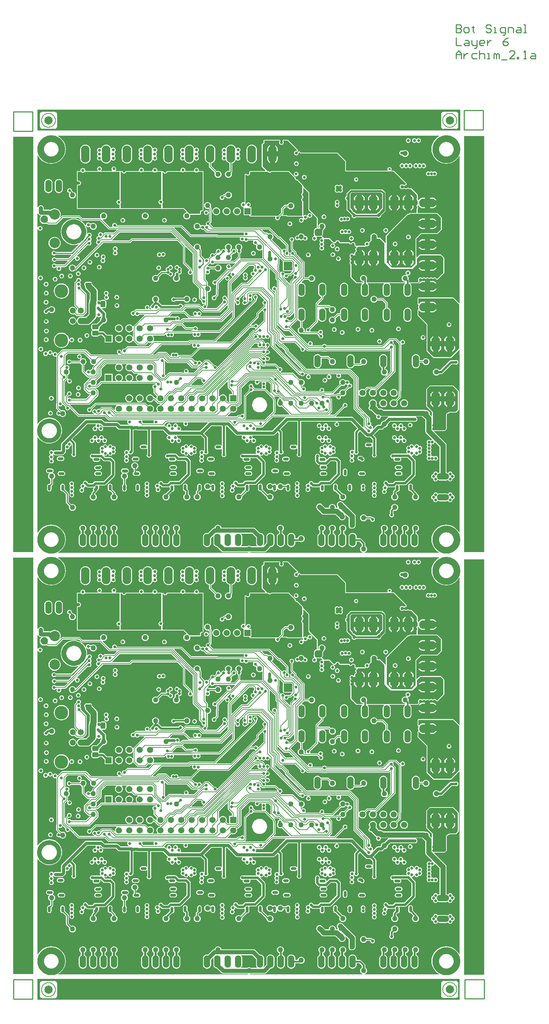
<source format=gbl>
G04*
G04 #@! TF.GenerationSoftware,Altium Limited,Altium Designer,18.1.7 (191)*
G04*
G04 Layer_Physical_Order=6*
G04 Layer_Color=16711680*
%FSLAX25Y25*%
%MOIN*%
G70*
G01*
G75*
%ADD10C,0.00700*%
G04:AMPARAMS|DCode=11|XSize=78.74mil|YSize=78.74mil|CornerRadius=39.37mil|HoleSize=0mil|Usage=FLASHONLY|Rotation=90.000|XOffset=0mil|YOffset=0mil|HoleType=Round|Shape=RoundedRectangle|*
%AMROUNDEDRECTD11*
21,1,0.07874,0.00000,0,0,90.0*
21,1,0.00000,0.07874,0,0,90.0*
1,1,0.07874,0.00000,0.00000*
1,1,0.07874,0.00000,0.00000*
1,1,0.07874,0.00000,0.00000*
1,1,0.07874,0.00000,0.00000*
%
%ADD11ROUNDEDRECTD11*%
%ADD12C,0.01000*%
%ADD13C,0.04500*%
%ADD14C,0.04300*%
%ADD15C,0.06196*%
%ADD84C,0.06000*%
%ADD87C,0.00600*%
%ADD88C,0.00800*%
%ADD89C,0.02000*%
%ADD90C,0.02800*%
%ADD91C,0.03000*%
%ADD93C,0.05000*%
%ADD94C,0.02600*%
%ADD96C,0.02500*%
%ADD97C,0.04000*%
%ADD98C,0.02400*%
%ADD99C,0.01600*%
%ADD101C,0.01200*%
%ADD102C,0.01500*%
%ADD103C,0.02300*%
%ADD106C,0.02900*%
%ADD116O,0.06000X0.12000*%
%ADD117O,0.12000X0.06000*%
%ADD118C,0.05906*%
%ADD119R,0.05906X0.05906*%
G04:AMPARAMS|DCode=120|XSize=133mil|YSize=83mil|CornerRadius=0mil|HoleSize=0mil|Usage=FLASHONLY|Rotation=90.000|XOffset=0mil|YOffset=0mil|HoleType=Round|Shape=Octagon|*
%AMOCTAGOND120*
4,1,8,0.02075,0.06650,-0.02075,0.06650,-0.04150,0.04575,-0.04150,-0.04575,-0.02075,-0.06650,0.02075,-0.06650,0.04150,-0.04575,0.04150,0.04575,0.02075,0.06650,0.0*
%
%ADD120OCTAGOND120*%

%ADD121O,0.16500X0.08250*%
%ADD122O,0.08250X0.16500*%
%ADD123C,0.10000*%
%ADD124P,0.07577X8X292.5*%
%ADD125C,0.13050*%
%ADD126C,0.05800*%
%ADD127C,0.02200*%
%ADD128C,0.02800*%
%ADD129C,0.03000*%
%ADD130C,0.02900*%
%ADD153C,0.06000*%
%ADD157C,0.03200*%
G04:AMPARAMS|DCode=158|XSize=50mil|YSize=50mil|CornerRadius=25mil|HoleSize=0mil|Usage=FLASHONLY|Rotation=90.000|XOffset=0mil|YOffset=0mil|HoleType=Round|Shape=RoundedRectangle|*
%AMROUNDEDRECTD158*
21,1,0.05000,0.00000,0,0,90.0*
21,1,0.00000,0.05000,0,0,90.0*
1,1,0.05000,0.00000,0.00000*
1,1,0.05000,0.00000,0.00000*
1,1,0.05000,0.00000,0.00000*
1,1,0.05000,0.00000,0.00000*
%
%ADD158ROUNDEDRECTD158*%
%ADD159C,0.05000*%
G04:AMPARAMS|DCode=160|XSize=46mil|YSize=63mil|CornerRadius=11.5mil|HoleSize=0mil|Usage=FLASHONLY|Rotation=180.000|XOffset=0mil|YOffset=0mil|HoleType=Round|Shape=RoundedRectangle|*
%AMROUNDEDRECTD160*
21,1,0.04600,0.04000,0,0,180.0*
21,1,0.02300,0.06300,0,0,180.0*
1,1,0.02300,-0.01150,0.02000*
1,1,0.02300,0.01150,0.02000*
1,1,0.02300,0.01150,-0.02000*
1,1,0.02300,-0.01150,-0.02000*
%
%ADD160ROUNDEDRECTD160*%
G04:AMPARAMS|DCode=161|XSize=46mil|YSize=63mil|CornerRadius=11.5mil|HoleSize=0mil|Usage=FLASHONLY|Rotation=90.000|XOffset=0mil|YOffset=0mil|HoleType=Round|Shape=RoundedRectangle|*
%AMROUNDEDRECTD161*
21,1,0.04600,0.04000,0,0,90.0*
21,1,0.02300,0.06300,0,0,90.0*
1,1,0.02300,0.02000,0.01150*
1,1,0.02300,0.02000,-0.01150*
1,1,0.02300,-0.02000,-0.01150*
1,1,0.02300,-0.02000,0.01150*
%
%ADD161ROUNDEDRECTD161*%
%ADD162C,0.03600*%
G36*
X433783Y838150D02*
X27121D01*
Y858130D01*
X433783D01*
Y838150D01*
D02*
G37*
G36*
X413710Y832832D02*
X412081Y831835D01*
X410394Y830393D01*
X408953Y828706D01*
X407793Y826814D01*
X406944Y824764D01*
X406426Y822606D01*
X406252Y820394D01*
X406426Y818182D01*
X406944Y816024D01*
X407793Y813974D01*
X408953Y812082D01*
X410394Y810394D01*
X412081Y808953D01*
X413974Y807793D01*
X416024Y806944D01*
X418182Y806426D01*
X420394Y806252D01*
X422606Y806426D01*
X424764Y806944D01*
X426814Y807793D01*
X428706Y808953D01*
X430393Y810394D01*
X431835Y812082D01*
X432863Y813759D01*
X433363Y813618D01*
Y672332D01*
X432901Y672140D01*
X427515Y677526D01*
X427515Y677526D01*
X427251Y677702D01*
X426938Y677765D01*
X426938Y677765D01*
X393701Y677764D01*
X393389Y677702D01*
X393124Y677526D01*
X392969Y677294D01*
X392947Y677261D01*
X392885Y676949D01*
X392885Y671847D01*
X392890Y671820D01*
X392887Y671793D01*
X392921Y671665D01*
X392947Y671534D01*
X392962Y671512D01*
X392969Y671486D01*
X393050Y671380D01*
X393124Y671270D01*
X393146Y671255D01*
X393163Y671233D01*
X393278Y671167D01*
X393389Y671093D01*
X393415Y671088D01*
X393439Y671074D01*
X393592Y671022D01*
X393798Y670567D01*
X393533Y669927D01*
X393364Y668642D01*
X393533Y667356D01*
X393798Y666717D01*
X393592Y666261D01*
X393439Y666209D01*
X393415Y666196D01*
X393389Y666190D01*
X393278Y666116D01*
X393163Y666050D01*
X393146Y666029D01*
X393124Y666013D01*
X393050Y665903D01*
X392969Y665798D01*
X392962Y665771D01*
X392947Y665749D01*
X392921Y665619D01*
X392887Y665490D01*
X392890Y665463D01*
X392885Y665437D01*
X392885Y660906D01*
X392885Y660906D01*
X392947Y660593D01*
X393124Y660329D01*
X401478Y651975D01*
X401478Y636994D01*
X401399Y636594D01*
X401478Y636195D01*
Y633647D01*
X401399Y633248D01*
X401478Y632849D01*
Y630301D01*
X401399Y629902D01*
X401478Y629502D01*
Y626694D01*
X401478Y626694D01*
X401540Y626382D01*
X401717Y626117D01*
X407917Y619917D01*
X408182Y619740D01*
X408494Y619678D01*
X408494Y619678D01*
X424694D01*
X424694Y619678D01*
X425006Y619740D01*
X425271Y619917D01*
X432901Y627547D01*
X433363Y627356D01*
Y452169D01*
X432863Y452028D01*
X431835Y453706D01*
X430393Y455393D01*
X428706Y456835D01*
X426814Y457994D01*
X424764Y458843D01*
X422606Y459361D01*
X420394Y459535D01*
X418182Y459361D01*
X416024Y458843D01*
X413974Y457994D01*
X412081Y456835D01*
X410394Y455393D01*
X408953Y453706D01*
X407793Y451814D01*
X406944Y449764D01*
X406426Y447606D01*
X406252Y445394D01*
X406426Y443182D01*
X406944Y441024D01*
X407793Y438974D01*
X408953Y437081D01*
X410394Y435394D01*
X412081Y433953D01*
X413711Y432954D01*
X413570Y432454D01*
X341861D01*
X341755Y432927D01*
X342558Y433259D01*
X343247Y433788D01*
X343776Y434478D01*
X344109Y435280D01*
X344222Y436142D01*
X344109Y437003D01*
X343776Y437806D01*
X343247Y438495D01*
X342558Y439024D01*
X342474Y439059D01*
Y441484D01*
X342354Y442089D01*
X342011Y442602D01*
X338602Y446011D01*
X338089Y446354D01*
X337484Y446474D01*
X334226D01*
Y447894D01*
X334096Y448886D01*
X333713Y449810D01*
X333104Y450604D01*
X332310Y451213D01*
X331386Y451596D01*
X330394Y451726D01*
X329402Y451596D01*
X328477Y451213D01*
X327683Y450604D01*
X327074Y449810D01*
X326692Y448886D01*
X326561Y447894D01*
Y441894D01*
X326692Y440902D01*
X327074Y439977D01*
X327683Y439184D01*
X328477Y438574D01*
X329402Y438192D01*
X330394Y438061D01*
X331386Y438192D01*
X332310Y438574D01*
X333104Y439184D01*
X333713Y439977D01*
X334096Y440902D01*
X334226Y441894D01*
Y443313D01*
X336830D01*
X339313Y440830D01*
Y439059D01*
X339229Y439024D01*
X338540Y438495D01*
X338011Y437806D01*
X337679Y437003D01*
X337565Y436142D01*
X337679Y435280D01*
X338011Y434478D01*
X338540Y433788D01*
X339229Y433259D01*
X340032Y432927D01*
X339927Y432454D01*
X231860D01*
X231755Y432927D01*
X232366Y433180D01*
X245472D01*
X246203Y433276D01*
X246884Y433558D01*
X247469Y434007D01*
X251543Y438081D01*
X252386Y438192D01*
X253310Y438574D01*
X254104Y439184D01*
X254713Y439977D01*
X255096Y440902D01*
X255226Y441894D01*
Y447894D01*
X255096Y448886D01*
X254713Y449810D01*
X254104Y450604D01*
X253310Y451213D01*
X252386Y451596D01*
X251394Y451726D01*
X250402Y451596D01*
X249477Y451213D01*
X248684Y450604D01*
X248074Y449810D01*
X247691Y448886D01*
X247561Y447894D01*
Y442086D01*
X244985Y439510D01*
X244608Y439841D01*
X244713Y439977D01*
X245096Y440902D01*
X245227Y441894D01*
Y447894D01*
X245096Y448886D01*
X244713Y449810D01*
X244104Y450604D01*
X243310Y451213D01*
X242386Y451596D01*
X241394Y451726D01*
X241244Y451707D01*
X237076Y455875D01*
X236491Y456324D01*
X235810Y456606D01*
X235079Y456702D01*
X204148D01*
X204109Y457003D01*
X203776Y457806D01*
X203247Y458495D01*
X202558Y459024D01*
X201755Y459357D01*
X200894Y459470D01*
X200032Y459357D01*
X199230Y459024D01*
X198540Y458495D01*
X198011Y457806D01*
X197679Y457003D01*
X197639Y456702D01*
X197575D01*
X196844Y456606D01*
X196163Y456324D01*
X195578Y455875D01*
X191309Y451606D01*
X190394Y451726D01*
X189402Y451596D01*
X188477Y451213D01*
X187683Y450604D01*
X187074Y449810D01*
X186691Y448886D01*
X186561Y447894D01*
Y441894D01*
X186691Y440902D01*
X187074Y439977D01*
X187683Y439184D01*
X188477Y438574D01*
X189402Y438192D01*
X190394Y438061D01*
X191386Y438192D01*
X192310Y438574D01*
X193104Y439184D01*
X193713Y439977D01*
X194096Y440902D01*
X194227Y441894D01*
Y446536D01*
X196128Y448437D01*
X196602Y448204D01*
X196561Y447894D01*
Y441894D01*
X196692Y440902D01*
X197074Y439977D01*
X197684Y439184D01*
X198477Y438574D01*
X199402Y438192D01*
X199999Y438113D01*
X204105Y434007D01*
X204690Y433558D01*
X205371Y433276D01*
X206102Y433180D01*
X229421D01*
X230032Y432927D01*
X229927Y432454D01*
X47217D01*
X47076Y432954D01*
X48706Y433953D01*
X50393Y435394D01*
X51834Y437081D01*
X52994Y438974D01*
X53843Y441024D01*
X54361Y443182D01*
X54535Y445394D01*
X54361Y447606D01*
X53843Y449764D01*
X52994Y451814D01*
X51834Y453706D01*
X50393Y455393D01*
X48706Y456835D01*
X46814Y457994D01*
X44764Y458843D01*
X42606Y459361D01*
X40394Y459535D01*
X38181Y459361D01*
X36024Y458843D01*
X33974Y457994D01*
X32081Y456835D01*
X30394Y455393D01*
X28953Y453706D01*
X27920Y452020D01*
X27420Y452161D01*
Y543189D01*
X27901Y543325D01*
X28334Y542619D01*
X29607Y541129D01*
X31097Y539856D01*
X32768Y538832D01*
X34578Y538082D01*
X36484Y537625D01*
X38438Y537471D01*
X40391Y537625D01*
X42297Y538082D01*
X44107Y538832D01*
X45778Y539856D01*
X47268Y541129D01*
X48541Y542619D01*
X49565Y544290D01*
X50315Y546100D01*
X50772Y548006D01*
X50926Y549959D01*
X50772Y551913D01*
X50315Y553818D01*
X49565Y555629D01*
X48541Y557300D01*
X47268Y558790D01*
X45778Y560063D01*
X44107Y561087D01*
X42297Y561836D01*
X40391Y562294D01*
X38438Y562448D01*
X36484Y562294D01*
X34578Y561836D01*
X32768Y561087D01*
X31097Y560063D01*
X29607Y558790D01*
X28334Y557300D01*
X27901Y556593D01*
X27420Y556729D01*
Y743136D01*
X27920Y743288D01*
X28308Y742708D01*
X29035Y742221D01*
X29894Y742051D01*
X30752Y742221D01*
X31480Y742708D01*
X31966Y743435D01*
X32137Y744294D01*
X31966Y745152D01*
X31480Y745880D01*
X30752Y746366D01*
X29894Y746537D01*
X29035Y746366D01*
X28308Y745880D01*
X27920Y745300D01*
X27420Y745451D01*
Y758332D01*
X27920Y758432D01*
X28148Y757882D01*
X28597Y757297D01*
X29182Y756848D01*
X29863Y756566D01*
X30522Y756479D01*
X30720Y756165D01*
X30777Y756027D01*
X29694Y754944D01*
Y750644D01*
X31844Y748494D01*
X36144D01*
X36426Y748776D01*
X36801Y748401D01*
X36801Y748401D01*
X37165Y748158D01*
X37594Y748072D01*
X37594Y748072D01*
X45194D01*
X45194Y748072D01*
X45623Y748158D01*
X45987Y748401D01*
X51958Y754372D01*
X67045D01*
X69470Y751947D01*
X69470Y751947D01*
X69834Y751704D01*
X70263Y751618D01*
X70263Y751618D01*
X87537D01*
X95578Y743577D01*
X95578Y743577D01*
X95942Y743334D01*
X96371Y743249D01*
X103366D01*
X103558Y742787D01*
X100937Y740166D01*
X92087D01*
X91658Y740081D01*
X91294Y739838D01*
X91294Y739838D01*
X90457Y739001D01*
X90110Y739106D01*
X89945Y739196D01*
X89493Y739873D01*
X88766Y740359D01*
X87907Y740530D01*
X87049Y740359D01*
X86321Y739873D01*
X85835Y739145D01*
X85664Y738287D01*
X85835Y737429D01*
X85905Y737323D01*
X85714Y736861D01*
X85399Y736799D01*
X84672Y736312D01*
X84185Y735585D01*
X84015Y734726D01*
X84185Y733868D01*
X84584Y733271D01*
X84564Y732656D01*
X84288Y732472D01*
X83802Y731744D01*
X83631Y730886D01*
X83802Y730027D01*
X84288Y729300D01*
X85016Y728814D01*
X85260Y728765D01*
X85406Y728286D01*
X64495Y707376D01*
X63906Y707494D01*
X63776Y707806D01*
X63247Y708495D01*
X62558Y709024D01*
X61755Y709357D01*
X60894Y709470D01*
X60032Y709357D01*
X59229Y709024D01*
X58540Y708495D01*
X58011Y707806D01*
X57679Y707003D01*
X57565Y706142D01*
X57679Y705280D01*
X58011Y704478D01*
X58540Y703788D01*
X58722Y703649D01*
X58855Y703449D01*
X59583Y702963D01*
X60441Y702792D01*
X60686Y702841D01*
X60894Y702813D01*
X61755Y702927D01*
X62558Y703259D01*
X63247Y703788D01*
X63343Y703913D01*
X63740D01*
X63740Y703913D01*
X64170Y703999D01*
X64533Y704242D01*
X90494Y730202D01*
X116032D01*
X116032Y730202D01*
X116461Y730288D01*
X116825Y730531D01*
X118595Y732301D01*
X161721D01*
X167146Y726875D01*
Y711190D01*
X167146Y711190D01*
X167231Y710760D01*
X167474Y710396D01*
X173200Y704671D01*
Y703845D01*
X172736Y703535D01*
X172249Y702807D01*
X172079Y701949D01*
X172249Y701090D01*
X172736Y700363D01*
X173463Y699876D01*
X174322Y699706D01*
X175180Y699876D01*
X175908Y700363D01*
X176222Y700833D01*
X176722Y700682D01*
Y692895D01*
X176722Y692895D01*
X176807Y692466D01*
X177051Y692102D01*
X182672Y686480D01*
Y677261D01*
X182672Y677261D01*
X182757Y676832D01*
X183001Y676468D01*
X185151Y674318D01*
X185042Y673770D01*
X185213Y672911D01*
X185699Y672184D01*
X186426Y671697D01*
X187285Y671526D01*
X187972Y671663D01*
X188390Y671444D01*
X188194Y671137D01*
X187335Y670966D01*
X186608Y670480D01*
X186121Y669752D01*
X186059Y669438D01*
X185580Y669293D01*
X183587Y671287D01*
X183223Y671530D01*
X182794Y671615D01*
X182794Y671615D01*
X169746D01*
X169316Y671530D01*
X168953Y671287D01*
X168953Y671287D01*
X167590Y669925D01*
X167048Y670089D01*
X166966Y670500D01*
X166480Y671228D01*
X165752Y671714D01*
X164894Y671885D01*
X164035Y671714D01*
X163308Y671228D01*
X162873Y670577D01*
X146865D01*
X144357Y673085D01*
X143762Y673483D01*
X143645Y673506D01*
X143451Y674054D01*
X143776Y674478D01*
X144109Y675280D01*
X144222Y676142D01*
X144109Y677003D01*
X143776Y677806D01*
X143247Y678495D01*
X142558Y679024D01*
X141755Y679357D01*
X140894Y679470D01*
X140032Y679357D01*
X139230Y679024D01*
X138540Y678495D01*
X138011Y677806D01*
X137679Y677003D01*
X137565Y676142D01*
X137679Y675280D01*
X138011Y674478D01*
X138540Y673788D01*
X138886Y673523D01*
X138898Y673485D01*
X138916Y672951D01*
X136536Y670571D01*
X136472Y670475D01*
X136331Y670381D01*
X135845Y669654D01*
X135674Y668795D01*
X135845Y667937D01*
X136331Y667209D01*
X136699Y666963D01*
X136548Y666463D01*
X135076D01*
X134809Y666963D01*
X135055Y667332D01*
X135226Y668191D01*
X135055Y669049D01*
X134569Y669777D01*
X133841Y670263D01*
X132983Y670434D01*
X132124Y670263D01*
X131397Y669777D01*
X130910Y669049D01*
X130740Y668191D01*
X130910Y667332D01*
X131157Y666963D01*
X130890Y666463D01*
X122078D01*
X122078Y666463D01*
X121649Y666378D01*
X121285Y666135D01*
X120598Y665448D01*
X120592Y665439D01*
X119861Y664708D01*
X119313Y664817D01*
X118455Y664646D01*
X117727Y664160D01*
X117241Y663432D01*
X117070Y662574D01*
X117241Y661716D01*
X117727Y660988D01*
X118455Y660501D01*
X119313Y660331D01*
X120172Y660501D01*
X120899Y660988D01*
X121477Y660953D01*
X121708Y660608D01*
X122435Y660121D01*
X123294Y659951D01*
X124152Y660121D01*
X124880Y660608D01*
X125195Y661080D01*
X129760D01*
X129819Y661001D01*
X129946Y660580D01*
X119601Y650235D01*
X119507Y650095D01*
X119158Y650085D01*
X118937Y650125D01*
X118370Y650864D01*
X117586Y651465D01*
X116673Y651844D01*
X115694Y651972D01*
X114714Y651844D01*
X113801Y651465D01*
X113017Y650864D01*
X112416Y650080D01*
X112038Y649167D01*
X111909Y648187D01*
X112038Y647208D01*
X112416Y646295D01*
X113017Y645511D01*
X113801Y644909D01*
X114714Y644531D01*
X115694Y644402D01*
X116673Y644531D01*
X117586Y644909D01*
X118370Y645511D01*
X118772Y646035D01*
X119272Y645865D01*
Y640510D01*
X118772Y640340D01*
X118370Y640864D01*
X117586Y641465D01*
X116673Y641844D01*
X115694Y641972D01*
X114714Y641844D01*
X113801Y641465D01*
X113017Y640864D01*
X112416Y640080D01*
X112038Y639167D01*
X111909Y638187D01*
X112038Y637208D01*
X112416Y636295D01*
X113017Y635511D01*
X113801Y634909D01*
X114714Y634531D01*
X115694Y634402D01*
X116673Y634531D01*
X117586Y634909D01*
X118370Y635511D01*
X118939Y636251D01*
X119151Y636292D01*
X119509Y636286D01*
X119601Y636149D01*
X123501Y632249D01*
X123501Y632249D01*
X123864Y632006D01*
X124294Y631920D01*
X130942D01*
X130942Y631920D01*
X131371Y632006D01*
X131735Y632249D01*
X134221Y634735D01*
X134714Y634531D01*
X135694Y634402D01*
X136673Y634531D01*
X136954Y634648D01*
X137238Y634224D01*
X133877Y630863D01*
X113994D01*
X113565Y630778D01*
X113201Y630535D01*
X113201Y630535D01*
X111342Y628676D01*
X110794Y628785D01*
X109935Y628614D01*
X109208Y628128D01*
X108721Y627400D01*
X108551Y626542D01*
X108721Y625683D01*
X109208Y624956D01*
X109268Y624915D01*
X109116Y624415D01*
X108558D01*
X108028Y624946D01*
X108137Y625494D01*
X107966Y626352D01*
X107480Y627080D01*
X106752Y627566D01*
X105894Y627737D01*
X105035Y627566D01*
X104308Y627080D01*
X103821Y626352D01*
X103651Y625494D01*
X103821Y624635D01*
X104308Y623908D01*
X104895Y623515D01*
X104743Y623015D01*
X78965D01*
X74514Y627466D01*
X74150Y627709D01*
X73721Y627795D01*
X73720Y627795D01*
X51279D01*
X50850Y627709D01*
X50486Y627466D01*
X50486Y627466D01*
X46822Y623802D01*
X46344Y623947D01*
X46312Y624106D01*
X45815Y624851D01*
X45071Y625348D01*
X44193Y625523D01*
X43315Y625348D01*
X42571Y624851D01*
X42150Y624221D01*
X42131Y624193D01*
X41660Y624388D01*
X41663Y624399D01*
X41763Y624902D01*
X41588Y625780D01*
X41091Y626524D01*
X40346Y627021D01*
X39469Y627196D01*
X38591Y627021D01*
X37846Y626524D01*
X37349Y625780D01*
X37309Y625578D01*
X37018Y625482D01*
X36773Y625445D01*
X36072Y625913D01*
X35194Y626088D01*
X34316Y625913D01*
X33571Y625416D01*
X33074Y624672D01*
X32900Y623794D01*
X33074Y622916D01*
X33571Y622171D01*
X34316Y621674D01*
X35194Y621500D01*
X36072Y621674D01*
X36816Y622171D01*
X37313Y622916D01*
X37353Y623117D01*
X37644Y623213D01*
X37890Y623251D01*
X38591Y622782D01*
X39469Y622608D01*
X40346Y622782D01*
X41091Y623279D01*
X41511Y623909D01*
X41530Y623937D01*
X42001Y623742D01*
X41999Y623731D01*
X41899Y623228D01*
X42074Y622351D01*
X42571Y621606D01*
X43315Y621109D01*
X44193Y620934D01*
X45022Y621099D01*
X45157Y621075D01*
X45522Y620880D01*
Y576731D01*
X45507Y576709D01*
X45422Y576280D01*
Y571344D01*
X45422Y571344D01*
X45507Y570915D01*
X45751Y570551D01*
X47128Y569174D01*
X46982Y568695D01*
X46835Y568666D01*
X46108Y568180D01*
X45621Y567452D01*
X45451Y566594D01*
X45621Y565735D01*
X46108Y565008D01*
X46835Y564521D01*
X47694Y564351D01*
X48552Y564521D01*
X48697Y564618D01*
X49140Y564040D01*
X49830Y563511D01*
X50632Y563179D01*
X51494Y563065D01*
X52355Y563179D01*
X53158Y563511D01*
X53847Y564040D01*
X54376Y564729D01*
X54709Y565532D01*
X54822Y566394D01*
X54709Y567255D01*
X54376Y568058D01*
X53847Y568747D01*
X53158Y569276D01*
X52355Y569609D01*
X51494Y569722D01*
X50632Y569609D01*
X50090Y569384D01*
X47665Y571808D01*
Y573212D01*
X48106Y573448D01*
X48216Y573374D01*
X49094Y573200D01*
X49972Y573374D01*
X50716Y573872D01*
X51213Y574616D01*
X51281Y574955D01*
X51759Y575100D01*
X54210Y572649D01*
X54119Y572512D01*
X53948Y571654D01*
X54119Y570795D01*
X54605Y570068D01*
X55333Y569581D01*
X56191Y569411D01*
X57050Y569581D01*
X57777Y570068D01*
X58264Y570795D01*
X58282Y570889D01*
X58761Y571034D01*
X66217Y563577D01*
X66217Y563577D01*
X66581Y563334D01*
X67010Y563249D01*
X92073D01*
X95121Y560201D01*
X95121Y560201D01*
X95485Y559958D01*
X95914Y559872D01*
X95914Y559872D01*
X113750D01*
X114017Y559372D01*
X113774Y559008D01*
X113603Y558150D01*
X113774Y557291D01*
X114260Y556564D01*
X114988Y556077D01*
X115502Y555975D01*
X115453Y555475D01*
X107172D01*
X105095Y557552D01*
X104334Y558060D01*
X103437Y558239D01*
X92065D01*
X90043Y560261D01*
X89282Y560769D01*
X88385Y560948D01*
X74272D01*
X73374Y560769D01*
X72614Y560261D01*
X60645Y548292D01*
X56137Y543784D01*
X50654Y538301D01*
X50145Y537540D01*
X49967Y536643D01*
Y532562D01*
X50017Y532309D01*
Y531070D01*
X49915Y530967D01*
X44488D01*
X43591Y530789D01*
X42830Y530280D01*
X42549D01*
X42334Y530602D01*
X41606Y531088D01*
X40748Y531259D01*
X39890Y531088D01*
X39162Y530602D01*
X38676Y529874D01*
X38505Y529016D01*
X38676Y528157D01*
X39162Y527430D01*
X39489Y527211D01*
Y526610D01*
X39071Y526330D01*
X38585Y525603D01*
X38414Y524744D01*
X38585Y523886D01*
X39071Y523158D01*
X39392Y522944D01*
Y522444D01*
X39170Y522295D01*
X38684Y521567D01*
X38513Y520709D01*
X38684Y519850D01*
X39170Y519123D01*
X39898Y518636D01*
X40756Y518466D01*
X41614Y518636D01*
X42342Y519123D01*
X42828Y519850D01*
X42999Y520709D01*
X42828Y521567D01*
X42342Y522295D01*
X42021Y522509D01*
Y523009D01*
X42244Y523158D01*
X42730Y523886D01*
X42901Y524744D01*
X42730Y525603D01*
X42244Y526330D01*
X42174Y526377D01*
X42145Y526974D01*
X42251Y527065D01*
X42814Y526988D01*
X42830Y526964D01*
X43591Y526455D01*
X44488Y526277D01*
X50886D01*
X51783Y526455D01*
X52544Y526964D01*
X54020Y528440D01*
X54529Y529201D01*
X54707Y530098D01*
Y531890D01*
X55058Y532077D01*
X55207Y532112D01*
X56012Y531952D01*
X56870Y532122D01*
X57598Y532608D01*
X58084Y533336D01*
X58255Y534195D01*
X58160Y534672D01*
X58652Y534769D01*
X59380Y535256D01*
X59866Y535983D01*
X59969Y536501D01*
X60469Y536452D01*
Y528114D01*
X60232Y527759D01*
X60061Y526901D01*
X60232Y526042D01*
X60718Y525315D01*
X61446Y524828D01*
X62304Y524658D01*
X63163Y524828D01*
X63890Y525315D01*
X64377Y526042D01*
X64547Y526901D01*
X64377Y527759D01*
X64139Y528114D01*
Y537617D01*
X64000Y538319D01*
X63602Y538915D01*
X60751Y541766D01*
X63961Y544976D01*
X75243Y556257D01*
X83289D01*
X83556Y555757D01*
X83361Y555465D01*
X83190Y554606D01*
X83254Y554285D01*
X82900Y553931D01*
X82579Y553995D01*
X81720Y553824D01*
X80993Y553338D01*
X80506Y552610D01*
X80336Y551752D01*
X80506Y550894D01*
X80993Y550166D01*
X81720Y549680D01*
X82579Y549509D01*
X83437Y549680D01*
X84165Y550166D01*
X84651Y550894D01*
X84822Y551752D01*
X84758Y552074D01*
X85111Y552427D01*
X85433Y552363D01*
X85755Y552427D01*
X86108Y552074D01*
X86044Y551752D01*
X86215Y550894D01*
X86701Y550166D01*
X87429Y549680D01*
X88287Y549509D01*
X89146Y549680D01*
X89873Y550166D01*
X90360Y550894D01*
X90531Y551752D01*
X90360Y552610D01*
X89873Y553338D01*
X89146Y553824D01*
X88287Y553995D01*
X87966Y553931D01*
X87612Y554285D01*
X87676Y554606D01*
X87505Y555465D01*
X87906Y555765D01*
X89435Y554236D01*
X90196Y553727D01*
X91094Y553549D01*
X102466D01*
X104543Y551472D01*
X104543Y551472D01*
X105303Y550963D01*
X106201Y550785D01*
X106201Y550785D01*
X115988D01*
Y531338D01*
X115976Y531335D01*
X115248Y530849D01*
X115081Y530598D01*
X114581D01*
X114578Y530602D01*
X113850Y531088D01*
X112992Y531259D01*
X112134Y531088D01*
X111406Y530602D01*
X110920Y529874D01*
X110749Y529016D01*
X110920Y528157D01*
X111406Y527430D01*
X111649Y527268D01*
Y526767D01*
X111348Y526566D01*
X110862Y525839D01*
X110691Y524980D01*
X110862Y524122D01*
X111348Y523394D01*
Y523007D01*
X111284Y522835D01*
X110825Y522149D01*
X110654Y521290D01*
X110825Y520432D01*
X111311Y519704D01*
X112039Y519218D01*
X112897Y519047D01*
X113756Y519218D01*
X114483Y519704D01*
X114970Y520432D01*
X115140Y521290D01*
X114970Y522149D01*
X114483Y522876D01*
Y523263D01*
X114547Y523435D01*
X115006Y524122D01*
X115177Y524980D01*
X115006Y525839D01*
X114520Y526566D01*
X114277Y526729D01*
Y527229D01*
X114578Y527430D01*
X114746Y527681D01*
X115246D01*
X115248Y527677D01*
X115976Y527191D01*
X116834Y527020D01*
X117693Y527191D01*
X118421Y527677D01*
X118907Y528405D01*
X118930Y528519D01*
X119121Y528710D01*
X119518Y529306D01*
X119658Y530008D01*
Y550397D01*
X120222D01*
X120495Y550451D01*
X123206D01*
X123479Y550397D01*
X123479Y550397D01*
X132810D01*
Y536115D01*
X132310Y535974D01*
X131652Y536414D01*
X130794Y536585D01*
X130746Y536575D01*
X127953D01*
X127094Y536405D01*
X126367Y535918D01*
X125880Y535191D01*
X125710Y534332D01*
X125880Y533474D01*
X126367Y532746D01*
X127094Y532260D01*
X127953Y532089D01*
X130784D01*
X131643Y532260D01*
X132310Y532706D01*
X132810Y532573D01*
Y527375D01*
X132573Y527020D01*
X132403Y526161D01*
X132573Y525303D01*
X133060Y524575D01*
X133787Y524089D01*
X134646Y523918D01*
X135504Y524089D01*
X136232Y524575D01*
X136718Y525303D01*
X136889Y526161D01*
X136718Y527020D01*
X136481Y527375D01*
Y550397D01*
X147842D01*
X152279Y545960D01*
X152693Y545683D01*
X152680Y545090D01*
X152208Y544774D01*
X151721Y544047D01*
X151551Y543188D01*
X151721Y542330D01*
X152208Y541602D01*
X152935Y541116D01*
X153794Y540945D01*
X154331Y541052D01*
X154757Y540630D01*
X154689Y540288D01*
X154860Y539430D01*
X155346Y538702D01*
X156074Y538216D01*
X156932Y538045D01*
X157791Y538216D01*
X158518Y538702D01*
X159005Y539430D01*
X159175Y540288D01*
X159111Y540611D01*
X159536Y541036D01*
X159994Y540945D01*
X160531Y541052D01*
X160957Y540630D01*
X160889Y540288D01*
X161060Y539430D01*
X161546Y538702D01*
X162274Y538216D01*
X163132Y538045D01*
X163991Y538216D01*
X164718Y538702D01*
X165205Y539430D01*
X165375Y540288D01*
X165205Y541147D01*
X164718Y541874D01*
X163991Y542360D01*
X163132Y542531D01*
X162595Y542424D01*
X162169Y542846D01*
X162237Y543188D01*
X162066Y544047D01*
X161580Y544774D01*
X161733Y545273D01*
X184478D01*
X187542Y542209D01*
Y530753D01*
X187082Y530448D01*
X186996Y530461D01*
X186929Y530563D01*
X186201Y531049D01*
X185343Y531219D01*
X184484Y531049D01*
X183756Y530563D01*
X183270Y529835D01*
X183099Y528976D01*
X183270Y528118D01*
X183756Y527390D01*
X183946Y527264D01*
Y526764D01*
X183650Y526566D01*
X183164Y525839D01*
X182993Y524980D01*
X183164Y524122D01*
X183642Y523407D01*
X183620Y522917D01*
X183559Y522876D01*
X183073Y522149D01*
X182902Y521290D01*
X183073Y520432D01*
X183559Y519704D01*
X184286Y519218D01*
X185145Y519047D01*
X186003Y519218D01*
X186731Y519704D01*
X187217Y520432D01*
X187388Y521290D01*
X187217Y522149D01*
X186739Y522864D01*
X186761Y523353D01*
X186822Y523394D01*
X187309Y524122D01*
X187479Y524980D01*
X187309Y525839D01*
X186822Y526566D01*
X186633Y526693D01*
Y527193D01*
X186929Y527390D01*
X187122Y527680D01*
X187724D01*
X187791Y527578D01*
X188519Y527092D01*
X189377Y526922D01*
X190236Y527092D01*
X190963Y527578D01*
X191450Y528306D01*
X191621Y529165D01*
X191450Y530023D01*
X191213Y530378D01*
Y542969D01*
X191073Y543671D01*
X190675Y544267D01*
X187684Y547258D01*
X191036Y550609D01*
X191201Y550857D01*
X194475Y554131D01*
X204570D01*
X204598Y553989D01*
X204758Y553749D01*
Y535894D01*
X204258Y535741D01*
X203616Y536170D01*
X202758Y536341D01*
X202757Y536341D01*
X199960D01*
X199101Y536170D01*
X198374Y535684D01*
X197888Y534956D01*
X197717Y534098D01*
X197888Y533239D01*
X198374Y532511D01*
X199101Y532025D01*
X199960Y531854D01*
X202757D01*
X203616Y532025D01*
X204258Y532455D01*
X204758Y532301D01*
Y527955D01*
X204521Y527600D01*
X204351Y526742D01*
X204521Y525883D01*
X205008Y525156D01*
X205735Y524669D01*
X206594Y524499D01*
X207452Y524669D01*
X208180Y525156D01*
X208666Y525883D01*
X208837Y526742D01*
X208666Y527600D01*
X208429Y527955D01*
Y554131D01*
X209588D01*
X217759Y545960D01*
X217759Y545960D01*
X218520Y545452D01*
X219417Y545273D01*
X219417Y545273D01*
X224200D01*
X224353Y544774D01*
X223867Y544047D01*
X223696Y543188D01*
X223867Y542330D01*
X224353Y541602D01*
X225081Y541116D01*
X225939Y540945D01*
X226477Y541052D01*
X226903Y540630D01*
X226835Y540288D01*
X227006Y539430D01*
X227492Y538702D01*
X228220Y538216D01*
X229078Y538045D01*
X229936Y538216D01*
X230664Y538702D01*
X231150Y539430D01*
X231321Y540288D01*
X231257Y540611D01*
X231682Y541036D01*
X232139Y540945D01*
X232677Y541052D01*
X233103Y540630D01*
X233035Y540288D01*
X233206Y539430D01*
X233692Y538702D01*
X234419Y538216D01*
X235278Y538045D01*
X236136Y538216D01*
X236864Y538702D01*
X237350Y539430D01*
X237521Y540288D01*
X237350Y541147D01*
X236864Y541874D01*
X236136Y542360D01*
X235278Y542531D01*
X234740Y542424D01*
X234314Y542846D01*
X234383Y543188D01*
X234212Y544047D01*
X233726Y544774D01*
X233879Y545273D01*
X253937D01*
X254834Y545452D01*
X255595Y545960D01*
X258307Y548672D01*
X259287Y547693D01*
Y530691D01*
X258787Y530424D01*
X258352Y530714D01*
X257494Y530885D01*
X256635Y530714D01*
X255908Y530228D01*
X255421Y529500D01*
X255251Y528642D01*
X255421Y527783D01*
X255852Y527139D01*
X255902Y526774D01*
X255847Y526495D01*
X255408Y525839D01*
X255237Y524980D01*
X255408Y524122D01*
X255894Y523394D01*
Y522986D01*
X255808Y522928D01*
X255321Y522200D01*
X255151Y521342D01*
X255321Y520483D01*
X255808Y519756D01*
X256535Y519269D01*
X257394Y519099D01*
X258252Y519269D01*
X258980Y519756D01*
X259466Y520483D01*
X259637Y521342D01*
X259466Y522200D01*
X259069Y522794D01*
X259067Y523328D01*
X259102Y523448D01*
X259553Y524122D01*
X259723Y524980D01*
X259553Y525839D01*
X259122Y526483D01*
X259072Y526848D01*
X259127Y527127D01*
X259493Y527675D01*
X260034Y527766D01*
X260108Y527656D01*
X260835Y527169D01*
X261694Y526999D01*
X262552Y527169D01*
X263280Y527656D01*
X263766Y528383D01*
X263937Y529242D01*
X263766Y530100D01*
X263280Y530828D01*
X262957Y531043D01*
Y548453D01*
X262818Y549155D01*
X262420Y549751D01*
X260903Y551267D01*
X268294Y558659D01*
X277158D01*
Y535862D01*
X276658Y535710D01*
X276580Y535828D01*
X275852Y536314D01*
X274994Y536485D01*
X274267Y536340D01*
X272716D01*
X272204Y536442D01*
X271345Y536271D01*
X270618Y535785D01*
X270132Y535057D01*
X269961Y534199D01*
X270132Y533341D01*
X270618Y532613D01*
X271345Y532127D01*
X272204Y531956D01*
X272716Y532058D01*
X274696D01*
X274994Y531999D01*
X275852Y532169D01*
X276580Y532656D01*
X276658Y532773D01*
X277158Y532622D01*
Y527955D01*
X276921Y527600D01*
X276751Y526742D01*
X276921Y525883D01*
X277408Y525156D01*
X278135Y524669D01*
X278994Y524499D01*
X279852Y524669D01*
X280580Y525156D01*
X281066Y525883D01*
X281237Y526742D01*
X281066Y527600D01*
X280829Y527955D01*
Y558659D01*
X314764D01*
X314813Y558159D01*
X314299Y558057D01*
X313571Y557570D01*
X313085Y556843D01*
X312914Y555984D01*
X313085Y555126D01*
X313571Y554398D01*
X314299Y553912D01*
X315158Y553741D01*
X316016Y553912D01*
X316744Y554398D01*
X317230Y555126D01*
X317401Y555984D01*
X317230Y556843D01*
X316744Y557570D01*
X316016Y558057D01*
X315502Y558159D01*
X315551Y558659D01*
X328458D01*
X335013Y552104D01*
X332596Y549688D01*
X332198Y549092D01*
X332058Y548390D01*
Y530903D01*
X331558Y530752D01*
X331507Y530828D01*
X330780Y531314D01*
X329921Y531485D01*
X329063Y531314D01*
X328335Y530828D01*
X327849Y530100D01*
X327678Y529242D01*
X327849Y528383D01*
X328231Y527812D01*
X328201Y527190D01*
X328108Y527128D01*
X327621Y526400D01*
X327451Y525542D01*
X327621Y524683D01*
X328108Y523956D01*
X328427Y523742D01*
Y523141D01*
X328108Y522928D01*
X327621Y522200D01*
X327451Y521342D01*
X327621Y520483D01*
X328108Y519756D01*
X328835Y519269D01*
X329694Y519099D01*
X330552Y519269D01*
X331280Y519756D01*
X331766Y520483D01*
X331937Y521342D01*
X331766Y522200D01*
X331280Y522928D01*
X330961Y523141D01*
Y523742D01*
X331280Y523956D01*
X331766Y524683D01*
X331937Y525542D01*
X331766Y526400D01*
X331384Y526972D01*
X331414Y527594D01*
X331507Y527656D01*
X331624Y527830D01*
X332124D01*
X332308Y527556D01*
X333035Y527069D01*
X333894Y526899D01*
X334752Y527069D01*
X335480Y527556D01*
X335966Y528283D01*
X336137Y529142D01*
X335966Y530000D01*
X335729Y530355D01*
Y547630D01*
X337608Y549509D01*
X340474Y546642D01*
X340705Y546297D01*
X342872Y544130D01*
X343633Y543622D01*
X344530Y543443D01*
X347345D01*
X349443Y541346D01*
Y537886D01*
X348943Y537734D01*
X348880Y537828D01*
X348152Y538314D01*
X347294Y538485D01*
X346801Y538387D01*
X344994D01*
X344482Y538489D01*
X343623Y538318D01*
X342896Y537832D01*
X342409Y537104D01*
X342239Y536246D01*
X342409Y535387D01*
X342896Y534660D01*
X343623Y534173D01*
X344482Y534003D01*
X344994Y534104D01*
X346762D01*
X347294Y533999D01*
X348152Y534169D01*
X348880Y534656D01*
X348943Y534750D01*
X349443Y534598D01*
Y527575D01*
X349206Y527220D01*
X349035Y526361D01*
X349206Y525503D01*
X349692Y524775D01*
X350419Y524289D01*
X351278Y524118D01*
X352136Y524289D01*
X352864Y524775D01*
X353350Y525503D01*
X353521Y526361D01*
X353350Y527220D01*
X353113Y527575D01*
Y542106D01*
X352974Y542808D01*
X352576Y543403D01*
X350552Y545428D01*
X351421Y546297D01*
X351652Y546642D01*
X352937Y547928D01*
X353056Y548105D01*
X353233Y548224D01*
X355794Y550785D01*
X357950D01*
X358847Y550963D01*
X359608Y551472D01*
X360958Y552822D01*
X361755Y552927D01*
X362558Y553259D01*
X363247Y553788D01*
X363776Y554478D01*
X364109Y555280D01*
X364214Y556077D01*
X366697Y558561D01*
X390354D01*
X391252Y558739D01*
X392013Y559247D01*
X392521Y560008D01*
X392699Y560906D01*
X392521Y561803D01*
X392013Y562564D01*
X391491Y562913D01*
X391642Y563413D01*
X397215D01*
X400215Y560413D01*
Y554124D01*
X400146Y553600D01*
Y549707D01*
X400259Y548845D01*
X400454Y548375D01*
X400592Y548042D01*
X401121Y547353D01*
X403874Y544600D01*
X404077Y544444D01*
X406810Y541711D01*
X406645Y541169D01*
X406130Y541066D01*
X405428Y540597D01*
X404727Y541066D01*
X403868Y541237D01*
X403010Y541066D01*
X402282Y540580D01*
X401796Y539852D01*
X401625Y538994D01*
X401796Y538135D01*
X402011Y537813D01*
X402278Y537400D01*
X402011Y536987D01*
X401796Y536665D01*
X401625Y535807D01*
X401796Y534949D01*
X402276Y534230D01*
X401865Y533614D01*
X401694Y532756D01*
X401865Y531897D01*
X402276Y531282D01*
X401796Y530563D01*
X401625Y529705D01*
X401796Y528846D01*
X402275Y528130D01*
X401796Y527414D01*
X401625Y526555D01*
X401796Y525697D01*
X402279Y524974D01*
X401796Y524252D01*
X401625Y523394D01*
X401796Y522535D01*
X402282Y521808D01*
X403010Y521321D01*
X403868Y521151D01*
X404727Y521321D01*
X405455Y521808D01*
X405501D01*
X406228Y521321D01*
X407087Y521151D01*
X407945Y521321D01*
X408673Y521808D01*
X408682D01*
X409410Y521321D01*
X410268Y521151D01*
X411127Y521321D01*
X411855Y521808D01*
X412341Y522535D01*
X412512Y523394D01*
X412341Y524252D01*
X411855Y524980D01*
X411127Y525466D01*
X410268Y525637D01*
X409410Y525466D01*
X408682Y524980D01*
X408673D01*
X407945Y525466D01*
X407087Y525637D01*
X406372Y525495D01*
X406342Y525508D01*
X406037Y525790D01*
X405979Y525887D01*
X406112Y526555D01*
X405941Y527414D01*
X405462Y528130D01*
X405941Y528846D01*
X406112Y529705D01*
X405941Y530563D01*
X405529Y531179D01*
X406009Y531897D01*
X406180Y532756D01*
X406009Y533614D01*
X405529Y534333D01*
X405941Y534949D01*
X406112Y535807D01*
X405981Y536465D01*
X406339Y536858D01*
X406370Y536873D01*
X406988Y536751D01*
X407847Y536921D01*
X408574Y537408D01*
X409060Y538135D01*
X409163Y538651D01*
X409706Y538815D01*
X413921Y534600D01*
Y509691D01*
X413202Y509596D01*
X412724Y509398D01*
X412266Y509252D01*
X411780Y509980D01*
X411052Y510466D01*
X410194Y510637D01*
X409335Y510466D01*
X408608Y509980D01*
X408121Y509252D01*
X407951Y508394D01*
X408005Y508119D01*
X407235Y507966D01*
X406508Y507480D01*
X406021Y506752D01*
X405851Y505894D01*
X406021Y505035D01*
X406508Y504308D01*
X407235Y503821D01*
X407909Y503687D01*
X407851Y503394D01*
X408021Y502535D01*
X408508Y501808D01*
X409235Y501321D01*
X410094Y501151D01*
X410952Y501321D01*
X411680Y501808D01*
X411943Y502201D01*
X412229Y502520D01*
X412646Y502422D01*
X413202Y502191D01*
X414194Y502061D01*
X420194D01*
X421186Y502191D01*
X421663Y502389D01*
X422121Y502535D01*
X422608Y501808D01*
X423335Y501321D01*
X424194Y501151D01*
X425052Y501321D01*
X425780Y501808D01*
X426266Y502535D01*
X426437Y503394D01*
X426382Y503668D01*
X427152Y503821D01*
X427880Y504308D01*
X428366Y505035D01*
X428537Y505894D01*
X428366Y506752D01*
X427880Y507480D01*
X427152Y507966D01*
X426478Y508100D01*
X426537Y508394D01*
X426366Y509252D01*
X425880Y509980D01*
X425152Y510466D01*
X424294Y510637D01*
X423435Y510466D01*
X422708Y509980D01*
X422445Y509586D01*
X422158Y509267D01*
X421742Y509366D01*
X421186Y509596D01*
X420578Y509676D01*
Y535979D01*
X420464Y536841D01*
X420132Y537643D01*
X419603Y538333D01*
X408892Y549043D01*
X408998Y549498D01*
X409064Y549578D01*
X418827D01*
X418827Y549578D01*
X419139Y549640D01*
X419404Y549817D01*
X419404Y549817D01*
X420683Y551096D01*
X420860Y551361D01*
X420922Y551673D01*
X420922Y551673D01*
Y564799D01*
X420944Y564853D01*
X421070Y565486D01*
X421376Y565944D01*
X421834Y566250D01*
X422467Y566376D01*
X422541Y566406D01*
X422620Y566422D01*
X422687Y566467D01*
X422761Y566497D01*
X422818Y566554D01*
X422885Y566599D01*
X423495Y567209D01*
X429569D01*
X429569Y567209D01*
X429881Y567272D01*
X430146Y567448D01*
X430146Y567448D01*
X432218Y569520D01*
X432394Y569784D01*
X432456Y570096D01*
X432456Y570097D01*
Y587776D01*
X432456Y587776D01*
X432394Y588088D01*
X432218Y588352D01*
X432218Y588353D01*
X427497Y593073D01*
X427232Y593250D01*
X426920Y593312D01*
X426920Y593312D01*
X404745D01*
X404744Y593312D01*
X404432Y593250D01*
X404168Y593073D01*
X401468Y590373D01*
X401467Y590372D01*
X401466Y590372D01*
X401379Y590241D01*
X401291Y590109D01*
X401291Y590107D01*
X401290Y590107D01*
X401260Y589954D01*
X401229Y589796D01*
X401229Y589795D01*
X401229Y589794D01*
X401254Y580609D01*
X401251Y580594D01*
X401254Y580578D01*
X401263Y577214D01*
X401221Y577152D01*
X401051Y576294D01*
X401221Y575435D01*
X401268Y575366D01*
X401273Y573408D01*
X401304Y573253D01*
X401335Y573098D01*
X401336Y573098D01*
X401336Y573096D01*
X401424Y572966D01*
X401512Y572834D01*
X406659Y567687D01*
Y563974D01*
X406159Y563804D01*
X405897Y564145D01*
X404454Y565588D01*
X404550Y566319D01*
X404436Y567180D01*
X404104Y567983D01*
X403575Y568673D01*
X402886Y569202D01*
X402083Y569534D01*
X401221Y569647D01*
X400373Y569536D01*
X400258Y569624D01*
X399925Y569761D01*
X399455Y569956D01*
X398594Y570069D01*
X359672D01*
X359594Y570147D01*
X358905Y570676D01*
X358572Y570814D01*
X358102Y571009D01*
X357241Y571122D01*
X355660D01*
X354696Y572086D01*
X354608Y572532D01*
X354110Y573276D01*
X353366Y573773D01*
X353199Y573806D01*
Y574509D01*
X353526Y575300D01*
X353655Y576280D01*
X353526Y577259D01*
X353148Y578172D01*
X352547Y578956D01*
X351763Y579558D01*
X350850Y579936D01*
X349870Y580065D01*
X348890Y579936D01*
X347977Y579558D01*
X347194Y578956D01*
X346592Y578172D01*
X346214Y577259D01*
X346085Y576280D01*
X346214Y575300D01*
X346542Y574509D01*
Y573313D01*
X346339Y573177D01*
X345841Y572433D01*
X345667Y571555D01*
X345841Y570677D01*
X346339Y569933D01*
X347083Y569436D01*
X347961Y569261D01*
X348082Y569285D01*
X351928Y565440D01*
X352617Y564911D01*
X353121Y564702D01*
X353209Y564585D01*
X353331Y564117D01*
X353221Y563952D01*
X353051Y563094D01*
X353221Y562235D01*
X353708Y561508D01*
X354435Y561021D01*
X355294Y560851D01*
X356152Y561021D01*
X356880Y561508D01*
X357366Y562235D01*
X357537Y563094D01*
X357535Y563102D01*
X357877Y563467D01*
X358293Y563413D01*
X364438D01*
X364589Y562913D01*
X364067Y562564D01*
X364067Y562564D01*
X360964Y559461D01*
X360894Y559470D01*
X360032Y559357D01*
X359229Y559024D01*
X358540Y558495D01*
X358011Y557806D01*
X357679Y557003D01*
X357565Y556142D01*
X357575Y556071D01*
X356979Y555475D01*
X354823D01*
X353925Y555297D01*
X353165Y554788D01*
X349980Y551603D01*
X349591Y551922D01*
X349766Y552183D01*
X349937Y553042D01*
X349766Y553900D01*
X349280Y554628D01*
X348552Y555114D01*
X348270Y555170D01*
X348079Y555632D01*
X348135Y555716D01*
X348306Y556575D01*
X348135Y557433D01*
X347649Y558161D01*
X347184Y558471D01*
Y561626D01*
X347184Y561626D01*
X347099Y562055D01*
X346856Y562419D01*
X336385Y572889D01*
Y583835D01*
X336885Y584005D01*
X337194Y583603D01*
X337978Y583002D01*
X338890Y582623D01*
X339870Y582494D01*
X340850Y582623D01*
X341763Y583002D01*
X342547Y583603D01*
X343148Y584387D01*
X343526Y585300D01*
X343655Y586280D01*
X343526Y587259D01*
X343207Y588030D01*
X345000Y589823D01*
X347503D01*
X347672Y589323D01*
X347194Y588956D01*
X346592Y588172D01*
X346214Y587259D01*
X346085Y586280D01*
X346214Y585300D01*
X346592Y584387D01*
X347194Y583603D01*
X347977Y583002D01*
X348890Y582623D01*
X349870Y582494D01*
X350850Y582623D01*
X351763Y583002D01*
X352547Y583603D01*
X353148Y584387D01*
X353526Y585300D01*
X353655Y586280D01*
X353526Y587259D01*
X353207Y588030D01*
X371293Y606116D01*
X371293Y606116D01*
X371536Y606480D01*
X371621Y606910D01*
Y631499D01*
X371622Y631499D01*
X371536Y631928D01*
X371293Y632292D01*
X369649Y633937D01*
X369790Y634649D01*
X369619Y635507D01*
X369306Y635977D01*
X369573Y636477D01*
X371603D01*
X374930Y633150D01*
Y588610D01*
X374781Y588387D01*
X374696Y587958D01*
X374696Y587958D01*
Y582691D01*
X371621Y579616D01*
X370850Y579936D01*
X369870Y580065D01*
X368890Y579936D01*
X367977Y579558D01*
X367194Y578956D01*
X366592Y578172D01*
X366214Y577259D01*
X366085Y576280D01*
X366214Y575300D01*
X366592Y574387D01*
X367194Y573603D01*
X367977Y573002D01*
X368890Y572623D01*
X369870Y572495D01*
X370850Y572623D01*
X371763Y573002D01*
X372547Y573603D01*
X373148Y574387D01*
X373526Y575300D01*
X373655Y576280D01*
X373526Y577259D01*
X373207Y578030D01*
X376610Y581434D01*
X376610Y581434D01*
X376853Y581798D01*
X376939Y582227D01*
X376939Y582227D01*
Y587541D01*
X377087Y587763D01*
X377173Y588192D01*
X377173Y588192D01*
Y632535D01*
X377505Y632713D01*
X377673Y632759D01*
X378472Y632599D01*
X379331Y632770D01*
X380059Y633256D01*
X380545Y633984D01*
X380716Y634843D01*
X380545Y635701D01*
X380059Y636429D01*
X379331Y636915D01*
X378472Y637086D01*
X377614Y636915D01*
X376886Y636429D01*
X376400Y635701D01*
X376363Y635513D01*
X375884Y635367D01*
X372860Y638392D01*
X372496Y638635D01*
X372067Y638720D01*
X372067Y638720D01*
X366071D01*
X366071Y638720D01*
X365642Y638635D01*
X365278Y638392D01*
X365278Y638391D01*
X358917Y632031D01*
X305171D01*
X304861Y632495D01*
X304133Y632981D01*
X303275Y633152D01*
X302416Y632981D01*
X301689Y632495D01*
X301378Y632031D01*
X291839D01*
X291603Y632472D01*
X291761Y632708D01*
X291932Y633566D01*
X291761Y634425D01*
X291275Y635152D01*
X290547Y635639D01*
X289689Y635810D01*
X288830Y635639D01*
X288103Y635152D01*
X287617Y634425D01*
X287480Y633738D01*
X286982Y633529D01*
X270899Y649613D01*
X277374Y656088D01*
X278033Y656040D01*
X278383Y655583D01*
X279177Y654974D01*
X279870Y654687D01*
Y649290D01*
X279229Y649024D01*
X278540Y648495D01*
X278011Y647806D01*
X277679Y647003D01*
X277565Y646142D01*
X277679Y645280D01*
X278011Y644478D01*
X278540Y643788D01*
X279229Y643259D01*
X280032Y642927D01*
X280894Y642813D01*
X281755Y642927D01*
X282337Y643168D01*
X282574Y642932D01*
X282971Y642666D01*
X283439Y642573D01*
X296193D01*
X297764Y641002D01*
X297710Y640728D01*
X297880Y639870D01*
X298367Y639142D01*
X299094Y638656D01*
X299953Y638485D01*
X300811Y638656D01*
X301539Y639142D01*
X302025Y639870D01*
X302196Y640728D01*
X302025Y641587D01*
X301539Y642314D01*
X301192Y642546D01*
Y642981D01*
X301679Y643709D01*
X301849Y644567D01*
X301679Y645425D01*
X301192Y646153D01*
X300465Y646639D01*
X299606Y646810D01*
X298748Y646639D01*
X298020Y646153D01*
X297534Y645425D01*
X297459Y645048D01*
X297168Y644927D01*
X296700Y645020D01*
X289760D01*
X289525Y645461D01*
X289637Y645630D01*
X289808Y646488D01*
X289723Y646916D01*
X295588Y652781D01*
X295617Y652824D01*
X296924Y654132D01*
X297190Y654529D01*
X297283Y654997D01*
Y656257D01*
X297747Y656371D01*
X297783Y656366D01*
X298383Y655583D01*
X299177Y654974D01*
X300102Y654592D01*
X301094Y654461D01*
X302086Y654592D01*
X303010Y654974D01*
X303804Y655583D01*
X304413Y656377D01*
X304796Y657302D01*
X304926Y658294D01*
Y664294D01*
X304796Y665286D01*
X304413Y666210D01*
X303804Y667004D01*
X303069Y667568D01*
X303081Y667774D01*
X303208Y668068D01*
X307237D01*
X307861Y667444D01*
X307679Y667003D01*
X307565Y666142D01*
X307679Y665280D01*
X308011Y664478D01*
X308540Y663788D01*
X309229Y663259D01*
X310032Y662927D01*
X310894Y662813D01*
X311755Y662927D01*
X312558Y663259D01*
X313247Y663788D01*
X313776Y664478D01*
X314109Y665280D01*
X314222Y666142D01*
X314109Y667003D01*
X313776Y667806D01*
X313247Y668495D01*
X312558Y669024D01*
X311755Y669357D01*
X310894Y669470D01*
X310032Y669357D01*
X309592Y669174D01*
X308609Y670157D01*
X308212Y670422D01*
X307744Y670515D01*
X297283D01*
Y671533D01*
X301959Y676209D01*
X302224Y676606D01*
X302317Y677075D01*
Y678687D01*
X303010Y678974D01*
X303804Y679584D01*
X304413Y680377D01*
X304796Y681302D01*
X304926Y682294D01*
Y688294D01*
X304796Y689286D01*
X304413Y690210D01*
X303804Y691004D01*
X303010Y691613D01*
X302086Y691996D01*
X301094Y692127D01*
X300102Y691996D01*
X299177Y691613D01*
X298383Y691004D01*
X297774Y690210D01*
X297392Y689286D01*
X297261Y688294D01*
Y682294D01*
X297392Y681302D01*
X297774Y680377D01*
X298383Y679584D01*
X299177Y678974D01*
X299870Y678687D01*
Y677581D01*
X295194Y672905D01*
X294929Y672508D01*
X294836Y672040D01*
Y669291D01*
Y655504D01*
X293843Y654511D01*
X293814Y654468D01*
X287993Y648646D01*
X287565Y648732D01*
X286707Y648561D01*
X285979Y648074D01*
X285493Y647347D01*
X285322Y646488D01*
X285493Y645630D01*
X285606Y645461D01*
X285370Y645020D01*
X284492D01*
X284140Y645520D01*
X284222Y646142D01*
X284109Y647003D01*
X283776Y647806D01*
X283247Y648495D01*
X282558Y649024D01*
X282317Y649124D01*
Y654687D01*
X283010Y654974D01*
X283804Y655583D01*
X284413Y656377D01*
X284796Y657302D01*
X284927Y658294D01*
Y664294D01*
X284796Y665286D01*
X284413Y666210D01*
X283804Y667004D01*
X283010Y667613D01*
X282086Y667996D01*
X281094Y668126D01*
X280102Y667996D01*
X279177Y667613D01*
X278539Y667123D01*
X278039Y667331D01*
Y679257D01*
X278539Y679464D01*
X279177Y678974D01*
X280102Y678591D01*
X281094Y678461D01*
X282086Y678591D01*
X283010Y678974D01*
X283804Y679584D01*
X284413Y680377D01*
X284796Y681302D01*
X284927Y682294D01*
Y688294D01*
X284796Y689286D01*
X284413Y690210D01*
X283804Y691004D01*
X283010Y691613D01*
X282086Y691996D01*
X281361Y692091D01*
X281182Y692619D01*
X283583Y695020D01*
X287786D01*
X288011Y694478D01*
X288540Y693788D01*
X289229Y693259D01*
X290032Y692927D01*
X290894Y692813D01*
X291755Y692927D01*
X292558Y693259D01*
X293247Y693788D01*
X293776Y694478D01*
X294109Y695280D01*
X294222Y696142D01*
X294109Y697003D01*
X293776Y697806D01*
X293247Y698495D01*
X292558Y699024D01*
X291755Y699357D01*
X290894Y699470D01*
X290032Y699357D01*
X289229Y699024D01*
X288540Y698495D01*
X288011Y697806D01*
X287786Y697263D01*
X284240D01*
Y711508D01*
X284240Y711508D01*
X284154Y711937D01*
X283911Y712301D01*
X283911Y712301D01*
X276366Y719846D01*
Y721043D01*
X276366Y721043D01*
X276280Y721473D01*
X276037Y721836D01*
X276037Y721837D01*
X273015Y724858D01*
Y731597D01*
X273480Y731908D01*
X273966Y732635D01*
X274137Y733494D01*
X273966Y734352D01*
X273480Y735080D01*
X272752Y735566D01*
X271894Y735737D01*
X271035Y735566D01*
X270308Y735080D01*
X269821Y734352D01*
X269651Y733494D01*
X269821Y732635D01*
X270308Y731908D01*
X270772Y731597D01*
Y724394D01*
X270772Y724394D01*
X270858Y723965D01*
X271101Y723601D01*
X272014Y722687D01*
X271869Y722208D01*
X271694Y722174D01*
X270966Y721687D01*
X270480Y720960D01*
X270309Y720101D01*
X270480Y719243D01*
X270758Y718826D01*
X270491Y718326D01*
X269392D01*
X269125Y718826D01*
X269441Y719300D01*
X269612Y720159D01*
X269441Y721017D01*
X268955Y721745D01*
X268492Y722054D01*
Y728201D01*
X268406Y728630D01*
X268163Y728994D01*
X268163Y728994D01*
X261317Y735840D01*
X260954Y736083D01*
X260524Y736168D01*
X260524Y736168D01*
X259658D01*
X250780Y745046D01*
X250417Y745289D01*
X249987Y745374D01*
X249987Y745374D01*
X196298D01*
X193499Y748174D01*
X193624Y748802D01*
X193565Y749097D01*
X194187Y749719D01*
X194187Y749719D01*
X194430Y750083D01*
X194515Y750512D01*
X194515Y750512D01*
Y763642D01*
X194430Y764071D01*
X194187Y764435D01*
X194187Y764435D01*
X193884Y764738D01*
X194109Y765280D01*
X194222Y766142D01*
X194109Y767003D01*
X193776Y767806D01*
X193247Y768495D01*
X192558Y769024D01*
X191755Y769357D01*
X190894Y769470D01*
X190032Y769357D01*
X189230Y769024D01*
X188540Y768495D01*
X188011Y767806D01*
X187679Y767003D01*
X187565Y766142D01*
X187679Y765280D01*
X188011Y764478D01*
X188540Y763788D01*
X189230Y763259D01*
X190032Y762927D01*
X190894Y762813D01*
X191755Y762927D01*
X191856Y762969D01*
X192272Y762691D01*
Y759867D01*
X191772Y759818D01*
X191686Y760252D01*
X191200Y760980D01*
X190472Y761466D01*
X189613Y761637D01*
X188755Y761466D01*
X188027Y760980D01*
X187541Y760252D01*
X187370Y759394D01*
X187541Y758535D01*
X188027Y757808D01*
X188755Y757321D01*
X189613Y757151D01*
X190472Y757321D01*
X191200Y757808D01*
X191686Y758535D01*
X191772Y758970D01*
X192272Y758920D01*
Y751377D01*
X191776Y750966D01*
X191381Y751045D01*
X190523Y750874D01*
X189795Y750388D01*
X189309Y749660D01*
X189138Y748802D01*
X189309Y747943D01*
X189400Y747806D01*
X189209Y747344D01*
X188967Y747296D01*
X188333Y746873D01*
X187766Y746822D01*
X187750Y746844D01*
X187023Y747331D01*
X186164Y747502D01*
X185306Y747331D01*
X184629Y746879D01*
X184311Y746940D01*
X184099Y747027D01*
X183776Y747806D01*
X183247Y748495D01*
X182558Y749024D01*
X181755Y749357D01*
X180894Y749470D01*
X180032Y749357D01*
X179229Y749024D01*
X178540Y748495D01*
X178011Y747806D01*
X177679Y747003D01*
X177565Y746142D01*
X177679Y745280D01*
X178011Y744478D01*
X178540Y743788D01*
X179229Y743259D01*
X180032Y742927D01*
X180894Y742813D01*
X181755Y742927D01*
X182558Y743259D01*
X183247Y743788D01*
X183515Y744137D01*
X184268D01*
X184578Y743672D01*
X185306Y743186D01*
X186164Y743015D01*
X186780Y743138D01*
X189315Y740602D01*
X189315Y740602D01*
X189679Y740359D01*
X190108Y740274D01*
X190109Y740274D01*
X192833D01*
X192833Y740274D01*
X193123Y740331D01*
X225803D01*
X226039Y739890D01*
X225925Y739719D01*
X225754Y738860D01*
X225894Y738157D01*
X225600Y737657D01*
X223126D01*
X223126Y737657D01*
X223115Y737655D01*
X200947D01*
X200820Y737781D01*
X200457Y738024D01*
X200027Y738110D01*
X200027Y738110D01*
X175312D01*
X166361Y747060D01*
X165997Y747303D01*
X165568Y747389D01*
X165568Y747389D01*
X103699D01*
X103566Y748056D01*
X103080Y748784D01*
X102352Y749270D01*
X101494Y749441D01*
X100636Y749270D01*
X99908Y748784D01*
X99422Y748056D01*
X99251Y747198D01*
X99422Y746339D01*
X99654Y745992D01*
X99387Y745492D01*
X96836D01*
X89862Y752465D01*
X89955Y752716D01*
X90119Y752915D01*
X90894Y752813D01*
X91755Y752927D01*
X92558Y753259D01*
X93247Y753788D01*
X93776Y754478D01*
X94109Y755280D01*
X94222Y756142D01*
X94109Y757003D01*
X93776Y757806D01*
X93247Y758495D01*
X92558Y759024D01*
X91755Y759357D01*
X90894Y759470D01*
X90032Y759357D01*
X89230Y759024D01*
X88540Y758495D01*
X88011Y757806D01*
X87679Y757003D01*
X87565Y756142D01*
X87679Y755280D01*
X87942Y754644D01*
X87971Y754499D01*
X88073Y754347D01*
X88064Y754291D01*
X87796Y753861D01*
X70728D01*
X68302Y756287D01*
X67939Y756530D01*
X67509Y756615D01*
X67509Y756615D01*
X51494D01*
X51494Y756615D01*
X51064Y756530D01*
X50701Y756287D01*
X50701Y756287D01*
X49593Y755179D01*
X49178Y755463D01*
X49510Y756557D01*
X49622Y757694D01*
X49510Y758831D01*
X49178Y759924D01*
X48640Y760932D01*
X47915Y761815D01*
X47032Y762539D01*
X46024Y763078D01*
X44931Y763410D01*
X43794Y763522D01*
X42657Y763410D01*
X41563Y763078D01*
X40556Y762539D01*
X39723Y761857D01*
X39325Y762022D01*
X38594Y762118D01*
X33418D01*
Y763594D01*
X33322Y764325D01*
X33040Y765006D01*
X32591Y765591D01*
X32006Y766040D01*
X31325Y766322D01*
X30594Y766418D01*
X29863Y766322D01*
X29182Y766040D01*
X28597Y765591D01*
X28148Y765006D01*
X27920Y764456D01*
X27420Y764555D01*
Y813626D01*
X27920Y813767D01*
X28953Y812082D01*
X30394Y810394D01*
X32081Y808953D01*
X33974Y807793D01*
X36024Y806944D01*
X38181Y806426D01*
X40394Y806252D01*
X42606Y806426D01*
X44764Y806944D01*
X46814Y807793D01*
X48706Y808953D01*
X50393Y810394D01*
X51834Y812082D01*
X52994Y813974D01*
X53843Y816024D01*
X54361Y818182D01*
X54535Y820394D01*
X54361Y822606D01*
X53843Y824764D01*
X52994Y826814D01*
X51834Y828706D01*
X50393Y830393D01*
X48706Y831835D01*
X47078Y832832D01*
X47219Y833332D01*
X413569D01*
X413710Y832832D01*
D02*
G37*
G36*
X161337Y735006D02*
X161146Y734544D01*
X118130D01*
X118130Y734544D01*
X117701Y734458D01*
X117337Y734215D01*
X115567Y732445D01*
X99022D01*
X98830Y732907D01*
X106307Y740384D01*
X155958D01*
X161337Y735006D01*
D02*
G37*
G36*
X258401Y734254D02*
X258401Y734253D01*
X258765Y734010D01*
X259194Y733925D01*
X259194Y733925D01*
X260060D01*
X266248Y727736D01*
Y724511D01*
X265749Y724244D01*
X265373Y724495D01*
X264514Y724666D01*
X263656Y724495D01*
X262928Y724009D01*
X262807Y723828D01*
X262660Y723801D01*
X262231Y723865D01*
X262073Y724101D01*
X262073Y724101D01*
X253028Y733146D01*
X253060Y733645D01*
X253247Y733788D01*
X253776Y734478D01*
X254109Y735280D01*
X254222Y736142D01*
X254109Y737003D01*
X253776Y737806D01*
X253247Y738495D01*
X252558Y739024D01*
X251755Y739357D01*
X250894Y739470D01*
X250032Y739357D01*
X249489Y739132D01*
X248797Y739825D01*
X248433Y740068D01*
X248004Y740154D01*
X248004Y740154D01*
X246020D01*
X243504Y742669D01*
X243695Y743131D01*
X249523D01*
X258401Y734254D01*
D02*
G37*
G36*
X174054Y736195D02*
X174054Y736195D01*
X174418Y735952D01*
X174847Y735867D01*
X199563D01*
X199689Y735740D01*
X199689Y735740D01*
X200053Y735497D01*
X200482Y735412D01*
X200482Y735412D01*
X221905D01*
X222141Y734971D01*
X222089Y734894D01*
X221918Y734035D01*
X222089Y733177D01*
X222575Y732449D01*
X223303Y731963D01*
X224161Y731792D01*
X225020Y731963D01*
X225572Y732332D01*
X226162Y732238D01*
X226331Y731984D01*
X227059Y731498D01*
X227917Y731327D01*
X228776Y731498D01*
X229503Y731984D01*
X229814Y732449D01*
X234902D01*
X235089Y731949D01*
X234688Y731347D01*
X234517Y730489D01*
X234688Y729631D01*
X235174Y728903D01*
X235902Y728417D01*
X236760Y728246D01*
X237308Y728355D01*
X237966Y727697D01*
X237679Y727003D01*
X237565Y726142D01*
X237679Y725280D01*
X238011Y724478D01*
X238540Y723788D01*
X239229Y723259D01*
X240032Y722927D01*
X240894Y722813D01*
X241755Y722927D01*
X242558Y723259D01*
X243012Y723608D01*
X243512Y723361D01*
Y715363D01*
X222794D01*
X222794Y715363D01*
X222364Y715278D01*
X222101Y715697D01*
X222091Y715714D01*
X222334Y716077D01*
X222419Y716507D01*
X222419Y716507D01*
Y720372D01*
X222884Y720682D01*
X223370Y721410D01*
X223541Y722268D01*
X223370Y723127D01*
X223133Y723482D01*
Y723701D01*
X223247Y723788D01*
X223776Y724478D01*
X224109Y725280D01*
X224222Y726142D01*
X224109Y727003D01*
X223776Y727806D01*
X223247Y728495D01*
X222558Y729024D01*
X221755Y729357D01*
X220894Y729470D01*
X220032Y729357D01*
X219230Y729024D01*
X218540Y728495D01*
X218011Y727806D01*
X217679Y727003D01*
X217565Y726142D01*
X217679Y725280D01*
X218011Y724478D01*
X218540Y723788D01*
X219229Y723259D01*
X219256Y723172D01*
X219225Y723127D01*
X219055Y722268D01*
X219225Y721410D01*
X219712Y720682D01*
X220176Y720372D01*
Y716971D01*
X216120Y712915D01*
X212931D01*
X212761Y713415D01*
X213247Y713788D01*
X213776Y714478D01*
X214109Y715280D01*
X214222Y716142D01*
X214109Y717003D01*
X213776Y717806D01*
X213646Y717976D01*
X215724Y720055D01*
X216272Y719946D01*
X217130Y720116D01*
X217858Y720603D01*
X218344Y721330D01*
X218515Y722189D01*
X218344Y723047D01*
X217858Y723775D01*
X217130Y724261D01*
X216272Y724432D01*
X215413Y724261D01*
X214686Y723775D01*
X214199Y723047D01*
X214029Y722189D01*
X214124Y721710D01*
X213837Y721446D01*
X213391Y721679D01*
X213499Y722219D01*
X213328Y723077D01*
X213091Y723432D01*
Y723668D01*
X213247Y723788D01*
X213776Y724478D01*
X214109Y725280D01*
X214222Y726142D01*
X214109Y727003D01*
X213776Y727806D01*
X213247Y728495D01*
X212558Y729024D01*
X211755Y729357D01*
X210894Y729470D01*
X210032Y729357D01*
X209229Y729024D01*
X208540Y728495D01*
X208011Y727806D01*
X207679Y727003D01*
X207565Y726142D01*
X207679Y725280D01*
X208011Y724478D01*
X208088Y724377D01*
X208075Y724292D01*
X207534Y724053D01*
X207178Y724291D01*
X206319Y724462D01*
X205461Y724291D01*
X204733Y723805D01*
X204247Y723077D01*
X204076Y722219D01*
X204012Y722173D01*
X203986Y722174D01*
X203492Y722417D01*
X203366Y723052D01*
X202880Y723780D01*
X202152Y724266D01*
X201294Y724437D01*
X200435Y724266D01*
X199708Y723780D01*
X199221Y723052D01*
X199051Y722194D01*
X199160Y721646D01*
X197228Y719714D01*
X196528Y720183D01*
X195669Y720353D01*
X194811Y720183D01*
X194083Y719696D01*
X193597Y718969D01*
X193426Y718110D01*
X193552Y717480D01*
X191774Y715703D01*
X191553Y715372D01*
X191514Y715333D01*
X190984Y715151D01*
X190819Y715261D01*
X189961Y715432D01*
X189102Y715261D01*
X188400Y714792D01*
X188227Y714823D01*
X187881Y714936D01*
X187818Y715249D01*
X187531Y715679D01*
X184819Y718391D01*
Y723542D01*
X184819Y723542D01*
X184718Y724049D01*
X184431Y724479D01*
X183968Y724942D01*
X184109Y725280D01*
X184222Y726142D01*
X184109Y727003D01*
X183776Y727806D01*
X183247Y728495D01*
X182558Y729024D01*
X181755Y729357D01*
X180894Y729470D01*
X180032Y729357D01*
X179229Y729024D01*
X178540Y728495D01*
X178011Y727806D01*
X177679Y727003D01*
X177620Y726561D01*
X177093Y726382D01*
X158791Y744684D01*
X158982Y745146D01*
X165104D01*
X174054Y736195D01*
D02*
G37*
G36*
X217339Y710373D02*
X213683Y706717D01*
X213222Y706963D01*
X213337Y707542D01*
X213166Y708400D01*
X212680Y709128D01*
X211952Y709614D01*
X211094Y709785D01*
X210235Y709614D01*
X209508Y709128D01*
X209021Y708400D01*
X208851Y707542D01*
X209021Y706683D01*
X209508Y705956D01*
X209543Y705932D01*
X209549Y705335D01*
X209549Y705335D01*
X198515Y694301D01*
X197779Y694448D01*
X196921Y694277D01*
X196193Y693791D01*
X195707Y693063D01*
X195536Y692205D01*
X195707Y691346D01*
X196193Y690619D01*
X196921Y690132D01*
X197779Y689961D01*
X198637Y690132D01*
X198872Y690289D01*
X199372Y690022D01*
Y687301D01*
X199306Y687235D01*
X199063Y686871D01*
X198977Y686442D01*
X198977Y686442D01*
Y680758D01*
X197693Y679474D01*
X197145Y679583D01*
X196287Y679412D01*
X195559Y678926D01*
X195073Y678198D01*
X194902Y677340D01*
X195073Y676481D01*
X195559Y675754D01*
X196287Y675267D01*
X197145Y675097D01*
X198003Y675267D01*
X198731Y675754D01*
X199217Y676481D01*
X199388Y677340D01*
X199279Y677888D01*
X200892Y679501D01*
X200892Y679501D01*
X201135Y679865D01*
X201220Y680294D01*
Y685977D01*
X201287Y686044D01*
X201287Y686044D01*
X201530Y686407D01*
X201615Y686837D01*
Y691177D01*
X207365Y696927D01*
X207826Y696681D01*
X207767Y696386D01*
X207938Y695528D01*
X208424Y694800D01*
X209152Y694313D01*
X210010Y694143D01*
X210869Y694313D01*
X211596Y694800D01*
X212083Y695528D01*
X212253Y696386D01*
X212083Y697244D01*
X211596Y697972D01*
X210869Y698458D01*
X210010Y698629D01*
X209716Y698570D01*
X209469Y699031D01*
X212458Y702020D01*
X213295D01*
X213432Y701740D01*
X213486Y701520D01*
X213030Y700839D01*
X212860Y699981D01*
X213030Y699122D01*
X213516Y698394D01*
X214244Y697908D01*
X214697Y697818D01*
X214861Y697276D01*
X210701Y693115D01*
X210457Y692751D01*
X210372Y692322D01*
X210372Y692322D01*
Y676619D01*
X209910Y676428D01*
X209535Y676803D01*
X209644Y677351D01*
X209473Y678209D01*
X208987Y678937D01*
X208260Y679423D01*
X207401Y679594D01*
X206543Y679423D01*
X205815Y678937D01*
X205329Y678209D01*
X205158Y677351D01*
X205329Y676493D01*
X205737Y675882D01*
X205808Y675328D01*
X205321Y674600D01*
X205151Y673742D01*
X205231Y673339D01*
X199407Y667515D01*
X190449D01*
X190213Y667956D01*
X190266Y668035D01*
X190437Y668894D01*
X190328Y669442D01*
X190787Y669901D01*
X190787Y669901D01*
X191030Y670264D01*
X191115Y670694D01*
Y682842D01*
X191755Y682927D01*
X192558Y683259D01*
X193247Y683788D01*
X193776Y684478D01*
X194109Y685280D01*
X194222Y686142D01*
X194109Y687003D01*
X193776Y687806D01*
X193247Y688495D01*
X192558Y689024D01*
X191755Y689357D01*
X191115Y689441D01*
Y692543D01*
X191115Y692543D01*
X191030Y692972D01*
X190787Y693336D01*
X190787Y693336D01*
X188866Y695257D01*
Y700560D01*
X189366Y700711D01*
X189401Y700658D01*
X190129Y700172D01*
X190987Y700001D01*
X191846Y700172D01*
X192573Y700658D01*
X193060Y701386D01*
X193230Y702245D01*
X193060Y703103D01*
X192573Y703831D01*
Y703959D01*
X192886Y704168D01*
X193319Y704816D01*
X197871D01*
X198011Y704478D01*
X198540Y703788D01*
X199230Y703259D01*
X200032Y702927D01*
X200894Y702813D01*
X201755Y702927D01*
X202558Y703259D01*
X203247Y703788D01*
X203776Y704478D01*
X204109Y705280D01*
X204222Y706142D01*
X204109Y707003D01*
X203776Y707806D01*
X203247Y708495D01*
X202558Y709024D01*
X201755Y709357D01*
X200894Y709470D01*
X200032Y709357D01*
X199230Y709024D01*
X198540Y708495D01*
X198011Y707806D01*
X197871Y707467D01*
X192695D01*
X192158Y707826D01*
X191300Y707997D01*
X191253Y707987D01*
X191007Y708448D01*
X193090Y710531D01*
X193726Y710479D01*
X193908Y710208D01*
X194635Y709721D01*
X195494Y709551D01*
X196352Y709721D01*
X197080Y710208D01*
X197390Y710672D01*
X216585D01*
X216585Y710672D01*
X217014Y710757D01*
X217021Y710762D01*
X217339Y710373D01*
D02*
G37*
G36*
X272449Y711130D02*
Y709779D01*
X272239Y709465D01*
X272154Y709035D01*
X272154Y709035D01*
Y707362D01*
X272154Y707362D01*
X272239Y706933D01*
X272482Y706569D01*
X272646Y706406D01*
Y704016D01*
X264137D01*
Y712095D01*
X264319Y712245D01*
X264319Y712245D01*
X271335D01*
X272449Y711130D01*
D02*
G37*
G36*
X176722Y719621D02*
Y703216D01*
X176222Y703064D01*
X175908Y703535D01*
X175443Y703845D01*
Y705135D01*
X175443Y705135D01*
X175358Y705564D01*
X175115Y705928D01*
X175115Y705928D01*
X169389Y711654D01*
Y726301D01*
X169851Y726492D01*
X176722Y719621D01*
D02*
G37*
G36*
X263507Y712592D02*
X263494Y712572D01*
X263418Y712480D01*
X263406Y712441D01*
X263383Y712407D01*
X263360Y712290D01*
X263325Y712175D01*
X263329Y712135D01*
X263321Y712095D01*
Y704016D01*
X263383Y703704D01*
X263560Y703439D01*
X263825Y703262D01*
X264137Y703200D01*
X271795D01*
X271987Y702738D01*
X270014Y700765D01*
X267452D01*
X267440Y700773D01*
X266582Y700944D01*
X265723Y700773D01*
X265283Y700955D01*
X265209Y701331D01*
X264723Y702059D01*
X263995Y702545D01*
X263136Y702716D01*
X262278Y702545D01*
X261668Y702138D01*
X261184Y702254D01*
X261130Y702283D01*
X260887Y702646D01*
X260887Y702647D01*
X259615Y703919D01*
Y709225D01*
X259843Y709567D01*
X259929Y709996D01*
X259929Y709996D01*
Y715517D01*
X260391Y715708D01*
X263507Y712592D01*
D02*
G37*
G36*
X273412Y700284D02*
X273467Y700008D01*
X273912Y699341D01*
X273838Y698802D01*
X273808Y698781D01*
X273321Y698054D01*
X273151Y697195D01*
X273243Y696729D01*
X270565Y694051D01*
X270322Y693687D01*
X270237Y693258D01*
X270237Y693258D01*
Y691350D01*
X269775Y691158D01*
X264258Y696675D01*
Y697319D01*
X264758Y697470D01*
X264995Y697115D01*
X265723Y696629D01*
X266582Y696458D01*
X267440Y696629D01*
X268168Y697115D01*
X268654Y697843D01*
X268789Y698522D01*
X270478D01*
X270478Y698522D01*
X270907Y698607D01*
X271271Y698851D01*
X272869Y700449D01*
X273412Y700284D01*
D02*
G37*
G36*
X256172Y700229D02*
Y696114D01*
X256172Y696114D01*
X256258Y695685D01*
X256501Y695321D01*
X257472Y694349D01*
Y687642D01*
X256972Y687490D01*
X256680Y687928D01*
X255952Y688414D01*
X255094Y688585D01*
X254235Y688414D01*
X253508Y687928D01*
X253021Y687200D01*
X252851Y686342D01*
X253021Y685483D01*
X253508Y684756D01*
X254235Y684269D01*
X255094Y684099D01*
X255172Y684114D01*
X255672Y683704D01*
Y682394D01*
X255210Y682203D01*
X250515Y686898D01*
Y705233D01*
X250977Y705424D01*
X256172Y700229D01*
D02*
G37*
G36*
X235672Y707729D02*
Y705938D01*
X235208Y705628D01*
X234721Y704900D01*
X234551Y704042D01*
X234714Y703222D01*
X234707Y703159D01*
X234444Y702698D01*
X233808Y702571D01*
X233081Y702085D01*
X232594Y701357D01*
X232423Y700499D01*
X232594Y699640D01*
X233081Y698913D01*
X233808Y698426D01*
X234206Y698347D01*
X234370Y697805D01*
X228629Y692063D01*
X223861D01*
X223431Y691978D01*
X223067Y691735D01*
X223067Y691735D01*
X214477Y683145D01*
X214015Y683336D01*
Y691277D01*
X231058Y708320D01*
X235081D01*
X235672Y707729D01*
D02*
G37*
G36*
X210372Y670481D02*
Y667606D01*
X202729Y659963D01*
X183971D01*
X183819Y660463D01*
X184361Y660825D01*
X184847Y661553D01*
X185018Y662411D01*
X184847Y663270D01*
X184361Y663997D01*
X183633Y664484D01*
X182775Y664654D01*
X181916Y664484D01*
X181249Y664038D01*
X181051Y663987D01*
X180682D01*
X180677Y663993D01*
X179950Y664479D01*
X179091Y664650D01*
X178233Y664479D01*
X177505Y663993D01*
X177019Y663265D01*
X176848Y662407D01*
X177019Y661548D01*
X177505Y660821D01*
X178040Y660463D01*
X177888Y659963D01*
X174058D01*
X169535Y664487D01*
X169171Y664730D01*
X168742Y664815D01*
X168742Y664815D01*
X168307D01*
X168115Y665277D01*
X170410Y667572D01*
X182149D01*
X185821Y663901D01*
X185821Y663901D01*
X186185Y663658D01*
X186614Y663572D01*
X202346D01*
X202346Y663572D01*
X202775Y663658D01*
X203139Y663901D01*
X209910Y670672D01*
X210372Y670481D01*
D02*
G37*
G36*
X432794Y671094D02*
X432794Y628594D01*
X424694Y620494D01*
X408494D01*
X402294Y626694D01*
X402294Y652313D01*
X393701Y660906D01*
X393701Y665437D01*
X394201Y665606D01*
X394676Y664987D01*
X395747Y664165D01*
X396994Y663649D01*
X398332Y663473D01*
X399957D01*
Y668642D01*
Y673811D01*
X398332D01*
X396994Y673635D01*
X395747Y673118D01*
X394676Y672297D01*
X394201Y671677D01*
X393701Y671847D01*
X393701Y676949D01*
X426938Y676949D01*
X432794Y671094D01*
D02*
G37*
G36*
X274319Y662983D02*
Y658906D01*
X271437Y656023D01*
X269076D01*
X269071Y656052D01*
X268584Y656780D01*
X267857Y657266D01*
X266998Y657437D01*
X266826Y657402D01*
X266631Y657873D01*
X266718Y657932D01*
X267204Y658659D01*
X267286Y659072D01*
X269316D01*
X269316Y659072D01*
X269745Y659158D01*
X270109Y659401D01*
X273773Y663065D01*
X273819Y663134D01*
X274319Y662983D01*
D02*
G37*
G36*
X172534Y658315D02*
X172327Y657815D01*
X167214D01*
X166785Y657730D01*
X166421Y657487D01*
X166421Y657487D01*
X164760Y655826D01*
X163895D01*
X163628Y656326D01*
X163866Y656683D01*
X164037Y657542D01*
X163866Y658400D01*
X163380Y659128D01*
X162652Y659614D01*
X161794Y659785D01*
X160935Y659614D01*
X160283Y659178D01*
X159852Y659466D01*
X158994Y659637D01*
X154828D01*
X154637Y660099D01*
X157110Y662572D01*
X168277D01*
X172534Y658315D01*
D02*
G37*
G36*
X214572Y663633D02*
Y659106D01*
X201729Y646263D01*
X181285D01*
X181017Y646763D01*
X181266Y647135D01*
X181437Y647994D01*
X181266Y648852D01*
X180780Y649580D01*
X180052Y650066D01*
X179194Y650237D01*
X178335Y650066D01*
X177608Y649580D01*
X177365Y649217D01*
X170577D01*
X168736Y651059D01*
X168579Y651163D01*
X167184Y652559D01*
X167136Y653050D01*
X168258Y654172D01*
X203994D01*
X203994Y654172D01*
X204423Y654257D01*
X204787Y654501D01*
X214110Y663824D01*
X214572Y663633D01*
D02*
G37*
G36*
X243796Y665162D02*
X243821Y665035D01*
X244308Y664308D01*
X244772Y663997D01*
Y655592D01*
X239976Y650796D01*
X239498Y650941D01*
X239466Y651100D01*
X238980Y651828D01*
X238252Y652314D01*
X237394Y652485D01*
X236535Y652314D01*
X235808Y651828D01*
X235399Y651217D01*
X232856D01*
X232665Y651679D01*
X239680Y658694D01*
X239680Y658694D01*
X239923Y659058D01*
X240009Y659487D01*
X240009Y659487D01*
Y661998D01*
X243318Y665307D01*
X243796Y665162D01*
D02*
G37*
G36*
X166954Y649329D02*
X167110Y649224D01*
X169205Y647128D01*
X169602Y646863D01*
X170071Y646770D01*
X176807D01*
X176811Y646763D01*
X176527Y646263D01*
X176194D01*
X175765Y646178D01*
X175401Y645935D01*
X175401Y645935D01*
X175081Y645615D01*
X157175D01*
X157023Y646115D01*
X157115Y646177D01*
X161409Y650470D01*
X165812D01*
X166954Y649329D01*
D02*
G37*
G36*
X263851Y646051D02*
X263851Y646051D01*
X264214Y645808D01*
X264644Y645722D01*
X269284D01*
X273680Y641325D01*
X273489Y640863D01*
X266104D01*
X263265Y643702D01*
Y643744D01*
X263180Y644173D01*
X262937Y644537D01*
X262937Y644537D01*
X257915Y649558D01*
Y651333D01*
X258377Y651524D01*
X263851Y646051D01*
D02*
G37*
G36*
X251522Y640003D02*
Y631516D01*
X251522Y631516D01*
X251607Y631087D01*
X251851Y630723D01*
X279036Y603538D01*
X279036Y603538D01*
X279400Y603295D01*
X279829Y603209D01*
X280218D01*
X280528Y602745D01*
X281256Y602258D01*
X282114Y602088D01*
X282973Y602258D01*
X283700Y602745D01*
X284187Y603472D01*
X284327Y604177D01*
X284335Y604180D01*
X284764Y604095D01*
X286989D01*
X287038Y603595D01*
X286987Y603585D01*
X286260Y603099D01*
X285773Y602371D01*
X285603Y601513D01*
X285773Y600654D01*
X286260Y599927D01*
X286987Y599440D01*
X287846Y599269D01*
X288704Y599440D01*
X289432Y599927D01*
X289918Y600654D01*
X290089Y601513D01*
X289918Y602371D01*
X289432Y603099D01*
X288704Y603585D01*
X288653Y603595D01*
X288703Y604095D01*
X306737D01*
X306813Y603865D01*
X306820Y603595D01*
X306159Y603154D01*
X305673Y602426D01*
X305503Y601568D01*
X305673Y600709D01*
X306159Y599982D01*
X306887Y599495D01*
X307746Y599325D01*
X308604Y599495D01*
X309332Y599982D01*
X309818Y600709D01*
X309989Y601568D01*
X309818Y602426D01*
X309332Y603154D01*
X308671Y603595D01*
X308679Y603865D01*
X308755Y604095D01*
X314905D01*
X315141Y603654D01*
X314983Y603417D01*
X314812Y602559D01*
X314983Y601701D01*
X315469Y600973D01*
X316197Y600487D01*
X317055Y600316D01*
X317914Y600487D01*
X318641Y600973D01*
X319127Y601701D01*
X319298Y602559D01*
X319127Y603417D01*
X318969Y603654D01*
X319205Y604095D01*
X326138D01*
X331189Y599043D01*
Y571260D01*
X331189Y571260D01*
X331275Y570831D01*
X331518Y570467D01*
X340808Y561177D01*
Y553649D01*
X340747Y553594D01*
X340340Y553409D01*
X339383Y554367D01*
X331087Y562662D01*
X330327Y563170D01*
X329429Y563349D01*
X314435D01*
X314243Y563811D01*
X322560Y572128D01*
X323108Y572019D01*
X323967Y572190D01*
X324694Y572676D01*
X325181Y573404D01*
X325351Y574262D01*
X325181Y575120D01*
X324694Y575848D01*
X323967Y576334D01*
X323108Y576505D01*
X322250Y576334D01*
X321522Y575848D01*
X321036Y575120D01*
X320865Y574262D01*
X320974Y573714D01*
X312457Y565196D01*
X308507D01*
X308315Y565658D01*
X310269Y567613D01*
X310513Y567976D01*
X310598Y568406D01*
X310598Y568406D01*
Y579921D01*
X310598Y579921D01*
X310513Y580350D01*
X310269Y580714D01*
X310269Y580714D01*
X308611Y582373D01*
X308802Y582835D01*
X314449D01*
X314766Y582449D01*
X314714Y582185D01*
X314884Y581327D01*
X315371Y580599D01*
X316098Y580113D01*
X316957Y579942D01*
X317815Y580113D01*
X318543Y580599D01*
X319029Y581327D01*
X319200Y582185D01*
X319056Y582909D01*
X319144Y582927D01*
X319484Y583154D01*
X320032Y582927D01*
X320894Y582813D01*
X321755Y582927D01*
X322558Y583259D01*
X323247Y583788D01*
X323776Y584478D01*
X324109Y585280D01*
X324222Y586142D01*
X324109Y587003D01*
X323884Y587546D01*
X327186Y590848D01*
X327734Y590739D01*
X328593Y590910D01*
X329320Y591396D01*
X329807Y592124D01*
X329977Y592982D01*
X329807Y593841D01*
X329320Y594568D01*
X328593Y595055D01*
X327734Y595225D01*
X327688Y595216D01*
X327263Y595642D01*
X327367Y596163D01*
X327196Y597021D01*
X326710Y597749D01*
X325982Y598235D01*
X325124Y598406D01*
X324265Y598235D01*
X323724Y597874D01*
X323247Y598495D01*
X322558Y599024D01*
X321755Y599357D01*
X320894Y599470D01*
X320032Y599357D01*
X319230Y599024D01*
X318540Y598495D01*
X318011Y597806D01*
X317679Y597003D01*
X317565Y596142D01*
X317679Y595280D01*
X317903Y594738D01*
X310569Y587403D01*
X303093D01*
X302857Y587845D01*
X302918Y587935D01*
X303089Y588794D01*
X302918Y589652D01*
X302432Y590380D01*
X301704Y590866D01*
X300846Y591037D01*
X299987Y590866D01*
X299259Y590380D01*
X298773Y589652D01*
X298603Y588794D01*
X298706Y588272D01*
X298352Y587918D01*
X284980D01*
X284779Y588418D01*
X285171Y589004D01*
X285342Y589862D01*
X285171Y590721D01*
X284684Y591448D01*
X283957Y591935D01*
X283098Y592105D01*
X282550Y591996D01*
X282015Y592532D01*
Y593035D01*
X282558Y593259D01*
X283247Y593788D01*
X283776Y594478D01*
X284109Y595280D01*
X284222Y596142D01*
X284109Y597003D01*
X283776Y597806D01*
X283247Y598495D01*
X282558Y599024D01*
X281755Y599357D01*
X280894Y599470D01*
X280032Y599357D01*
X279489Y599132D01*
X273498Y605124D01*
X273134Y605367D01*
X272705Y605452D01*
X272705Y605452D01*
X261669D01*
X261038Y606084D01*
X261183Y606562D01*
X261455Y606616D01*
X262199Y607114D01*
X262697Y607858D01*
X262871Y608736D01*
X262697Y609614D01*
X262199Y610358D01*
X261455Y610855D01*
X260577Y611030D01*
X259965Y610908D01*
X257087Y613787D01*
X256723Y614030D01*
X256294Y614115D01*
X256294Y614115D01*
X247176D01*
X246892Y614615D01*
X247037Y615342D01*
X246866Y616200D01*
X246380Y616928D01*
Y616993D01*
X246509Y617143D01*
X246921Y617424D01*
X247648Y616938D01*
X248507Y616767D01*
X249365Y616938D01*
X250093Y617424D01*
X250579Y618152D01*
X250750Y619010D01*
X250579Y619868D01*
X250093Y620596D01*
X249365Y621082D01*
X248507Y621253D01*
X247959Y621144D01*
X246862Y622241D01*
X247958Y623337D01*
X248506Y623228D01*
X249364Y623399D01*
X250092Y623885D01*
X250578Y624613D01*
X250749Y625471D01*
X250578Y626330D01*
X250092Y627057D01*
X249364Y627544D01*
X248506Y627714D01*
X247982Y627610D01*
X247736Y628071D01*
X249225Y629561D01*
X249469Y629924D01*
X249550Y630334D01*
X250019Y630647D01*
X250505Y631374D01*
X250676Y632233D01*
X250505Y633091D01*
X250019Y633819D01*
X249291Y634305D01*
X248432Y634476D01*
X247574Y634305D01*
X246846Y633819D01*
X246316Y633926D01*
X245928Y634186D01*
Y634770D01*
X245842Y635199D01*
X245599Y635563D01*
X245599Y635563D01*
X244116Y637047D01*
X243752Y637290D01*
X243323Y637375D01*
X243322Y637375D01*
X236980D01*
X236758Y637875D01*
X236939Y638075D01*
X237416Y637980D01*
X238274Y638151D01*
X239002Y638637D01*
X239017Y638660D01*
X239395D01*
X239584Y638608D01*
X240255Y638160D01*
X241113Y637989D01*
X241971Y638160D01*
X242699Y638646D01*
X242713Y638667D01*
X243222Y638712D01*
X243924Y638243D01*
X244783Y638072D01*
X245641Y638243D01*
X246341Y638711D01*
X246481Y638775D01*
X246811D01*
X246960Y638714D01*
X247653Y638250D01*
X248512Y638079D01*
X249370Y638250D01*
X250098Y638736D01*
X250584Y639464D01*
X250714Y640120D01*
X251161Y640294D01*
X251522Y640003D01*
D02*
G37*
G36*
X245480Y675386D02*
X245335Y674907D01*
X245028Y674846D01*
X244301Y674360D01*
X243814Y673632D01*
X243644Y672774D01*
X243814Y671915D01*
X244301Y671187D01*
X244765Y670877D01*
Y669926D01*
X238094Y663255D01*
X237851Y662891D01*
X237766Y662462D01*
X237766Y662462D01*
Y659952D01*
X213129Y635315D01*
X199455D01*
X199263Y635777D01*
X237787Y674301D01*
X237787Y674301D01*
X238030Y674664D01*
X238115Y675094D01*
X238115Y675094D01*
Y676297D01*
X238580Y676608D01*
X239066Y677335D01*
X239237Y678194D01*
X239066Y679052D01*
X238580Y679780D01*
X237852Y680266D01*
X236994Y680437D01*
X236135Y680266D01*
X235408Y679780D01*
X234921Y679052D01*
X234751Y678194D01*
X234921Y677335D01*
X235408Y676608D01*
X235872Y676297D01*
Y675558D01*
X197224Y636910D01*
X173640D01*
X173211Y636824D01*
X172847Y636581D01*
X172847Y636581D01*
X172054Y635788D01*
X139267D01*
X139204Y635776D01*
X138922Y636230D01*
X138972Y636295D01*
X139350Y637208D01*
X139479Y638187D01*
X139350Y639167D01*
X138972Y640080D01*
X138404Y640820D01*
X138473Y641166D01*
X138525Y641320D01*
X148894D01*
X148894Y641320D01*
X149323Y641406D01*
X149687Y641649D01*
X150542Y642504D01*
X151003Y642258D01*
X150951Y641994D01*
X151121Y641135D01*
X151608Y640408D01*
X152335Y639921D01*
X153194Y639751D01*
X154052Y639921D01*
X154744Y640383D01*
X155435Y639921D01*
X156294Y639751D01*
X157152Y639921D01*
X157880Y640408D01*
X158366Y641135D01*
X158537Y641994D01*
X158366Y642852D01*
X158313Y642931D01*
X158549Y643372D01*
X175546D01*
X175546Y643372D01*
X175975Y643458D01*
X176339Y643701D01*
X176343Y643705D01*
X176507Y643679D01*
X176745Y643137D01*
X176658Y643006D01*
X176488Y642147D01*
X176658Y641289D01*
X177145Y640561D01*
X177872Y640075D01*
X178731Y639904D01*
X179589Y640075D01*
X180308Y640556D01*
X181009Y640088D01*
X181867Y639917D01*
X182726Y640088D01*
X183453Y640574D01*
X183939Y641302D01*
X184110Y642160D01*
X183939Y643018D01*
X183604Y643520D01*
X183871Y644020D01*
X202194D01*
X202194Y644020D01*
X202623Y644106D01*
X202987Y644349D01*
X216487Y657849D01*
X216487Y657849D01*
X216730Y658213D01*
X216815Y658642D01*
Y673555D01*
X217277Y673746D01*
X217700Y673324D01*
X217590Y672776D01*
X217761Y671917D01*
X218248Y671190D01*
X218975Y670703D01*
X219834Y670533D01*
X220692Y670703D01*
X221420Y671190D01*
X221906Y671917D01*
X222077Y672776D01*
X221906Y673634D01*
X221462Y674299D01*
X221412Y674503D01*
Y674867D01*
X221417Y674871D01*
X221903Y675598D01*
X222074Y676457D01*
X221986Y676900D01*
X225097Y680011D01*
X225559Y679820D01*
Y678638D01*
X225094Y678328D01*
X224608Y677600D01*
X224437Y676742D01*
X224608Y675883D01*
X225094Y675156D01*
X225272Y675037D01*
Y674537D01*
X225081Y674410D01*
X224595Y673682D01*
X224425Y672824D01*
X224595Y671965D01*
X225081Y671238D01*
X225809Y670751D01*
X226668Y670580D01*
X227526Y670751D01*
X228254Y671238D01*
X228564Y671702D01*
X228575D01*
X228575Y671702D01*
X229005Y671787D01*
X229369Y672030D01*
X229989Y672651D01*
X229989Y672651D01*
X230232Y673015D01*
X230318Y673444D01*
Y673939D01*
X230818Y674206D01*
X231148Y673985D01*
X232007Y673815D01*
X232865Y673985D01*
X233593Y674472D01*
X234079Y675199D01*
X234250Y676058D01*
X234079Y676916D01*
X233593Y677644D01*
Y677973D01*
X233595Y677975D01*
X234082Y678702D01*
X234252Y679561D01*
X234082Y680419D01*
X233880Y680720D01*
X234147Y681220D01*
X239646D01*
X245480Y675386D01*
D02*
G37*
G36*
X176192Y632746D02*
X176139Y632666D01*
X175968Y631808D01*
X176139Y630950D01*
X176625Y630222D01*
X177353Y629736D01*
X178211Y629565D01*
X179070Y629736D01*
X179588Y630082D01*
X180208Y630056D01*
X180935Y629569D01*
X181029Y629551D01*
X181174Y629072D01*
X174812Y622711D01*
X164342D01*
X164342Y622711D01*
X163912Y622626D01*
X163549Y622383D01*
X163549Y622383D01*
X163330Y622164D01*
X162869Y622410D01*
X162912Y622625D01*
X162741Y623484D01*
X162255Y624211D01*
X161527Y624697D01*
X160669Y624868D01*
X159810Y624697D01*
X159233Y624312D01*
X158690Y624675D01*
X157832Y624846D01*
X156973Y624675D01*
X156246Y624189D01*
X155759Y623461D01*
X155588Y622603D01*
X155691Y622086D01*
X155352Y621538D01*
X155331Y621528D01*
X155170Y621504D01*
X151587Y625087D01*
X151223Y625330D01*
X150794Y625415D01*
X150794Y625415D01*
X143594D01*
X143165Y625330D01*
X142801Y625087D01*
X142801Y625087D01*
X140729Y623015D01*
X138607D01*
X138415Y623477D01*
X147058Y632120D01*
X173194D01*
X173194Y632120D01*
X173623Y632206D01*
X173987Y632449D01*
X174724Y633186D01*
X175956D01*
X176192Y632746D01*
D02*
G37*
G36*
X239195Y633232D02*
X239030Y632985D01*
X238859Y632127D01*
X239030Y631268D01*
X239516Y630541D01*
X240244Y630054D01*
X241102Y629883D01*
X241961Y630054D01*
X242688Y630541D01*
X242731Y630604D01*
X243343Y630621D01*
X243948Y630217D01*
X244806Y630046D01*
X245664Y630217D01*
X245958Y630413D01*
X246576Y630252D01*
X246628Y630135D01*
X245744Y629251D01*
X232591D01*
X232400Y629713D01*
X236418Y633732D01*
X238928D01*
X239195Y633232D01*
D02*
G37*
G36*
X235808Y648656D02*
X236535Y648169D01*
X236694Y648138D01*
X236839Y647659D01*
X235824Y646644D01*
X235027D01*
X234598Y646559D01*
X234234Y646316D01*
X234234Y646316D01*
X231143Y643225D01*
X230900Y642861D01*
X230815Y642432D01*
X230815Y642432D01*
Y641250D01*
X200664Y611100D01*
X200186Y611245D01*
X200167Y611339D01*
X199681Y612066D01*
X198953Y612552D01*
X198095Y612723D01*
X197547Y612614D01*
X192526Y617635D01*
X192163Y617878D01*
X191734Y617963D01*
X191733Y617963D01*
X188590D01*
X188161Y617878D01*
X187797Y617635D01*
X187797Y617635D01*
X185570Y615408D01*
X185091Y615553D01*
X185053Y615745D01*
X184567Y616473D01*
X183839Y616959D01*
X182981Y617130D01*
X182122Y616959D01*
X181458Y616515D01*
X181253Y616465D01*
X180889D01*
X180880Y616480D01*
X180152Y616966D01*
X179294Y617137D01*
X178746Y617028D01*
X176287Y619487D01*
X175923Y619730D01*
X175494Y619815D01*
X175494Y619815D01*
X165216D01*
X164964Y620315D01*
X165077Y620468D01*
X175277D01*
X175277Y620468D01*
X175706Y620553D01*
X176070Y620797D01*
X183546Y628272D01*
X210931D01*
X210931Y628272D01*
X211360Y628358D01*
X211724Y628601D01*
X232097Y648974D01*
X235595D01*
X235808Y648656D01*
D02*
G37*
G36*
X242965Y612049D02*
X242965Y612049D01*
X243329Y611806D01*
X243758Y611720D01*
X245829D01*
X245829Y611720D01*
X246258Y611806D01*
X246358Y611872D01*
X255829D01*
X258066Y609636D01*
X258025Y609312D01*
X257742Y608915D01*
X257742Y608915D01*
X241815D01*
X241580Y609356D01*
X241766Y609635D01*
X241937Y610494D01*
X241766Y611352D01*
X241280Y612080D01*
X241267Y612088D01*
Y612586D01*
X241513Y612955D01*
X242010Y613003D01*
X242965Y612049D01*
D02*
G37*
G36*
X259903Y630366D02*
X260267Y630123D01*
X260696Y630038D01*
X260696Y630038D01*
X261892D01*
X265343Y626587D01*
Y625496D01*
X265343Y625496D01*
X265428Y625067D01*
X265671Y624703D01*
X281704Y608670D01*
X281513Y608208D01*
X279659D01*
X256015Y631852D01*
Y633601D01*
X256477Y633792D01*
X259903Y630366D01*
D02*
G37*
G36*
X78112Y617546D02*
X77887Y617003D01*
X77774Y616142D01*
X77887Y615280D01*
X78220Y614478D01*
X78749Y613788D01*
X79438Y613259D01*
X80241Y612927D01*
X81102Y612813D01*
X81238Y612831D01*
X81472Y612358D01*
X80101Y610987D01*
X79857Y610623D01*
X79772Y610194D01*
X79772Y610194D01*
Y609249D01*
X79229Y609024D01*
X78540Y608495D01*
X78235Y608098D01*
X77942Y607835D01*
X77551Y607999D01*
X77152Y608266D01*
X76294Y608437D01*
X75435Y608266D01*
X74708Y607780D01*
X74221Y607052D01*
X74081Y606348D01*
X73592Y606129D01*
X72224Y607498D01*
Y613034D01*
X72767Y613259D01*
X73456Y613788D01*
X73985Y614478D01*
X74317Y615280D01*
X74431Y616142D01*
X74317Y617003D01*
X73985Y617806D01*
X73456Y618495D01*
X72767Y619024D01*
X71964Y619357D01*
X71102Y619470D01*
X70241Y619357D01*
X69549Y619070D01*
X69263Y619474D01*
X69749Y620201D01*
X69920Y621060D01*
X69749Y621918D01*
X69263Y622646D01*
X68536Y623132D01*
X67677Y623303D01*
X66819Y623132D01*
X66091Y622646D01*
X65605Y621918D01*
X65434Y621060D01*
X65605Y620201D01*
X66091Y619474D01*
X66819Y618988D01*
X67677Y618817D01*
X68536Y618988D01*
X68793Y619160D01*
X69084Y618753D01*
X68749Y618495D01*
X68220Y617806D01*
X67887Y617003D01*
X67883Y616968D01*
X59663D01*
X59352Y617433D01*
X58625Y617919D01*
X57766Y618090D01*
X56908Y617919D01*
X56180Y617433D01*
X55694Y616705D01*
X55523Y615846D01*
X55694Y614988D01*
X56180Y614260D01*
X56908Y613774D01*
X57766Y613603D01*
X58625Y613774D01*
X59352Y614260D01*
X59663Y614725D01*
X68117D01*
X68220Y614478D01*
X68749Y613788D01*
X69438Y613259D01*
X69981Y613034D01*
Y607033D01*
X69981Y607033D01*
X70066Y606604D01*
X70309Y606240D01*
X75201Y601349D01*
X75564Y601106D01*
X75994Y601020D01*
X75994Y601020D01*
X77481D01*
X77672Y600558D01*
X72301Y595187D01*
X72057Y594823D01*
X71972Y594394D01*
X71972Y594394D01*
Y589594D01*
X71972Y589594D01*
X72057Y589164D01*
X72301Y588801D01*
X75753Y585349D01*
X75753Y585349D01*
X76116Y585106D01*
X76546Y585020D01*
X77479D01*
X77686Y584520D01*
X73681Y580515D01*
X59790D01*
X59480Y580980D01*
X58752Y581466D01*
X57894Y581637D01*
X57035Y581466D01*
X56856Y581346D01*
X56415Y581582D01*
Y582277D01*
X57346Y583208D01*
X57894Y583099D01*
X58752Y583269D01*
X59480Y583756D01*
X59966Y584483D01*
X60137Y585342D01*
X59966Y586200D01*
X59480Y586928D01*
X58752Y587414D01*
X57894Y587585D01*
X57035Y587414D01*
X56308Y586928D01*
X55821Y586200D01*
X55651Y585342D01*
X55760Y584794D01*
X54501Y583535D01*
X54258Y583171D01*
X54215Y582959D01*
X53715Y583008D01*
Y596767D01*
X55765Y598816D01*
X56153Y598497D01*
X56021Y598300D01*
X55851Y597442D01*
X56021Y596583D01*
X56508Y595856D01*
X57235Y595369D01*
X58094Y595199D01*
X58952Y595369D01*
X59680Y595856D01*
X60166Y596583D01*
X60337Y597442D01*
X60166Y598300D01*
X59680Y599028D01*
X58952Y599514D01*
X58094Y599685D01*
X57235Y599514D01*
X56795Y599220D01*
X56435Y599580D01*
X56487Y599659D01*
X56573Y600089D01*
X56573Y600089D01*
Y603271D01*
X57247Y603788D01*
X57776Y604478D01*
X58109Y605280D01*
X58222Y606142D01*
X58109Y607003D01*
X57776Y607806D01*
X57304Y608422D01*
X57254Y608733D01*
X57262Y608996D01*
X57280Y609008D01*
X57766Y609735D01*
X57937Y610594D01*
X57766Y611452D01*
X57280Y612180D01*
X56552Y612666D01*
X55694Y612837D01*
X54835Y612666D01*
X54427Y612393D01*
X54106Y612652D01*
X54042Y612737D01*
X54122Y613138D01*
X54122Y613138D01*
Y621335D01*
X56665Y623878D01*
X71780D01*
X78112Y617546D01*
D02*
G37*
G36*
X112942Y613272D02*
X112416Y612586D01*
X112038Y611673D01*
X111909Y610694D01*
X112038Y609714D01*
X112416Y608801D01*
X113017Y608017D01*
X113801Y607416D01*
X114714Y607038D01*
X115694Y606909D01*
X116673Y607038D01*
X117444Y607357D01*
X120001Y604801D01*
X120364Y604558D01*
X120794Y604472D01*
X120794Y604472D01*
X123703D01*
X123802Y603972D01*
X123801Y603972D01*
X123017Y603370D01*
X122416Y602586D01*
X122038Y601673D01*
X121909Y600694D01*
X122038Y599714D01*
X122416Y598801D01*
X123017Y598017D01*
X123054Y597989D01*
X122894Y597515D01*
X118494D01*
X118333Y597989D01*
X118370Y598017D01*
X118972Y598801D01*
X119350Y599714D01*
X119479Y600694D01*
X119350Y601673D01*
X118972Y602586D01*
X118370Y603370D01*
X117586Y603972D01*
X116673Y604350D01*
X115694Y604479D01*
X114714Y604350D01*
X113801Y603972D01*
X113017Y603370D01*
X112416Y602586D01*
X112038Y601673D01*
X111909Y600694D01*
X112038Y599714D01*
X112416Y598801D01*
X113017Y598017D01*
X113054Y597989D01*
X112894Y597515D01*
X108494D01*
X108333Y597989D01*
X108370Y598017D01*
X108972Y598801D01*
X109350Y599714D01*
X109479Y600694D01*
X109350Y601673D01*
X108972Y602586D01*
X108370Y603370D01*
X107586Y603972D01*
X106673Y604350D01*
X105694Y604479D01*
X104714Y604350D01*
X103801Y603972D01*
X103017Y603370D01*
X102416Y602586D01*
X102038Y601673D01*
X101909Y600694D01*
X102038Y599714D01*
X102416Y598801D01*
X103017Y598017D01*
X103054Y597989D01*
X102894Y597515D01*
X99446D01*
Y604447D01*
X91941D01*
Y597515D01*
X88794D01*
X88364Y597430D01*
X88001Y597187D01*
X88001Y597187D01*
X84429Y593615D01*
X83745D01*
X83498Y594115D01*
X83776Y594478D01*
X84109Y595280D01*
X84222Y596142D01*
X84109Y597003D01*
X83884Y597546D01*
X88487Y602149D01*
X88487Y602149D01*
X88730Y602513D01*
X88815Y602942D01*
Y608949D01*
X93638Y613772D01*
X102789D01*
X102942Y613272D01*
X102416Y612586D01*
X102038Y611673D01*
X101909Y610694D01*
X102038Y609714D01*
X102416Y608801D01*
X103017Y608017D01*
X103801Y607416D01*
X104714Y607038D01*
X105694Y606909D01*
X106673Y607038D01*
X107586Y607416D01*
X108370Y608017D01*
X108972Y608801D01*
X109350Y609714D01*
X109479Y610694D01*
X109350Y611673D01*
X108972Y612586D01*
X108445Y613272D01*
X108598Y613772D01*
X112789D01*
X112942Y613272D01*
D02*
G37*
G36*
X152001Y615101D02*
X152001Y615101D01*
X152365Y614857D01*
X152794Y614772D01*
X152794Y614772D01*
X171029D01*
X175601Y610201D01*
X175601Y610201D01*
X175964Y609958D01*
X176394Y609872D01*
X176394Y609872D01*
X181395D01*
X181587Y609410D01*
X177692Y605515D01*
X172528D01*
X172292Y605956D01*
X172474Y606228D01*
X172645Y607087D01*
X172474Y607945D01*
X171988Y608673D01*
X171260Y609159D01*
X170402Y609330D01*
X169543Y609159D01*
X168816Y608673D01*
X168329Y607945D01*
X168158Y607087D01*
X168329Y606228D01*
X168511Y605956D01*
X168275Y605515D01*
X166922D01*
X166902Y605535D01*
X166538Y605778D01*
X166109Y605863D01*
X166109Y605863D01*
X154114D01*
X154114Y605863D01*
X153685Y605778D01*
X153321Y605535D01*
X153321Y605535D01*
X153013Y605227D01*
X152953Y605187D01*
X152953Y605187D01*
X150843Y603077D01*
X150365Y603222D01*
X150337Y603362D01*
X149851Y604089D01*
X149786Y604133D01*
Y615992D01*
X149791Y616018D01*
X149706Y616447D01*
X149675Y616493D01*
X149735Y616659D01*
X150312Y616789D01*
X152001Y615101D01*
D02*
G37*
G36*
X280342Y628926D02*
X280333Y628913D01*
X280162Y628054D01*
X280333Y627196D01*
X280819Y626468D01*
X281547Y625982D01*
X282405Y625811D01*
X283263Y625982D01*
X283991Y626468D01*
X284477Y627196D01*
X284584Y627734D01*
X285127Y627899D01*
X286435Y626591D01*
X286435Y626591D01*
X286798Y626348D01*
X287228Y626263D01*
X287228Y626263D01*
X300820D01*
X300866Y626216D01*
X300866Y626216D01*
X301230Y625973D01*
X301659Y625888D01*
X304890D01*
X304890Y625888D01*
X305319Y625973D01*
X305683Y626216D01*
X305730Y626263D01*
X364813D01*
X364813Y626263D01*
X365243Y626348D01*
X365606Y626591D01*
X366161Y627145D01*
X366622Y626954D01*
Y606598D01*
X364091Y604067D01*
X363715Y604397D01*
X363776Y604478D01*
X364109Y605280D01*
X364222Y606142D01*
X364109Y607003D01*
X363776Y607806D01*
X363247Y608495D01*
X362558Y609024D01*
X361755Y609357D01*
X361474Y609394D01*
Y610235D01*
X361810Y610374D01*
X362604Y610984D01*
X363213Y611777D01*
X363596Y612702D01*
X363726Y613694D01*
Y619694D01*
X363596Y620686D01*
X363213Y621610D01*
X362604Y622404D01*
X361810Y623013D01*
X360886Y623396D01*
X359894Y623526D01*
X358902Y623396D01*
X357977Y623013D01*
X357184Y622404D01*
X356574Y621610D01*
X356191Y620686D01*
X356061Y619694D01*
Y613694D01*
X356191Y612702D01*
X356574Y611777D01*
X357184Y610984D01*
X357977Y610374D01*
X358313Y610235D01*
Y608200D01*
X358011Y607806D01*
X357679Y607003D01*
X357565Y606142D01*
X357679Y605280D01*
X358011Y604478D01*
X358540Y603788D01*
X359229Y603259D01*
X360032Y602927D01*
X360894Y602813D01*
X361755Y602927D01*
X362558Y603259D01*
X362638Y603321D01*
X362969Y602944D01*
X352091Y592066D01*
X344535D01*
X344535Y592066D01*
X344106Y591981D01*
X343742Y591738D01*
X343742Y591738D01*
X341621Y589616D01*
X340850Y589936D01*
X339870Y590065D01*
X338890Y589936D01*
X337978Y589558D01*
X337194Y588956D01*
X336885Y588554D01*
X336385Y588724D01*
Y600515D01*
X336300Y600944D01*
X336057Y601308D01*
X336057Y601308D01*
X328555Y608810D01*
X328191Y609053D01*
X327762Y609138D01*
X327762Y609138D01*
X286388D01*
X268986Y626540D01*
Y627631D01*
X268901Y628060D01*
X268658Y628424D01*
X268658Y628424D01*
X266877Y630205D01*
X266707Y630459D01*
X263814Y633352D01*
X263450Y633595D01*
X263021Y633681D01*
X263021Y633681D01*
X262201D01*
X262163Y633738D01*
X262431Y634238D01*
X275031D01*
X280342Y628926D01*
D02*
G37*
G36*
X141028Y594843D02*
X141013Y594719D01*
X140510Y594354D01*
X140094Y594437D01*
X139235Y594266D01*
X138508Y593780D01*
X138021Y593052D01*
X137851Y592194D01*
X138021Y591335D01*
X138508Y590608D01*
X138972Y590297D01*
Y586571D01*
X138972Y586571D01*
X139058Y586141D01*
X139301Y585778D01*
X142209Y582869D01*
X141838Y581973D01*
X141709Y580994D01*
X141715Y580942D01*
X141267Y580721D01*
X140201Y581787D01*
X139837Y582030D01*
X139408Y582115D01*
X139408Y582115D01*
X139091D01*
X138772Y582886D01*
X138170Y583670D01*
X137386Y584272D01*
X136473Y584650D01*
X135494Y584779D01*
X134514Y584650D01*
X133601Y584272D01*
X132817Y583670D01*
X132216Y582886D01*
X131838Y581973D01*
X131709Y580994D01*
X131838Y580014D01*
X132216Y579101D01*
X132817Y578317D01*
X133601Y577716D01*
X134514Y577338D01*
X135494Y577209D01*
X136473Y577338D01*
X137386Y577716D01*
X138170Y578317D01*
X138772Y579101D01*
X138876Y579352D01*
X139366Y579450D01*
X143053Y575762D01*
X143053Y575762D01*
X143417Y575519D01*
X143846Y575434D01*
X143846Y575434D01*
X145084D01*
X145353Y574934D01*
X145228Y574744D01*
X144514Y574650D01*
X143601Y574272D01*
X142817Y573670D01*
X142216Y572886D01*
X141838Y571973D01*
X141709Y570994D01*
X141838Y570014D01*
X142216Y569101D01*
X142665Y568515D01*
X142419Y568015D01*
X138569D01*
X138322Y568515D01*
X138772Y569101D01*
X139150Y570014D01*
X139279Y570994D01*
X139150Y571973D01*
X138772Y572886D01*
X138170Y573670D01*
X137386Y574272D01*
X136473Y574650D01*
X135494Y574779D01*
X134514Y574650D01*
X133743Y574331D01*
X131687Y576387D01*
X131323Y576630D01*
X130894Y576715D01*
X130894Y576715D01*
X125577D01*
X125545Y577215D01*
X125914Y577264D01*
X126473Y577338D01*
X127386Y577716D01*
X128170Y578317D01*
X128772Y579101D01*
X129150Y580014D01*
X129279Y580994D01*
X129150Y581973D01*
X128772Y582886D01*
X128170Y583670D01*
X127386Y584272D01*
X126473Y584650D01*
X125494Y584779D01*
X124514Y584650D01*
X123601Y584272D01*
X122817Y583670D01*
X122216Y582886D01*
X121838Y581973D01*
X121709Y580994D01*
X121838Y580014D01*
X122216Y579101D01*
X122817Y578317D01*
X123601Y577716D01*
X124514Y577338D01*
X125443Y577215D01*
X125410Y576715D01*
X115577D01*
X115544Y577215D01*
X115914Y577264D01*
X116473Y577338D01*
X117386Y577716D01*
X118170Y578317D01*
X118772Y579101D01*
X119150Y580014D01*
X119279Y580994D01*
X119150Y581973D01*
X118772Y582886D01*
X118170Y583670D01*
X117386Y584272D01*
X116473Y584650D01*
X115494Y584779D01*
X114514Y584650D01*
X113601Y584272D01*
X112817Y583670D01*
X112216Y582886D01*
X111838Y581973D01*
X111709Y580994D01*
X111838Y580014D01*
X112216Y579101D01*
X112817Y578317D01*
X113601Y577716D01*
X114514Y577338D01*
X115443Y577215D01*
X115410Y576715D01*
X83294D01*
X83294Y576715D01*
X82864Y576630D01*
X82501Y576387D01*
X82501Y576387D01*
X78052Y571938D01*
X77213Y572105D01*
X76354Y571935D01*
X75626Y571448D01*
X75140Y570721D01*
X74970Y569862D01*
X75140Y569004D01*
X75626Y568276D01*
X76354Y567790D01*
X77213Y567619D01*
X78071Y567790D01*
X78799Y568276D01*
X79285Y569004D01*
X79456Y569862D01*
X79405Y570119D01*
X83758Y574472D01*
X103041D01*
X103211Y573972D01*
X102817Y573670D01*
X102216Y572886D01*
X101838Y571973D01*
X101709Y570994D01*
X101818Y570163D01*
X101365Y569908D01*
X99039Y572235D01*
X98675Y572478D01*
X98246Y572563D01*
X98246Y572563D01*
X89042D01*
X89042Y572563D01*
X88613Y572478D01*
X88249Y572235D01*
X86665Y570651D01*
X85994Y570785D01*
X85135Y570614D01*
X84408Y570128D01*
X84175Y569780D01*
X83880D01*
X83152Y570266D01*
X82294Y570437D01*
X81435Y570266D01*
X80708Y569780D01*
X80221Y569052D01*
X80051Y568194D01*
X80221Y567335D01*
X80708Y566608D01*
X81435Y566121D01*
X82087Y565992D01*
X82038Y565492D01*
X67475D01*
X58556Y574410D01*
X58748Y574872D01*
X76846D01*
X76846Y574872D01*
X77275Y574958D01*
X77639Y575201D01*
X85487Y583049D01*
X85730Y583413D01*
X85815Y583842D01*
X85815Y583842D01*
Y588042D01*
X85815Y588042D01*
X85730Y588471D01*
X85487Y588835D01*
X85487Y588835D01*
X83587Y590735D01*
X83381Y590872D01*
X83533Y591372D01*
X84894D01*
X84894Y591372D01*
X85323Y591458D01*
X85687Y591701D01*
X89258Y595272D01*
X140654D01*
X141028Y594843D01*
D02*
G37*
G36*
X185112Y598753D02*
X184951Y597942D01*
X185121Y597083D01*
X185608Y596356D01*
X186335Y595869D01*
X186645Y595808D01*
X186810Y595265D01*
X185212Y593668D01*
X175613D01*
X175422Y594130D01*
X177487Y596195D01*
X177730Y596559D01*
X177760Y596709D01*
X178648Y597598D01*
X178950Y597657D01*
X179313Y597901D01*
X180842Y599430D01*
X184435D01*
X185112Y598753D01*
D02*
G37*
G36*
X324265Y594091D02*
X325124Y593920D01*
X325170Y593929D01*
X325595Y593504D01*
X325491Y592982D01*
X325600Y592434D01*
X322298Y589132D01*
X321755Y589357D01*
X320894Y589470D01*
X320032Y589357D01*
X319230Y589024D01*
X318540Y588495D01*
X318011Y587806D01*
X317679Y587003D01*
X317565Y586142D01*
X317271Y585807D01*
X315921D01*
X315492Y585721D01*
X315128Y585478D01*
X315128Y585478D01*
X314728Y585078D01*
X312108D01*
X312004Y585230D01*
X311916Y585578D01*
X319490Y593152D01*
X320032Y592927D01*
X320894Y592813D01*
X321755Y592927D01*
X322558Y593259D01*
X323247Y593788D01*
X323746Y594438D01*
X324265Y594091D01*
D02*
G37*
G36*
X236747Y597680D02*
X236483Y597285D01*
X236312Y596426D01*
X236483Y595568D01*
X236969Y594840D01*
X237697Y594354D01*
X238556Y594183D01*
X239414Y594354D01*
X240142Y594840D01*
X240628Y595568D01*
X240798Y596426D01*
X240937Y596595D01*
X242902D01*
X243138Y596154D01*
X242947Y595868D01*
X242776Y595010D01*
X242947Y594151D01*
X243371Y593516D01*
X242940Y592871D01*
X242769Y592012D01*
X242940Y591154D01*
X243140Y590854D01*
X242873Y590354D01*
X236648D01*
X234818Y592184D01*
X234927Y592732D01*
X234756Y593590D01*
X234270Y594318D01*
X233542Y594804D01*
X232684Y594975D01*
X231825Y594804D01*
X231098Y594318D01*
X230611Y593590D01*
X230441Y592732D01*
X230611Y591873D01*
X231098Y591146D01*
X231147Y591112D01*
Y590710D01*
X230661Y589982D01*
X230490Y589124D01*
X230566Y588742D01*
X226151Y584327D01*
X225907Y583963D01*
X225822Y583534D01*
X225822Y583534D01*
Y566064D01*
X225381Y565828D01*
X225252Y565914D01*
X224394Y566085D01*
X223535Y565914D01*
X222808Y565428D01*
X222497Y564963D01*
X220642D01*
X220213Y564878D01*
X219849Y564635D01*
X219849Y564635D01*
X218729Y563515D01*
X210255D01*
X210063Y563977D01*
X213743Y567657D01*
X214514Y567338D01*
X215494Y567209D01*
X216473Y567338D01*
X217386Y567716D01*
X218170Y568317D01*
X218772Y569101D01*
X219150Y570014D01*
X219279Y570994D01*
X219156Y571925D01*
X219186Y572086D01*
X219413Y572425D01*
X219750D01*
X219750Y572425D01*
X220179Y572510D01*
X220543Y572753D01*
X223387Y575597D01*
X223387Y575597D01*
X223630Y575961D01*
X223715Y576390D01*
X223715Y576390D01*
Y590645D01*
X231251Y598180D01*
X236480D01*
X236747Y597680D01*
D02*
G37*
G36*
X235390Y588439D02*
X235390Y588439D01*
X235754Y588196D01*
X236183Y588111D01*
X245867D01*
X253453Y580524D01*
Y580098D01*
X253453Y580098D01*
X253539Y579669D01*
X253782Y579305D01*
X253979Y579109D01*
Y568537D01*
X245795Y560354D01*
X227145D01*
X226954Y560816D01*
X227737Y561599D01*
X227737Y561599D01*
X227980Y561963D01*
X228065Y562392D01*
Y583069D01*
X232019Y587023D01*
X232733Y586881D01*
X233592Y587051D01*
X234320Y587537D01*
X234806Y588265D01*
X234828Y588378D01*
X235307Y588523D01*
X235390Y588439D01*
D02*
G37*
G36*
X251477Y594632D02*
Y586567D01*
X251477Y586567D01*
X251523Y586334D01*
X251062Y586088D01*
X247125Y590026D01*
X246977Y590124D01*
X246815Y590687D01*
X246825Y590766D01*
X247084Y591154D01*
X247255Y592012D01*
X247084Y592871D01*
X246660Y593506D01*
X247091Y594151D01*
X247262Y595010D01*
X247091Y595868D01*
X246900Y596154D01*
X247136Y596595D01*
X249514D01*
X251477Y594632D01*
D02*
G37*
G36*
X210402Y597063D02*
Y591564D01*
X210402Y591564D01*
X210487Y591135D01*
X210731Y590771D01*
X214372Y587129D01*
Y584747D01*
X211741D01*
Y577668D01*
X210405D01*
X208830Y579243D01*
X209150Y580014D01*
X209279Y580994D01*
X209150Y581973D01*
X208772Y582886D01*
X208170Y583670D01*
X207386Y584272D01*
X206473Y584650D01*
X205494Y584779D01*
X204514Y584650D01*
X203601Y584272D01*
X202817Y583670D01*
X202315Y583016D01*
X201815Y583177D01*
Y589129D01*
X209940Y597254D01*
X210402Y597063D01*
D02*
G37*
G36*
X255442Y582602D02*
X259140D01*
X260103Y581638D01*
X259939Y581096D01*
X259613Y581031D01*
X258885Y580545D01*
X258399Y579817D01*
X258228Y578959D01*
X258365Y578268D01*
X258011Y577806D01*
X257679Y577003D01*
X257565Y576142D01*
X257679Y575280D01*
X258011Y574478D01*
X258540Y573788D01*
X259229Y573259D01*
X260032Y572927D01*
X260894Y572813D01*
X261755Y572927D01*
X262298Y573151D01*
X269791Y565658D01*
X269600Y565196D01*
X254463D01*
X254272Y565658D01*
X255893Y567279D01*
X255893Y567279D01*
X256136Y567643D01*
X256222Y568073D01*
X256222Y568073D01*
Y579573D01*
X256222Y579573D01*
X256136Y580002D01*
X255893Y580366D01*
X255893Y580366D01*
X255696Y580563D01*
Y580989D01*
X255696Y580989D01*
X255611Y581418D01*
X255368Y581782D01*
X255368Y581782D01*
X254962Y582188D01*
X255209Y582648D01*
X255442Y582602D01*
D02*
G37*
G36*
X139349Y559372D02*
X139184Y559126D01*
X139013Y558267D01*
X139184Y557409D01*
X139321Y557204D01*
X139085Y556763D01*
X129154D01*
X128118Y557798D01*
X128227Y558347D01*
X128057Y559205D01*
X127905Y559431D01*
X128141Y559872D01*
X139082D01*
X139349Y559372D01*
D02*
G37*
G36*
X191261Y557550D02*
X187859Y554148D01*
X187694Y553900D01*
X183757Y549963D01*
X165160D01*
X164893Y550463D01*
X165205Y550930D01*
X165375Y551788D01*
X165205Y552647D01*
X164718Y553374D01*
X163991Y553861D01*
X163132Y554031D01*
X162635Y553932D01*
X162210Y554358D01*
X162275Y554688D01*
X162105Y555547D01*
X161618Y556274D01*
X160891Y556761D01*
X160032Y556931D01*
X159174Y556761D01*
X158446Y556274D01*
X157960Y555547D01*
X157789Y554688D01*
X157855Y554358D01*
X157430Y553932D01*
X156932Y554031D01*
X156395Y553924D01*
X155969Y554346D01*
X156037Y554688D01*
X155866Y555547D01*
X155380Y556274D01*
X154652Y556761D01*
X153794Y556931D01*
X152935Y556761D01*
X152208Y556274D01*
X151721Y555547D01*
X151551Y554688D01*
X151715Y553864D01*
X151692Y553834D01*
X151190Y553681D01*
X150471Y554400D01*
X149711Y554908D01*
X149326Y554985D01*
X149161Y555527D01*
X151646Y558012D01*
X167720D01*
X167956Y557571D01*
X167775Y557300D01*
X167604Y556442D01*
X167775Y555583D01*
X168261Y554856D01*
X168989Y554369D01*
X169847Y554199D01*
X170706Y554369D01*
X171433Y554856D01*
X171920Y555583D01*
X172090Y556442D01*
X171920Y557300D01*
X171739Y557571D01*
X171974Y558012D01*
X191070D01*
X191261Y557550D01*
D02*
G37*
G36*
X265456Y562453D02*
X256289Y553286D01*
X252966Y549963D01*
X237306D01*
X237038Y550463D01*
X237350Y550930D01*
X237521Y551788D01*
X237381Y552493D01*
X237619Y552898D01*
X237720Y552993D01*
X243307D01*
X243307Y552993D01*
X243736Y553078D01*
X244100Y553321D01*
X253732Y562953D01*
X265249D01*
X265456Y562453D01*
D02*
G37*
G36*
X431641Y587776D02*
Y570096D01*
X429569Y568025D01*
X423158D01*
X422308Y567176D01*
X421516Y567018D01*
X420788Y566532D01*
X420302Y565804D01*
X420144Y565012D01*
X420106Y564974D01*
Y551673D01*
X418827Y550394D01*
X408294D01*
X407474Y551213D01*
Y568025D01*
X402089Y573411D01*
X402044Y589796D01*
X404744Y592497D01*
X426920D01*
X431641Y587776D01*
D02*
G37*
G36*
X237561Y447402D02*
Y441894D01*
X237691Y440902D01*
X238074Y439977D01*
X238573Y439328D01*
X238375Y438828D01*
X232814D01*
X232558Y439024D01*
X231755Y439357D01*
X230894Y439470D01*
X230032Y439357D01*
X229229Y439024D01*
X228974Y438828D01*
X223412D01*
X223215Y439328D01*
X223713Y439977D01*
X224096Y440902D01*
X224226Y441894D01*
Y447894D01*
X224096Y448886D01*
X223713Y449810D01*
X223142Y450554D01*
X223235Y450989D01*
X223257Y451054D01*
X233909D01*
X237561Y447402D01*
D02*
G37*
G36*
X457000Y433284D02*
X437610D01*
X437610Y832784D01*
X457000D01*
X457000Y433284D01*
D02*
G37*
G36*
X23283Y433283D02*
X3894D01*
Y832283D01*
X23283D01*
Y433283D01*
D02*
G37*
G36*
X413710Y427832D02*
X412081Y426834D01*
X410394Y425393D01*
X408953Y423706D01*
X407793Y421814D01*
X406944Y419764D01*
X406426Y417606D01*
X406252Y415394D01*
X406426Y413181D01*
X406944Y411024D01*
X407793Y408974D01*
X408953Y407081D01*
X410394Y405394D01*
X412081Y403953D01*
X413974Y402793D01*
X416024Y401944D01*
X418182Y401426D01*
X420394Y401252D01*
X422606Y401426D01*
X424764Y401944D01*
X426814Y402793D01*
X428706Y403953D01*
X430393Y405394D01*
X431835Y407081D01*
X432863Y408759D01*
X433363Y408618D01*
Y267332D01*
X432901Y267140D01*
X427515Y272526D01*
X427515Y272526D01*
X427251Y272702D01*
X426938Y272764D01*
X426938Y272764D01*
X393701Y272764D01*
X393389Y272702D01*
X393124Y272526D01*
X392969Y272294D01*
X392947Y272261D01*
X392885Y271949D01*
X392885Y266847D01*
X392890Y266820D01*
X392887Y266793D01*
X392921Y266665D01*
X392947Y266534D01*
X392962Y266512D01*
X392969Y266486D01*
X393050Y266380D01*
X393124Y266270D01*
X393146Y266255D01*
X393163Y266233D01*
X393278Y266167D01*
X393389Y266093D01*
X393415Y266088D01*
X393439Y266074D01*
X393592Y266022D01*
X393798Y265567D01*
X393533Y264927D01*
X393364Y263642D01*
X393533Y262356D01*
X393798Y261717D01*
X393592Y261261D01*
X393439Y261209D01*
X393415Y261196D01*
X393389Y261190D01*
X393278Y261116D01*
X393163Y261050D01*
X393146Y261029D01*
X393124Y261014D01*
X393050Y260903D01*
X392969Y260798D01*
X392962Y260771D01*
X392947Y260749D01*
X392921Y260618D01*
X392887Y260490D01*
X392890Y260463D01*
X392885Y260437D01*
X392885Y255906D01*
X392885Y255906D01*
X392947Y255593D01*
X393124Y255329D01*
X401478Y246975D01*
X401478Y231994D01*
X401399Y231594D01*
X401478Y231195D01*
Y228647D01*
X401399Y228248D01*
X401478Y227849D01*
Y225301D01*
X401399Y224902D01*
X401478Y224502D01*
Y221694D01*
X401478Y221694D01*
X401540Y221382D01*
X401717Y221117D01*
X407917Y214917D01*
X408182Y214740D01*
X408494Y214678D01*
X408494Y214678D01*
X424694D01*
X424694Y214678D01*
X425006Y214740D01*
X425271Y214917D01*
X432901Y222547D01*
X433363Y222356D01*
Y47169D01*
X432863Y47028D01*
X431835Y48706D01*
X430393Y50393D01*
X428706Y51834D01*
X426814Y52994D01*
X424764Y53843D01*
X422606Y54361D01*
X420394Y54535D01*
X418182Y54361D01*
X416024Y53843D01*
X413974Y52994D01*
X412081Y51834D01*
X410394Y50393D01*
X408953Y48706D01*
X407793Y46814D01*
X406944Y44764D01*
X406426Y42606D01*
X406252Y40394D01*
X406426Y38181D01*
X406944Y36024D01*
X407793Y33974D01*
X408953Y32081D01*
X410394Y30394D01*
X412081Y28953D01*
X413711Y27954D01*
X413570Y27454D01*
X341861D01*
X341755Y27927D01*
X342558Y28259D01*
X343247Y28788D01*
X343776Y29478D01*
X344109Y30280D01*
X344222Y31142D01*
X344109Y32003D01*
X343776Y32806D01*
X343247Y33495D01*
X342558Y34024D01*
X342474Y34059D01*
Y36484D01*
X342354Y37089D01*
X342011Y37602D01*
X338602Y41011D01*
X338089Y41354D01*
X337484Y41474D01*
X334226D01*
Y42894D01*
X334096Y43886D01*
X333713Y44810D01*
X333104Y45604D01*
X332310Y46213D01*
X331386Y46596D01*
X330394Y46727D01*
X329402Y46596D01*
X328477Y46213D01*
X327683Y45604D01*
X327074Y44810D01*
X326692Y43886D01*
X326561Y42894D01*
Y36894D01*
X326692Y35902D01*
X327074Y34977D01*
X327683Y34183D01*
X328477Y33574D01*
X329402Y33191D01*
X330394Y33061D01*
X331386Y33191D01*
X332310Y33574D01*
X333104Y34183D01*
X333713Y34977D01*
X334096Y35902D01*
X334226Y36894D01*
Y38313D01*
X336830D01*
X339313Y35830D01*
Y34059D01*
X339229Y34024D01*
X338540Y33495D01*
X338011Y32806D01*
X337679Y32003D01*
X337565Y31142D01*
X337679Y30280D01*
X338011Y29478D01*
X338540Y28788D01*
X339229Y28259D01*
X340032Y27927D01*
X339927Y27454D01*
X231860D01*
X231755Y27927D01*
X232366Y28180D01*
X245472D01*
X246203Y28276D01*
X246884Y28558D01*
X247469Y29007D01*
X251543Y33081D01*
X252386Y33191D01*
X253310Y33574D01*
X254104Y34183D01*
X254713Y34977D01*
X255096Y35902D01*
X255226Y36894D01*
Y42894D01*
X255096Y43886D01*
X254713Y44810D01*
X254104Y45604D01*
X253310Y46213D01*
X252386Y46596D01*
X251394Y46727D01*
X250402Y46596D01*
X249477Y46213D01*
X248684Y45604D01*
X248074Y44810D01*
X247691Y43886D01*
X247561Y42894D01*
Y37086D01*
X244985Y34510D01*
X244608Y34841D01*
X244713Y34977D01*
X245096Y35902D01*
X245227Y36894D01*
Y42894D01*
X245096Y43886D01*
X244713Y44810D01*
X244104Y45604D01*
X243310Y46213D01*
X242386Y46596D01*
X241394Y46727D01*
X241244Y46707D01*
X237076Y50875D01*
X236491Y51324D01*
X235810Y51606D01*
X235079Y51702D01*
X204148D01*
X204109Y52003D01*
X203776Y52806D01*
X203247Y53495D01*
X202558Y54024D01*
X201755Y54357D01*
X200894Y54470D01*
X200032Y54357D01*
X199230Y54024D01*
X198540Y53495D01*
X198011Y52806D01*
X197679Y52003D01*
X197639Y51702D01*
X197575D01*
X196844Y51606D01*
X196163Y51324D01*
X195578Y50875D01*
X191309Y46606D01*
X190394Y46727D01*
X189402Y46596D01*
X188477Y46213D01*
X187683Y45604D01*
X187074Y44810D01*
X186691Y43886D01*
X186561Y42894D01*
Y36894D01*
X186691Y35902D01*
X187074Y34977D01*
X187683Y34183D01*
X188477Y33574D01*
X189402Y33191D01*
X190394Y33061D01*
X191386Y33191D01*
X192310Y33574D01*
X193104Y34183D01*
X193713Y34977D01*
X194096Y35902D01*
X194227Y36894D01*
Y41536D01*
X196128Y43437D01*
X196602Y43204D01*
X196561Y42894D01*
Y36894D01*
X196692Y35902D01*
X197074Y34977D01*
X197684Y34183D01*
X198477Y33574D01*
X199402Y33191D01*
X199999Y33113D01*
X204105Y29007D01*
X204690Y28558D01*
X205371Y28276D01*
X206102Y28180D01*
X229421D01*
X230032Y27927D01*
X229927Y27454D01*
X47217D01*
X47076Y27954D01*
X48706Y28953D01*
X50393Y30394D01*
X51834Y32081D01*
X52994Y33974D01*
X53843Y36024D01*
X54361Y38181D01*
X54535Y40394D01*
X54361Y42606D01*
X53843Y44764D01*
X52994Y46814D01*
X51834Y48706D01*
X50393Y50393D01*
X48706Y51834D01*
X46814Y52994D01*
X44764Y53843D01*
X42606Y54361D01*
X40394Y54535D01*
X38181Y54361D01*
X36024Y53843D01*
X33974Y52994D01*
X32081Y51834D01*
X30394Y50393D01*
X28953Y48706D01*
X27920Y47020D01*
X27420Y47161D01*
Y138189D01*
X27901Y138325D01*
X28334Y137619D01*
X29607Y136129D01*
X31097Y134856D01*
X32768Y133832D01*
X34578Y133082D01*
X36484Y132624D01*
X38438Y132471D01*
X40391Y132624D01*
X42297Y133082D01*
X44107Y133832D01*
X45778Y134856D01*
X47268Y136129D01*
X48541Y137619D01*
X49565Y139290D01*
X50315Y141100D01*
X50772Y143006D01*
X50926Y144959D01*
X50772Y146913D01*
X50315Y148818D01*
X49565Y150629D01*
X48541Y152300D01*
X47268Y153790D01*
X45778Y155063D01*
X44107Y156087D01*
X42297Y156837D01*
X40391Y157294D01*
X38438Y157448D01*
X36484Y157294D01*
X34578Y156837D01*
X32768Y156087D01*
X31097Y155063D01*
X29607Y153790D01*
X28334Y152300D01*
X27901Y151593D01*
X27420Y151729D01*
Y338136D01*
X27920Y338288D01*
X28308Y337708D01*
X29035Y337221D01*
X29894Y337051D01*
X30752Y337221D01*
X31480Y337708D01*
X31966Y338435D01*
X32137Y339294D01*
X31966Y340152D01*
X31480Y340880D01*
X30752Y341366D01*
X29894Y341537D01*
X29035Y341366D01*
X28308Y340880D01*
X27920Y340300D01*
X27420Y340451D01*
Y353332D01*
X27920Y353432D01*
X28148Y352882D01*
X28597Y352297D01*
X29182Y351848D01*
X29863Y351566D01*
X30522Y351479D01*
X30720Y351165D01*
X30777Y351027D01*
X29694Y349944D01*
Y345644D01*
X31844Y343494D01*
X36144D01*
X36426Y343776D01*
X36801Y343401D01*
X36801Y343401D01*
X37165Y343158D01*
X37594Y343072D01*
X37594Y343072D01*
X45194D01*
X45194Y343072D01*
X45623Y343158D01*
X45987Y343401D01*
X51958Y349372D01*
X67045D01*
X69470Y346947D01*
X69470Y346947D01*
X69834Y346704D01*
X70263Y346618D01*
X70263Y346618D01*
X87537D01*
X95578Y338577D01*
X95578Y338577D01*
X95942Y338334D01*
X96371Y338249D01*
X103366D01*
X103558Y337787D01*
X100937Y335166D01*
X92087D01*
X91658Y335081D01*
X91294Y334838D01*
X91294Y334838D01*
X90457Y334001D01*
X90110Y334106D01*
X89945Y334196D01*
X89493Y334873D01*
X88766Y335359D01*
X87907Y335530D01*
X87049Y335359D01*
X86321Y334873D01*
X85835Y334145D01*
X85664Y333287D01*
X85835Y332429D01*
X85905Y332323D01*
X85714Y331861D01*
X85399Y331799D01*
X84672Y331312D01*
X84185Y330585D01*
X84015Y329726D01*
X84185Y328868D01*
X84584Y328271D01*
X84564Y327657D01*
X84288Y327472D01*
X83802Y326744D01*
X83631Y325886D01*
X83802Y325027D01*
X84288Y324300D01*
X85016Y323814D01*
X85260Y323765D01*
X85406Y323286D01*
X64495Y302376D01*
X63906Y302494D01*
X63776Y302806D01*
X63247Y303495D01*
X62558Y304024D01*
X61755Y304357D01*
X60894Y304470D01*
X60032Y304357D01*
X59229Y304024D01*
X58540Y303495D01*
X58011Y302806D01*
X57679Y302003D01*
X57565Y301142D01*
X57679Y300280D01*
X58011Y299478D01*
X58540Y298788D01*
X58722Y298649D01*
X58855Y298449D01*
X59583Y297963D01*
X60441Y297792D01*
X60686Y297841D01*
X60894Y297813D01*
X61755Y297927D01*
X62558Y298259D01*
X63247Y298788D01*
X63343Y298914D01*
X63740D01*
X63740Y298913D01*
X64170Y298999D01*
X64533Y299242D01*
X90494Y325202D01*
X116032D01*
X116032Y325202D01*
X116461Y325288D01*
X116825Y325531D01*
X118595Y327301D01*
X161721D01*
X167146Y321876D01*
Y306189D01*
X167146Y306189D01*
X167231Y305760D01*
X167474Y305396D01*
X173200Y299671D01*
Y298845D01*
X172736Y298535D01*
X172249Y297807D01*
X172079Y296949D01*
X172249Y296090D01*
X172736Y295363D01*
X173463Y294876D01*
X174322Y294706D01*
X175180Y294876D01*
X175908Y295363D01*
X176222Y295833D01*
X176722Y295682D01*
Y287895D01*
X176722Y287895D01*
X176807Y287466D01*
X177051Y287102D01*
X182672Y281480D01*
Y272261D01*
X182672Y272261D01*
X182757Y271832D01*
X183001Y271468D01*
X185151Y269318D01*
X185042Y268770D01*
X185213Y267911D01*
X185699Y267183D01*
X186426Y266697D01*
X187285Y266527D01*
X187972Y266663D01*
X188390Y266443D01*
X188194Y266137D01*
X187335Y265966D01*
X186608Y265480D01*
X186121Y264752D01*
X186059Y264438D01*
X185580Y264293D01*
X183587Y266287D01*
X183223Y266530D01*
X182794Y266615D01*
X182794Y266615D01*
X169746D01*
X169316Y266530D01*
X168953Y266287D01*
X168953Y266287D01*
X167590Y264925D01*
X167048Y265089D01*
X166966Y265500D01*
X166480Y266228D01*
X165752Y266714D01*
X164894Y266885D01*
X164035Y266714D01*
X163308Y266228D01*
X162873Y265577D01*
X146865D01*
X144357Y268085D01*
X143762Y268483D01*
X143645Y268506D01*
X143451Y269054D01*
X143776Y269478D01*
X144109Y270280D01*
X144222Y271142D01*
X144109Y272003D01*
X143776Y272806D01*
X143247Y273495D01*
X142558Y274024D01*
X141755Y274357D01*
X140894Y274470D01*
X140032Y274357D01*
X139230Y274024D01*
X138540Y273495D01*
X138011Y272806D01*
X137679Y272003D01*
X137565Y271142D01*
X137679Y270280D01*
X138011Y269478D01*
X138540Y268788D01*
X138886Y268523D01*
X138898Y268485D01*
X138916Y267951D01*
X136536Y265571D01*
X136472Y265475D01*
X136331Y265381D01*
X135845Y264654D01*
X135674Y263795D01*
X135845Y262937D01*
X136331Y262209D01*
X136699Y261963D01*
X136548Y261463D01*
X135076D01*
X134809Y261963D01*
X135055Y262332D01*
X135226Y263191D01*
X135055Y264049D01*
X134569Y264777D01*
X133841Y265263D01*
X132983Y265434D01*
X132124Y265263D01*
X131397Y264777D01*
X130910Y264049D01*
X130740Y263191D01*
X130910Y262332D01*
X131157Y261963D01*
X130890Y261463D01*
X122078D01*
X122078Y261463D01*
X121649Y261378D01*
X121285Y261135D01*
X120598Y260448D01*
X120592Y260438D01*
X119861Y259708D01*
X119313Y259817D01*
X118455Y259646D01*
X117727Y259160D01*
X117241Y258432D01*
X117070Y257574D01*
X117241Y256715D01*
X117727Y255988D01*
X118455Y255502D01*
X119313Y255331D01*
X120172Y255502D01*
X120899Y255988D01*
X121477Y255953D01*
X121708Y255608D01*
X122435Y255121D01*
X123294Y254951D01*
X124152Y255121D01*
X124880Y255608D01*
X125195Y256080D01*
X129760D01*
X129819Y256001D01*
X129946Y255580D01*
X119601Y245235D01*
X119507Y245094D01*
X119158Y245085D01*
X118937Y245125D01*
X118370Y245864D01*
X117586Y246465D01*
X116673Y246844D01*
X115694Y246972D01*
X114714Y246844D01*
X113801Y246465D01*
X113017Y245864D01*
X112416Y245080D01*
X112038Y244167D01*
X111909Y243187D01*
X112038Y242208D01*
X112416Y241295D01*
X113017Y240511D01*
X113801Y239909D01*
X114714Y239531D01*
X115694Y239402D01*
X116673Y239531D01*
X117586Y239909D01*
X118370Y240511D01*
X118772Y241035D01*
X119272Y240865D01*
Y235510D01*
X118772Y235340D01*
X118370Y235864D01*
X117586Y236465D01*
X116673Y236844D01*
X115694Y236972D01*
X114714Y236844D01*
X113801Y236465D01*
X113017Y235864D01*
X112416Y235080D01*
X112038Y234167D01*
X111909Y233187D01*
X112038Y232208D01*
X112416Y231295D01*
X113017Y230511D01*
X113801Y229909D01*
X114714Y229531D01*
X115694Y229402D01*
X116673Y229531D01*
X117586Y229909D01*
X118370Y230511D01*
X118939Y231252D01*
X119151Y231292D01*
X119509Y231286D01*
X119601Y231149D01*
X123501Y227249D01*
X123501Y227249D01*
X123864Y227006D01*
X124294Y226920D01*
X130942D01*
X130942Y226920D01*
X131371Y227006D01*
X131735Y227249D01*
X134221Y229735D01*
X134714Y229531D01*
X135694Y229402D01*
X136673Y229531D01*
X136954Y229648D01*
X137238Y229224D01*
X133877Y225863D01*
X113994D01*
X113565Y225778D01*
X113201Y225535D01*
X113201Y225535D01*
X111342Y223676D01*
X110794Y223785D01*
X109935Y223614D01*
X109208Y223128D01*
X108721Y222400D01*
X108551Y221542D01*
X108721Y220683D01*
X109208Y219956D01*
X109268Y219915D01*
X109116Y219415D01*
X108558D01*
X108028Y219946D01*
X108137Y220494D01*
X107966Y221352D01*
X107480Y222080D01*
X106752Y222566D01*
X105894Y222737D01*
X105035Y222566D01*
X104308Y222080D01*
X103821Y221352D01*
X103651Y220494D01*
X103821Y219635D01*
X104308Y218908D01*
X104895Y218515D01*
X104743Y218015D01*
X78965D01*
X74514Y222466D01*
X74150Y222709D01*
X73721Y222795D01*
X73720Y222795D01*
X51279D01*
X50850Y222709D01*
X50486Y222466D01*
X50486Y222466D01*
X46822Y218802D01*
X46344Y218948D01*
X46312Y219106D01*
X45815Y219851D01*
X45071Y220348D01*
X44193Y220522D01*
X43315Y220348D01*
X42571Y219851D01*
X42150Y219221D01*
X42131Y219193D01*
X41660Y219388D01*
X41663Y219399D01*
X41763Y219902D01*
X41588Y220780D01*
X41091Y221524D01*
X40346Y222021D01*
X39469Y222196D01*
X38591Y222021D01*
X37846Y221524D01*
X37349Y220780D01*
X37309Y220578D01*
X37018Y220482D01*
X36773Y220445D01*
X36072Y220913D01*
X35194Y221088D01*
X34316Y220913D01*
X33571Y220416D01*
X33074Y219672D01*
X32900Y218794D01*
X33074Y217916D01*
X33571Y217172D01*
X34316Y216674D01*
X35194Y216500D01*
X36072Y216674D01*
X36816Y217172D01*
X37313Y217916D01*
X37353Y218117D01*
X37644Y218213D01*
X37890Y218251D01*
X38591Y217782D01*
X39469Y217608D01*
X40346Y217782D01*
X41091Y218280D01*
X41511Y218909D01*
X41530Y218937D01*
X42001Y218742D01*
X41999Y218731D01*
X41899Y218228D01*
X42074Y217351D01*
X42571Y216606D01*
X43315Y216109D01*
X44193Y215934D01*
X45022Y216099D01*
X45157Y216075D01*
X45522Y215880D01*
Y171731D01*
X45507Y171709D01*
X45422Y171280D01*
Y166344D01*
X45422Y166344D01*
X45507Y165914D01*
X45751Y165551D01*
X47128Y164174D01*
X46982Y163695D01*
X46835Y163666D01*
X46108Y163180D01*
X45621Y162452D01*
X45451Y161594D01*
X45621Y160735D01*
X46108Y160008D01*
X46835Y159521D01*
X47694Y159351D01*
X48552Y159521D01*
X48697Y159618D01*
X49140Y159040D01*
X49830Y158511D01*
X50632Y158179D01*
X51494Y158065D01*
X52355Y158179D01*
X53158Y158511D01*
X53847Y159040D01*
X54376Y159730D01*
X54709Y160532D01*
X54822Y161394D01*
X54709Y162255D01*
X54376Y163058D01*
X53847Y163747D01*
X53158Y164276D01*
X52355Y164609D01*
X51494Y164722D01*
X50632Y164609D01*
X50090Y164384D01*
X47665Y166808D01*
Y168212D01*
X48106Y168447D01*
X48216Y168374D01*
X49094Y168200D01*
X49972Y168374D01*
X50716Y168871D01*
X51213Y169616D01*
X51281Y169955D01*
X51759Y170100D01*
X54210Y167649D01*
X54119Y167512D01*
X53948Y166654D01*
X54119Y165795D01*
X54605Y165068D01*
X55333Y164581D01*
X56191Y164410D01*
X57050Y164581D01*
X57777Y165068D01*
X58264Y165795D01*
X58282Y165889D01*
X58761Y166034D01*
X66217Y158577D01*
X66217Y158577D01*
X66581Y158334D01*
X67010Y158249D01*
X92073D01*
X95121Y155201D01*
X95121Y155201D01*
X95485Y154957D01*
X95914Y154872D01*
X95914Y154872D01*
X113750D01*
X114017Y154372D01*
X113774Y154008D01*
X113603Y153150D01*
X113774Y152291D01*
X114260Y151564D01*
X114988Y151077D01*
X115502Y150975D01*
X115453Y150475D01*
X107172D01*
X105095Y152552D01*
X104334Y153060D01*
X103437Y153239D01*
X92065D01*
X90043Y155261D01*
X89282Y155769D01*
X88385Y155947D01*
X74272D01*
X73374Y155769D01*
X72614Y155261D01*
X60645Y143292D01*
X56137Y138784D01*
X50654Y133301D01*
X50145Y132540D01*
X49967Y131642D01*
Y127562D01*
X50017Y127309D01*
Y126070D01*
X49915Y125967D01*
X44488D01*
X43591Y125789D01*
X42830Y125280D01*
X42549D01*
X42334Y125602D01*
X41606Y126088D01*
X40748Y126259D01*
X39890Y126088D01*
X39162Y125602D01*
X38676Y124874D01*
X38505Y124016D01*
X38676Y123157D01*
X39162Y122430D01*
X39489Y122211D01*
Y121609D01*
X39071Y121330D01*
X38585Y120603D01*
X38414Y119744D01*
X38585Y118886D01*
X39071Y118158D01*
X39392Y117944D01*
Y117444D01*
X39170Y117295D01*
X38684Y116567D01*
X38513Y115709D01*
X38684Y114850D01*
X39170Y114123D01*
X39898Y113636D01*
X40756Y113466D01*
X41614Y113636D01*
X42342Y114123D01*
X42828Y114850D01*
X42999Y115709D01*
X42828Y116567D01*
X42342Y117295D01*
X42021Y117509D01*
Y118009D01*
X42244Y118158D01*
X42730Y118886D01*
X42901Y119744D01*
X42730Y120603D01*
X42244Y121330D01*
X42174Y121377D01*
X42145Y121975D01*
X42251Y122065D01*
X42814Y121988D01*
X42830Y121964D01*
X43591Y121456D01*
X44488Y121277D01*
X50886D01*
X51783Y121456D01*
X52544Y121964D01*
X54020Y123440D01*
X54529Y124201D01*
X54707Y125098D01*
Y126890D01*
X55058Y127077D01*
X55207Y127111D01*
X56012Y126952D01*
X56870Y127122D01*
X57598Y127608D01*
X58084Y128336D01*
X58255Y129195D01*
X58160Y129672D01*
X58652Y129770D01*
X59380Y130256D01*
X59866Y130983D01*
X59969Y131501D01*
X60469Y131452D01*
Y123114D01*
X60232Y122759D01*
X60061Y121901D01*
X60232Y121042D01*
X60718Y120315D01*
X61446Y119828D01*
X62304Y119658D01*
X63163Y119828D01*
X63890Y120315D01*
X64377Y121042D01*
X64547Y121901D01*
X64377Y122759D01*
X64139Y123114D01*
Y132617D01*
X64000Y133319D01*
X63602Y133915D01*
X60751Y136766D01*
X63961Y139976D01*
X75243Y151257D01*
X83289D01*
X83556Y150757D01*
X83361Y150465D01*
X83190Y149606D01*
X83254Y149285D01*
X82900Y148931D01*
X82579Y148995D01*
X81720Y148824D01*
X80993Y148338D01*
X80506Y147610D01*
X80336Y146752D01*
X80506Y145894D01*
X80993Y145166D01*
X81720Y144680D01*
X82579Y144509D01*
X83437Y144680D01*
X84165Y145166D01*
X84651Y145894D01*
X84822Y146752D01*
X84758Y147074D01*
X85111Y147427D01*
X85433Y147363D01*
X85755Y147427D01*
X86108Y147074D01*
X86044Y146752D01*
X86215Y145894D01*
X86701Y145166D01*
X87429Y144680D01*
X88287Y144509D01*
X89146Y144680D01*
X89873Y145166D01*
X90360Y145894D01*
X90531Y146752D01*
X90360Y147610D01*
X89873Y148338D01*
X89146Y148824D01*
X88287Y148995D01*
X87966Y148931D01*
X87612Y149285D01*
X87676Y149606D01*
X87505Y150465D01*
X87906Y150765D01*
X89435Y149235D01*
X90196Y148727D01*
X91094Y148549D01*
X102466D01*
X104543Y146472D01*
X104543Y146472D01*
X105303Y145963D01*
X106201Y145785D01*
X106201Y145785D01*
X115988D01*
Y126338D01*
X115976Y126335D01*
X115248Y125849D01*
X115081Y125598D01*
X114581D01*
X114578Y125602D01*
X113850Y126088D01*
X112992Y126259D01*
X112134Y126088D01*
X111406Y125602D01*
X110920Y124874D01*
X110749Y124016D01*
X110920Y123157D01*
X111406Y122430D01*
X111649Y122267D01*
Y121767D01*
X111348Y121566D01*
X110862Y120839D01*
X110691Y119980D01*
X110862Y119122D01*
X111348Y118394D01*
Y118007D01*
X111284Y117835D01*
X110825Y117149D01*
X110654Y116290D01*
X110825Y115432D01*
X111311Y114704D01*
X112039Y114218D01*
X112897Y114047D01*
X113756Y114218D01*
X114483Y114704D01*
X114970Y115432D01*
X115140Y116290D01*
X114970Y117149D01*
X114483Y117876D01*
Y118263D01*
X114547Y118435D01*
X115006Y119122D01*
X115177Y119980D01*
X115006Y120839D01*
X114520Y121566D01*
X114277Y121729D01*
Y122229D01*
X114578Y122430D01*
X114746Y122681D01*
X115246D01*
X115248Y122677D01*
X115976Y122191D01*
X116834Y122020D01*
X117693Y122191D01*
X118421Y122677D01*
X118907Y123405D01*
X118930Y123519D01*
X119121Y123710D01*
X119518Y124305D01*
X119658Y125008D01*
Y145397D01*
X120222D01*
X120495Y145451D01*
X123206D01*
X123479Y145397D01*
X123479Y145397D01*
X132810D01*
Y131115D01*
X132310Y130974D01*
X131652Y131414D01*
X130794Y131585D01*
X130746Y131575D01*
X127953D01*
X127094Y131405D01*
X126367Y130918D01*
X125880Y130191D01*
X125710Y129332D01*
X125880Y128474D01*
X126367Y127746D01*
X127094Y127260D01*
X127953Y127089D01*
X130784D01*
X131643Y127260D01*
X132310Y127706D01*
X132810Y127573D01*
Y122375D01*
X132573Y122020D01*
X132403Y121161D01*
X132573Y120303D01*
X133060Y119575D01*
X133787Y119089D01*
X134646Y118918D01*
X135504Y119089D01*
X136232Y119575D01*
X136718Y120303D01*
X136889Y121161D01*
X136718Y122020D01*
X136481Y122375D01*
Y145397D01*
X147842D01*
X152279Y140960D01*
X152693Y140683D01*
X152680Y140090D01*
X152208Y139774D01*
X151721Y139047D01*
X151551Y138188D01*
X151721Y137330D01*
X152208Y136602D01*
X152935Y136116D01*
X153794Y135945D01*
X154331Y136052D01*
X154757Y135631D01*
X154689Y135288D01*
X154860Y134430D01*
X155346Y133702D01*
X156074Y133216D01*
X156932Y133045D01*
X157791Y133216D01*
X158518Y133702D01*
X159005Y134430D01*
X159175Y135288D01*
X159111Y135611D01*
X159536Y136036D01*
X159994Y135945D01*
X160531Y136052D01*
X160957Y135631D01*
X160889Y135288D01*
X161060Y134430D01*
X161546Y133702D01*
X162274Y133216D01*
X163132Y133045D01*
X163991Y133216D01*
X164718Y133702D01*
X165205Y134430D01*
X165375Y135288D01*
X165205Y136147D01*
X164718Y136874D01*
X163991Y137361D01*
X163132Y137531D01*
X162595Y137424D01*
X162169Y137846D01*
X162237Y138188D01*
X162066Y139047D01*
X161580Y139774D01*
X161733Y140273D01*
X184478D01*
X187542Y137209D01*
Y125753D01*
X187082Y125448D01*
X186996Y125461D01*
X186929Y125563D01*
X186201Y126049D01*
X185343Y126220D01*
X184484Y126049D01*
X183756Y125563D01*
X183270Y124835D01*
X183099Y123976D01*
X183270Y123118D01*
X183756Y122390D01*
X183946Y122264D01*
Y121764D01*
X183650Y121566D01*
X183164Y120839D01*
X182993Y119980D01*
X183164Y119122D01*
X183642Y118407D01*
X183620Y117917D01*
X183559Y117876D01*
X183073Y117149D01*
X182902Y116290D01*
X183073Y115432D01*
X183559Y114704D01*
X184286Y114218D01*
X185145Y114047D01*
X186003Y114218D01*
X186731Y114704D01*
X187217Y115432D01*
X187388Y116290D01*
X187217Y117149D01*
X186739Y117864D01*
X186761Y118353D01*
X186822Y118394D01*
X187309Y119122D01*
X187479Y119980D01*
X187309Y120839D01*
X186822Y121566D01*
X186633Y121693D01*
Y122193D01*
X186929Y122390D01*
X187122Y122680D01*
X187724D01*
X187791Y122579D01*
X188519Y122092D01*
X189377Y121922D01*
X190236Y122092D01*
X190963Y122579D01*
X191450Y123306D01*
X191621Y124165D01*
X191450Y125023D01*
X191213Y125378D01*
Y137969D01*
X191073Y138671D01*
X190675Y139267D01*
X187684Y142258D01*
X191036Y145609D01*
X191201Y145858D01*
X194475Y149131D01*
X204570D01*
X204598Y148989D01*
X204758Y148749D01*
Y130894D01*
X204258Y130741D01*
X203616Y131170D01*
X202758Y131341D01*
X202757Y131341D01*
X199960D01*
X199101Y131170D01*
X198374Y130684D01*
X197888Y129956D01*
X197717Y129098D01*
X197888Y128239D01*
X198374Y127511D01*
X199101Y127025D01*
X199960Y126855D01*
X202757D01*
X203616Y127025D01*
X204258Y127455D01*
X204758Y127301D01*
Y122955D01*
X204521Y122600D01*
X204351Y121742D01*
X204521Y120883D01*
X205008Y120156D01*
X205735Y119669D01*
X206594Y119499D01*
X207452Y119669D01*
X208180Y120156D01*
X208666Y120883D01*
X208837Y121742D01*
X208666Y122600D01*
X208429Y122955D01*
Y149131D01*
X209588D01*
X217759Y140960D01*
X217759Y140960D01*
X218520Y140452D01*
X219417Y140273D01*
X219417Y140273D01*
X224200D01*
X224353Y139774D01*
X223867Y139047D01*
X223696Y138188D01*
X223867Y137330D01*
X224353Y136602D01*
X225081Y136116D01*
X225939Y135945D01*
X226477Y136052D01*
X226903Y135631D01*
X226835Y135288D01*
X227006Y134430D01*
X227492Y133702D01*
X228220Y133216D01*
X229078Y133045D01*
X229936Y133216D01*
X230664Y133702D01*
X231150Y134430D01*
X231321Y135288D01*
X231257Y135611D01*
X231682Y136036D01*
X232139Y135945D01*
X232677Y136052D01*
X233103Y135631D01*
X233035Y135288D01*
X233206Y134430D01*
X233692Y133702D01*
X234419Y133216D01*
X235278Y133045D01*
X236136Y133216D01*
X236864Y133702D01*
X237350Y134430D01*
X237521Y135288D01*
X237350Y136147D01*
X236864Y136874D01*
X236136Y137361D01*
X235278Y137531D01*
X234740Y137424D01*
X234314Y137846D01*
X234383Y138188D01*
X234212Y139047D01*
X233726Y139774D01*
X233879Y140273D01*
X253937D01*
X254834Y140452D01*
X255595Y140960D01*
X258307Y143672D01*
X259287Y142693D01*
Y125691D01*
X258787Y125424D01*
X258352Y125714D01*
X257494Y125885D01*
X256635Y125714D01*
X255908Y125228D01*
X255421Y124500D01*
X255251Y123642D01*
X255421Y122783D01*
X255852Y122139D01*
X255902Y121774D01*
X255847Y121495D01*
X255408Y120839D01*
X255237Y119980D01*
X255408Y119122D01*
X255894Y118394D01*
Y117986D01*
X255808Y117928D01*
X255321Y117200D01*
X255151Y116342D01*
X255321Y115483D01*
X255808Y114756D01*
X256535Y114269D01*
X257394Y114099D01*
X258252Y114269D01*
X258980Y114756D01*
X259466Y115483D01*
X259637Y116342D01*
X259466Y117200D01*
X259069Y117795D01*
X259067Y118328D01*
X259102Y118448D01*
X259553Y119122D01*
X259723Y119980D01*
X259553Y120839D01*
X259122Y121483D01*
X259072Y121848D01*
X259127Y122127D01*
X259493Y122675D01*
X260034Y122766D01*
X260108Y122656D01*
X260835Y122169D01*
X261694Y121999D01*
X262552Y122169D01*
X263280Y122656D01*
X263766Y123383D01*
X263937Y124242D01*
X263766Y125100D01*
X263280Y125828D01*
X262957Y126043D01*
Y143453D01*
X262818Y144155D01*
X262420Y144750D01*
X260903Y146267D01*
X268294Y153659D01*
X277158D01*
Y130862D01*
X276658Y130710D01*
X276580Y130828D01*
X275852Y131314D01*
X274994Y131485D01*
X274267Y131340D01*
X272716D01*
X272204Y131442D01*
X271345Y131272D01*
X270618Y130785D01*
X270132Y130058D01*
X269961Y129199D01*
X270132Y128341D01*
X270618Y127613D01*
X271345Y127127D01*
X272204Y126956D01*
X272716Y127058D01*
X274696D01*
X274994Y126999D01*
X275852Y127170D01*
X276580Y127656D01*
X276658Y127773D01*
X277158Y127622D01*
Y122955D01*
X276921Y122600D01*
X276751Y121742D01*
X276921Y120883D01*
X277408Y120156D01*
X278135Y119669D01*
X278994Y119499D01*
X279852Y119669D01*
X280580Y120156D01*
X281066Y120883D01*
X281237Y121742D01*
X281066Y122600D01*
X280829Y122955D01*
Y153659D01*
X314764D01*
X314813Y153159D01*
X314299Y153057D01*
X313571Y152570D01*
X313085Y151843D01*
X312914Y150984D01*
X313085Y150126D01*
X313571Y149398D01*
X314299Y148912D01*
X315158Y148741D01*
X316016Y148912D01*
X316744Y149398D01*
X317230Y150126D01*
X317401Y150984D01*
X317230Y151843D01*
X316744Y152570D01*
X316016Y153057D01*
X315502Y153159D01*
X315551Y153659D01*
X328458D01*
X335013Y147104D01*
X332596Y144688D01*
X332198Y144092D01*
X332058Y143390D01*
Y125903D01*
X331558Y125751D01*
X331507Y125828D01*
X330780Y126314D01*
X329921Y126485D01*
X329063Y126314D01*
X328335Y125828D01*
X327849Y125100D01*
X327678Y124242D01*
X327849Y123383D01*
X328231Y122812D01*
X328201Y122190D01*
X328108Y122128D01*
X327621Y121400D01*
X327451Y120542D01*
X327621Y119683D01*
X328108Y118956D01*
X328427Y118743D01*
Y118141D01*
X328108Y117928D01*
X327621Y117200D01*
X327451Y116342D01*
X327621Y115483D01*
X328108Y114756D01*
X328835Y114269D01*
X329694Y114099D01*
X330552Y114269D01*
X331280Y114756D01*
X331766Y115483D01*
X331937Y116342D01*
X331766Y117200D01*
X331280Y117928D01*
X330961Y118141D01*
Y118743D01*
X331280Y118956D01*
X331766Y119683D01*
X331937Y120542D01*
X331766Y121400D01*
X331384Y121972D01*
X331414Y122594D01*
X331507Y122656D01*
X331624Y122830D01*
X332124D01*
X332308Y122556D01*
X333035Y122070D01*
X333894Y121899D01*
X334752Y122070D01*
X335480Y122556D01*
X335966Y123283D01*
X336137Y124142D01*
X335966Y125000D01*
X335729Y125355D01*
Y142630D01*
X337608Y144509D01*
X340474Y141642D01*
X340705Y141297D01*
X342872Y139130D01*
X343633Y138622D01*
X344530Y138443D01*
X347345D01*
X349443Y136346D01*
Y132886D01*
X348943Y132734D01*
X348880Y132828D01*
X348152Y133314D01*
X347294Y133485D01*
X346801Y133387D01*
X344994D01*
X344482Y133489D01*
X343623Y133318D01*
X342896Y132832D01*
X342409Y132104D01*
X342239Y131246D01*
X342409Y130387D01*
X342896Y129660D01*
X343623Y129173D01*
X344482Y129003D01*
X344994Y129104D01*
X346762D01*
X347294Y128999D01*
X348152Y129169D01*
X348880Y129656D01*
X348943Y129750D01*
X349443Y129598D01*
Y122575D01*
X349206Y122220D01*
X349035Y121361D01*
X349206Y120503D01*
X349692Y119775D01*
X350419Y119289D01*
X351278Y119118D01*
X352136Y119289D01*
X352864Y119775D01*
X353350Y120503D01*
X353521Y121361D01*
X353350Y122220D01*
X353113Y122575D01*
Y137106D01*
X352974Y137808D01*
X352576Y138403D01*
X350552Y140428D01*
X351421Y141297D01*
X351652Y141642D01*
X352937Y142928D01*
X353056Y143105D01*
X353233Y143224D01*
X355794Y145785D01*
X357950D01*
X358847Y145963D01*
X359608Y146472D01*
X360958Y147822D01*
X361755Y147927D01*
X362558Y148259D01*
X363247Y148788D01*
X363776Y149478D01*
X364109Y150280D01*
X364214Y151077D01*
X366697Y153560D01*
X390354D01*
X391252Y153739D01*
X392013Y154247D01*
X392521Y155008D01*
X392699Y155905D01*
X392521Y156803D01*
X392013Y157564D01*
X391491Y157913D01*
X391642Y158413D01*
X397215D01*
X400215Y155413D01*
Y149124D01*
X400146Y148600D01*
Y144707D01*
X400259Y143845D01*
X400454Y143375D01*
X400592Y143043D01*
X401121Y142353D01*
X403874Y139600D01*
X404077Y139444D01*
X406810Y136711D01*
X406645Y136169D01*
X406130Y136066D01*
X405428Y135597D01*
X404727Y136066D01*
X403868Y136237D01*
X403010Y136066D01*
X402282Y135580D01*
X401796Y134852D01*
X401625Y133994D01*
X401796Y133135D01*
X402011Y132813D01*
X402278Y132400D01*
X402011Y131987D01*
X401796Y131666D01*
X401625Y130807D01*
X401796Y129949D01*
X402276Y129230D01*
X401865Y128614D01*
X401694Y127756D01*
X401865Y126898D01*
X402276Y126282D01*
X401796Y125563D01*
X401625Y124705D01*
X401796Y123846D01*
X402275Y123130D01*
X401796Y122414D01*
X401625Y121555D01*
X401796Y120697D01*
X402279Y119974D01*
X401796Y119252D01*
X401625Y118394D01*
X401796Y117535D01*
X402282Y116808D01*
X403010Y116321D01*
X403868Y116151D01*
X404727Y116321D01*
X405455Y116808D01*
X405501D01*
X406228Y116321D01*
X407087Y116151D01*
X407945Y116321D01*
X408673Y116808D01*
X408682D01*
X409410Y116321D01*
X410268Y116151D01*
X411127Y116321D01*
X411855Y116808D01*
X412341Y117535D01*
X412512Y118394D01*
X412341Y119252D01*
X411855Y119980D01*
X411127Y120466D01*
X410268Y120637D01*
X409410Y120466D01*
X408682Y119980D01*
X408673D01*
X407945Y120466D01*
X407087Y120637D01*
X406372Y120495D01*
X406342Y120508D01*
X406037Y120790D01*
X405979Y120887D01*
X406112Y121555D01*
X405941Y122414D01*
X405462Y123130D01*
X405941Y123846D01*
X406112Y124705D01*
X405941Y125563D01*
X405529Y126179D01*
X406009Y126898D01*
X406180Y127756D01*
X406009Y128614D01*
X405529Y129333D01*
X405941Y129949D01*
X406112Y130807D01*
X405981Y131465D01*
X406339Y131858D01*
X406370Y131874D01*
X406988Y131751D01*
X407847Y131921D01*
X408574Y132408D01*
X409060Y133135D01*
X409163Y133651D01*
X409706Y133816D01*
X413921Y129600D01*
Y104691D01*
X413202Y104596D01*
X412724Y104398D01*
X412266Y104252D01*
X411780Y104980D01*
X411052Y105466D01*
X410194Y105637D01*
X409335Y105466D01*
X408608Y104980D01*
X408121Y104252D01*
X407951Y103394D01*
X408005Y103119D01*
X407235Y102966D01*
X406508Y102480D01*
X406021Y101752D01*
X405851Y100894D01*
X406021Y100035D01*
X406508Y99308D01*
X407235Y98821D01*
X407909Y98687D01*
X407851Y98394D01*
X408021Y97535D01*
X408508Y96808D01*
X409235Y96321D01*
X410094Y96151D01*
X410952Y96321D01*
X411680Y96808D01*
X411943Y97201D01*
X412229Y97520D01*
X412646Y97422D01*
X413202Y97192D01*
X414194Y97061D01*
X420194D01*
X421186Y97192D01*
X421663Y97389D01*
X422121Y97535D01*
X422608Y96808D01*
X423335Y96321D01*
X424194Y96151D01*
X425052Y96321D01*
X425780Y96808D01*
X426266Y97535D01*
X426437Y98394D01*
X426382Y98668D01*
X427152Y98821D01*
X427880Y99308D01*
X428366Y100035D01*
X428537Y100894D01*
X428366Y101752D01*
X427880Y102480D01*
X427152Y102966D01*
X426478Y103100D01*
X426537Y103394D01*
X426366Y104252D01*
X425880Y104980D01*
X425152Y105466D01*
X424294Y105637D01*
X423435Y105466D01*
X422708Y104980D01*
X422445Y104586D01*
X422158Y104267D01*
X421742Y104366D01*
X421186Y104596D01*
X420578Y104676D01*
Y130979D01*
X420464Y131841D01*
X420132Y132643D01*
X419603Y133333D01*
X408892Y144043D01*
X408998Y144498D01*
X409064Y144578D01*
X418827D01*
X418827Y144578D01*
X419139Y144640D01*
X419404Y144817D01*
X419404Y144817D01*
X420683Y146097D01*
X420860Y146361D01*
X420922Y146673D01*
X420922Y146673D01*
Y159799D01*
X420944Y159853D01*
X421070Y160486D01*
X421376Y160944D01*
X421834Y161250D01*
X422467Y161376D01*
X422541Y161406D01*
X422620Y161422D01*
X422687Y161467D01*
X422761Y161497D01*
X422818Y161554D01*
X422885Y161599D01*
X423495Y162209D01*
X429569D01*
X429569Y162209D01*
X429881Y162271D01*
X430146Y162448D01*
X430146Y162448D01*
X432218Y164520D01*
X432394Y164784D01*
X432456Y165096D01*
X432456Y165097D01*
Y182776D01*
X432456Y182776D01*
X432394Y183088D01*
X432218Y183352D01*
X432218Y183353D01*
X427497Y188073D01*
X427232Y188250D01*
X426920Y188312D01*
X426920Y188312D01*
X404745D01*
X404744Y188312D01*
X404432Y188250D01*
X404168Y188073D01*
X401468Y185373D01*
X401467Y185372D01*
X401466Y185372D01*
X401379Y185241D01*
X401291Y185109D01*
X401291Y185108D01*
X401290Y185107D01*
X401260Y184953D01*
X401229Y184797D01*
X401229Y184795D01*
X401229Y184794D01*
X401254Y175609D01*
X401251Y175594D01*
X401254Y175578D01*
X401263Y172214D01*
X401221Y172152D01*
X401051Y171294D01*
X401221Y170435D01*
X401268Y170366D01*
X401273Y168408D01*
X401304Y168254D01*
X401335Y168098D01*
X401336Y168097D01*
X401336Y168096D01*
X401424Y167966D01*
X401512Y167834D01*
X406659Y162687D01*
Y158974D01*
X406159Y158804D01*
X405897Y159145D01*
X404454Y160588D01*
X404550Y161319D01*
X404436Y162180D01*
X404104Y162983D01*
X403575Y163672D01*
X402886Y164201D01*
X402083Y164534D01*
X401221Y164647D01*
X400373Y164536D01*
X400258Y164623D01*
X399925Y164761D01*
X399455Y164956D01*
X398594Y165069D01*
X359672D01*
X359594Y165147D01*
X358905Y165676D01*
X358572Y165814D01*
X358102Y166009D01*
X357241Y166122D01*
X355660D01*
X354696Y167086D01*
X354608Y167532D01*
X354110Y168276D01*
X353366Y168773D01*
X353199Y168806D01*
Y169509D01*
X353526Y170300D01*
X353655Y171280D01*
X353526Y172259D01*
X353148Y173172D01*
X352547Y173956D01*
X351763Y174558D01*
X350850Y174936D01*
X349870Y175065D01*
X348890Y174936D01*
X347977Y174558D01*
X347194Y173956D01*
X346592Y173172D01*
X346214Y172259D01*
X346085Y171280D01*
X346214Y170300D01*
X346542Y169509D01*
Y168313D01*
X346339Y168177D01*
X345841Y167433D01*
X345667Y166555D01*
X345841Y165677D01*
X346339Y164933D01*
X347083Y164436D01*
X347961Y164261D01*
X348082Y164285D01*
X351928Y160440D01*
X352617Y159911D01*
X353121Y159702D01*
X353209Y159585D01*
X353331Y159117D01*
X353221Y158952D01*
X353051Y158094D01*
X353221Y157235D01*
X353708Y156508D01*
X354435Y156021D01*
X355294Y155851D01*
X356152Y156021D01*
X356880Y156508D01*
X357366Y157235D01*
X357537Y158094D01*
X357535Y158102D01*
X357877Y158467D01*
X358293Y158413D01*
X364438D01*
X364589Y157913D01*
X364067Y157564D01*
X364067Y157564D01*
X360964Y154461D01*
X360894Y154470D01*
X360032Y154357D01*
X359229Y154024D01*
X358540Y153495D01*
X358011Y152806D01*
X357679Y152003D01*
X357565Y151142D01*
X357575Y151071D01*
X356979Y150475D01*
X354823D01*
X353925Y150296D01*
X353165Y149788D01*
X349980Y146603D01*
X349591Y146922D01*
X349766Y147183D01*
X349937Y148042D01*
X349766Y148900D01*
X349280Y149628D01*
X348552Y150114D01*
X348270Y150170D01*
X348079Y150632D01*
X348135Y150716D01*
X348306Y151575D01*
X348135Y152433D01*
X347649Y153161D01*
X347184Y153471D01*
Y156626D01*
X347184Y156626D01*
X347099Y157055D01*
X346856Y157419D01*
X336385Y167889D01*
Y178835D01*
X336885Y179005D01*
X337194Y178603D01*
X337978Y178002D01*
X338890Y177623D01*
X339870Y177495D01*
X340850Y177623D01*
X341763Y178002D01*
X342547Y178603D01*
X343148Y179387D01*
X343526Y180300D01*
X343655Y181280D01*
X343526Y182259D01*
X343207Y183030D01*
X345000Y184823D01*
X347503D01*
X347672Y184323D01*
X347194Y183956D01*
X346592Y183172D01*
X346214Y182259D01*
X346085Y181280D01*
X346214Y180300D01*
X346592Y179387D01*
X347194Y178603D01*
X347977Y178002D01*
X348890Y177623D01*
X349870Y177495D01*
X350850Y177623D01*
X351763Y178002D01*
X352547Y178603D01*
X353148Y179387D01*
X353526Y180300D01*
X353655Y181280D01*
X353526Y182259D01*
X353207Y183030D01*
X371293Y201116D01*
X371293Y201116D01*
X371536Y201480D01*
X371621Y201909D01*
Y226499D01*
X371622Y226499D01*
X371536Y226928D01*
X371293Y227292D01*
X369649Y228937D01*
X369790Y229649D01*
X369619Y230507D01*
X369306Y230977D01*
X369573Y231477D01*
X371603D01*
X374930Y228150D01*
Y183610D01*
X374781Y183387D01*
X374696Y182958D01*
X374696Y182958D01*
Y177691D01*
X371621Y174616D01*
X370850Y174936D01*
X369870Y175065D01*
X368890Y174936D01*
X367977Y174558D01*
X367194Y173956D01*
X366592Y173172D01*
X366214Y172259D01*
X366085Y171280D01*
X366214Y170300D01*
X366592Y169387D01*
X367194Y168603D01*
X367977Y168002D01*
X368890Y167623D01*
X369870Y167494D01*
X370850Y167623D01*
X371763Y168002D01*
X372547Y168603D01*
X373148Y169387D01*
X373526Y170300D01*
X373655Y171280D01*
X373526Y172259D01*
X373207Y173030D01*
X376610Y176434D01*
X376610Y176434D01*
X376853Y176798D01*
X376939Y177227D01*
X376939Y177227D01*
Y182541D01*
X377087Y182763D01*
X377173Y183192D01*
X377173Y183192D01*
Y227535D01*
X377505Y227712D01*
X377673Y227759D01*
X378472Y227600D01*
X379331Y227770D01*
X380059Y228257D01*
X380545Y228984D01*
X380716Y229843D01*
X380545Y230701D01*
X380059Y231429D01*
X379331Y231915D01*
X378472Y232086D01*
X377614Y231915D01*
X376886Y231429D01*
X376400Y230701D01*
X376363Y230513D01*
X375884Y230367D01*
X372860Y233392D01*
X372496Y233635D01*
X372067Y233720D01*
X372067Y233720D01*
X366071D01*
X366071Y233720D01*
X365642Y233635D01*
X365278Y233392D01*
X365278Y233391D01*
X358917Y227031D01*
X305171D01*
X304861Y227495D01*
X304133Y227981D01*
X303275Y228152D01*
X302416Y227981D01*
X301689Y227495D01*
X301378Y227031D01*
X291839D01*
X291603Y227472D01*
X291761Y227708D01*
X291932Y228566D01*
X291761Y229425D01*
X291275Y230153D01*
X290547Y230639D01*
X289689Y230809D01*
X288830Y230639D01*
X288103Y230153D01*
X287617Y229425D01*
X287480Y228738D01*
X286982Y228529D01*
X270899Y244613D01*
X277374Y251088D01*
X278033Y251040D01*
X278383Y250584D01*
X279177Y249974D01*
X279870Y249687D01*
Y244290D01*
X279229Y244024D01*
X278540Y243495D01*
X278011Y242806D01*
X277679Y242003D01*
X277565Y241142D01*
X277679Y240280D01*
X278011Y239478D01*
X278540Y238788D01*
X279229Y238259D01*
X280032Y237927D01*
X280894Y237813D01*
X281755Y237927D01*
X282337Y238168D01*
X282574Y237931D01*
X282971Y237666D01*
X283439Y237573D01*
X296193D01*
X297764Y236002D01*
X297710Y235728D01*
X297880Y234870D01*
X298367Y234142D01*
X299094Y233656D01*
X299953Y233485D01*
X300811Y233656D01*
X301539Y234142D01*
X302025Y234870D01*
X302196Y235728D01*
X302025Y236587D01*
X301539Y237315D01*
X301192Y237546D01*
Y237981D01*
X301679Y238709D01*
X301849Y239567D01*
X301679Y240425D01*
X301192Y241153D01*
X300465Y241639D01*
X299606Y241810D01*
X298748Y241639D01*
X298020Y241153D01*
X297534Y240425D01*
X297459Y240048D01*
X297168Y239927D01*
X296700Y240020D01*
X289760D01*
X289525Y240461D01*
X289637Y240630D01*
X289808Y241488D01*
X289723Y241916D01*
X295588Y247781D01*
X295617Y247824D01*
X296924Y249132D01*
X297190Y249529D01*
X297283Y249997D01*
Y251257D01*
X297747Y251371D01*
X297783Y251366D01*
X298383Y250584D01*
X299177Y249974D01*
X300102Y249591D01*
X301094Y249461D01*
X302086Y249591D01*
X303010Y249974D01*
X303804Y250584D01*
X304413Y251377D01*
X304796Y252302D01*
X304926Y253294D01*
Y259294D01*
X304796Y260286D01*
X304413Y261210D01*
X303804Y262004D01*
X303069Y262568D01*
X303081Y262774D01*
X303208Y263068D01*
X307237D01*
X307861Y262444D01*
X307679Y262003D01*
X307565Y261142D01*
X307679Y260280D01*
X308011Y259478D01*
X308540Y258788D01*
X309229Y258259D01*
X310032Y257927D01*
X310894Y257813D01*
X311755Y257927D01*
X312558Y258259D01*
X313247Y258788D01*
X313776Y259478D01*
X314109Y260280D01*
X314222Y261142D01*
X314109Y262003D01*
X313776Y262806D01*
X313247Y263495D01*
X312558Y264024D01*
X311755Y264357D01*
X310894Y264470D01*
X310032Y264357D01*
X309592Y264174D01*
X308609Y265157D01*
X308212Y265422D01*
X307744Y265515D01*
X297283D01*
Y266533D01*
X301959Y271210D01*
X302224Y271606D01*
X302317Y272075D01*
Y273687D01*
X303010Y273974D01*
X303804Y274584D01*
X304413Y275377D01*
X304796Y276302D01*
X304926Y277294D01*
Y283294D01*
X304796Y284286D01*
X304413Y285210D01*
X303804Y286004D01*
X303010Y286613D01*
X302086Y286996D01*
X301094Y287126D01*
X300102Y286996D01*
X299177Y286613D01*
X298383Y286004D01*
X297774Y285210D01*
X297392Y284286D01*
X297261Y283294D01*
Y277294D01*
X297392Y276302D01*
X297774Y275377D01*
X298383Y274584D01*
X299177Y273974D01*
X299870Y273687D01*
Y272581D01*
X295194Y267905D01*
X294929Y267509D01*
X294836Y267040D01*
Y264291D01*
Y250504D01*
X293843Y249511D01*
X293814Y249468D01*
X287993Y243647D01*
X287565Y243731D01*
X286707Y243561D01*
X285979Y243074D01*
X285493Y242347D01*
X285322Y241488D01*
X285493Y240630D01*
X285606Y240461D01*
X285370Y240020D01*
X284492D01*
X284140Y240520D01*
X284222Y241142D01*
X284109Y242003D01*
X283776Y242806D01*
X283247Y243495D01*
X282558Y244024D01*
X282317Y244124D01*
Y249687D01*
X283010Y249974D01*
X283804Y250584D01*
X284413Y251377D01*
X284796Y252302D01*
X284927Y253294D01*
Y259294D01*
X284796Y260286D01*
X284413Y261210D01*
X283804Y262004D01*
X283010Y262613D01*
X282086Y262996D01*
X281094Y263126D01*
X280102Y262996D01*
X279177Y262613D01*
X278539Y262123D01*
X278039Y262331D01*
Y274257D01*
X278539Y274464D01*
X279177Y273974D01*
X280102Y273591D01*
X281094Y273461D01*
X282086Y273591D01*
X283010Y273974D01*
X283804Y274584D01*
X284413Y275377D01*
X284796Y276302D01*
X284927Y277294D01*
Y283294D01*
X284796Y284286D01*
X284413Y285210D01*
X283804Y286004D01*
X283010Y286613D01*
X282086Y286996D01*
X281361Y287091D01*
X281182Y287619D01*
X283583Y290020D01*
X287786D01*
X288011Y289478D01*
X288540Y288788D01*
X289229Y288259D01*
X290032Y287927D01*
X290894Y287813D01*
X291755Y287927D01*
X292558Y288259D01*
X293247Y288788D01*
X293776Y289478D01*
X294109Y290280D01*
X294222Y291142D01*
X294109Y292003D01*
X293776Y292806D01*
X293247Y293495D01*
X292558Y294024D01*
X291755Y294357D01*
X290894Y294470D01*
X290032Y294357D01*
X289229Y294024D01*
X288540Y293495D01*
X288011Y292806D01*
X287786Y292263D01*
X284240D01*
Y306507D01*
X284240Y306507D01*
X284154Y306937D01*
X283911Y307301D01*
X283911Y307301D01*
X276366Y314846D01*
Y316043D01*
X276366Y316043D01*
X276280Y316473D01*
X276037Y316836D01*
X276037Y316837D01*
X273015Y319858D01*
Y326597D01*
X273480Y326908D01*
X273966Y327635D01*
X274137Y328494D01*
X273966Y329352D01*
X273480Y330080D01*
X272752Y330566D01*
X271894Y330737D01*
X271035Y330566D01*
X270308Y330080D01*
X269821Y329352D01*
X269651Y328494D01*
X269821Y327635D01*
X270308Y326908D01*
X270772Y326597D01*
Y319394D01*
X270772Y319394D01*
X270858Y318965D01*
X271101Y318601D01*
X272014Y317687D01*
X271869Y317208D01*
X271694Y317174D01*
X270966Y316687D01*
X270480Y315960D01*
X270309Y315101D01*
X270480Y314243D01*
X270758Y313826D01*
X270491Y313326D01*
X269392D01*
X269125Y313826D01*
X269441Y314300D01*
X269612Y315159D01*
X269441Y316017D01*
X268955Y316745D01*
X268492Y317055D01*
Y323201D01*
X268406Y323630D01*
X268163Y323994D01*
X268163Y323994D01*
X261317Y330840D01*
X260954Y331083D01*
X260524Y331168D01*
X260524Y331168D01*
X259658D01*
X250780Y340046D01*
X250417Y340289D01*
X249987Y340374D01*
X249987Y340374D01*
X196298D01*
X193499Y343174D01*
X193624Y343802D01*
X193565Y344097D01*
X194187Y344719D01*
X194187Y344719D01*
X194430Y345083D01*
X194515Y345512D01*
X194515Y345512D01*
Y358642D01*
X194430Y359071D01*
X194187Y359435D01*
X194187Y359435D01*
X193884Y359738D01*
X194109Y360280D01*
X194222Y361142D01*
X194109Y362003D01*
X193776Y362806D01*
X193247Y363495D01*
X192558Y364024D01*
X191755Y364357D01*
X190894Y364470D01*
X190032Y364357D01*
X189230Y364024D01*
X188540Y363495D01*
X188011Y362806D01*
X187679Y362003D01*
X187565Y361142D01*
X187679Y360280D01*
X188011Y359478D01*
X188540Y358788D01*
X189230Y358259D01*
X190032Y357927D01*
X190894Y357813D01*
X191755Y357927D01*
X191856Y357969D01*
X192272Y357691D01*
Y354867D01*
X191772Y354818D01*
X191686Y355252D01*
X191200Y355980D01*
X190472Y356466D01*
X189613Y356637D01*
X188755Y356466D01*
X188027Y355980D01*
X187541Y355252D01*
X187370Y354394D01*
X187541Y353535D01*
X188027Y352808D01*
X188755Y352321D01*
X189613Y352151D01*
X190472Y352321D01*
X191200Y352808D01*
X191686Y353535D01*
X191772Y353970D01*
X192272Y353921D01*
Y346377D01*
X191776Y345966D01*
X191381Y346045D01*
X190523Y345874D01*
X189795Y345388D01*
X189309Y344660D01*
X189138Y343802D01*
X189309Y342943D01*
X189400Y342806D01*
X189209Y342344D01*
X188967Y342296D01*
X188333Y341873D01*
X187766Y341822D01*
X187750Y341845D01*
X187023Y342331D01*
X186164Y342501D01*
X185306Y342331D01*
X184629Y341879D01*
X184311Y341940D01*
X184099Y342027D01*
X183776Y342806D01*
X183247Y343495D01*
X182558Y344024D01*
X181755Y344357D01*
X180894Y344470D01*
X180032Y344357D01*
X179229Y344024D01*
X178540Y343495D01*
X178011Y342806D01*
X177679Y342003D01*
X177565Y341142D01*
X177679Y340280D01*
X178011Y339478D01*
X178540Y338788D01*
X179229Y338259D01*
X180032Y337927D01*
X180894Y337813D01*
X181755Y337927D01*
X182558Y338259D01*
X183247Y338788D01*
X183515Y339137D01*
X184268D01*
X184578Y338672D01*
X185306Y338186D01*
X186164Y338015D01*
X186780Y338138D01*
X189315Y335602D01*
X189315Y335602D01*
X189679Y335359D01*
X190108Y335274D01*
X190109Y335274D01*
X192833D01*
X192833Y335274D01*
X193123Y335331D01*
X225803D01*
X226039Y334890D01*
X225925Y334719D01*
X225754Y333860D01*
X225894Y333157D01*
X225600Y332657D01*
X223126D01*
X223126Y332657D01*
X223115Y332655D01*
X200947D01*
X200820Y332781D01*
X200457Y333024D01*
X200027Y333110D01*
X200027Y333110D01*
X175312D01*
X166361Y342060D01*
X165997Y342303D01*
X165568Y342389D01*
X165568Y342389D01*
X103699D01*
X103566Y343056D01*
X103080Y343784D01*
X102352Y344270D01*
X101494Y344441D01*
X100636Y344270D01*
X99908Y343784D01*
X99422Y343056D01*
X99251Y342198D01*
X99422Y341339D01*
X99654Y340992D01*
X99387Y340492D01*
X96836D01*
X89862Y347465D01*
X89955Y347716D01*
X90119Y347915D01*
X90894Y347813D01*
X91755Y347927D01*
X92558Y348259D01*
X93247Y348788D01*
X93776Y349478D01*
X94109Y350280D01*
X94222Y351142D01*
X94109Y352003D01*
X93776Y352806D01*
X93247Y353495D01*
X92558Y354024D01*
X91755Y354357D01*
X90894Y354470D01*
X90032Y354357D01*
X89230Y354024D01*
X88540Y353495D01*
X88011Y352806D01*
X87679Y352003D01*
X87565Y351142D01*
X87679Y350280D01*
X87942Y349644D01*
X87971Y349499D01*
X88073Y349347D01*
X88064Y349291D01*
X87796Y348862D01*
X70728D01*
X68302Y351287D01*
X67939Y351530D01*
X67509Y351615D01*
X67509Y351615D01*
X51494D01*
X51494Y351615D01*
X51064Y351530D01*
X50701Y351287D01*
X50701Y351287D01*
X49593Y350179D01*
X49178Y350463D01*
X49510Y351557D01*
X49622Y352694D01*
X49510Y353831D01*
X49178Y354924D01*
X48640Y355932D01*
X47915Y356815D01*
X47032Y357540D01*
X46024Y358078D01*
X44931Y358410D01*
X43794Y358522D01*
X42657Y358410D01*
X41563Y358078D01*
X40556Y357540D01*
X39723Y356856D01*
X39325Y357022D01*
X38594Y357118D01*
X33418D01*
Y358594D01*
X33322Y359325D01*
X33040Y360006D01*
X32591Y360591D01*
X32006Y361039D01*
X31325Y361322D01*
X30594Y361418D01*
X29863Y361322D01*
X29182Y361039D01*
X28597Y360591D01*
X28148Y360006D01*
X27920Y359455D01*
X27420Y359555D01*
Y408626D01*
X27920Y408767D01*
X28953Y407081D01*
X30394Y405394D01*
X32081Y403953D01*
X33974Y402793D01*
X36024Y401944D01*
X38181Y401426D01*
X40394Y401252D01*
X42606Y401426D01*
X44764Y401944D01*
X46814Y402793D01*
X48706Y403953D01*
X50393Y405394D01*
X51834Y407081D01*
X52994Y408974D01*
X53843Y411024D01*
X54361Y413181D01*
X54535Y415394D01*
X54361Y417606D01*
X53843Y419764D01*
X52994Y421814D01*
X51834Y423706D01*
X50393Y425393D01*
X48706Y426834D01*
X47078Y427832D01*
X47219Y428332D01*
X413569D01*
X413710Y427832D01*
D02*
G37*
G36*
X161337Y330006D02*
X161146Y329544D01*
X118130D01*
X118130Y329544D01*
X117701Y329458D01*
X117337Y329215D01*
X115567Y327445D01*
X99022D01*
X98830Y327907D01*
X106307Y335384D01*
X155958D01*
X161337Y330006D01*
D02*
G37*
G36*
X258401Y329254D02*
X258401Y329253D01*
X258765Y329010D01*
X259194Y328925D01*
X259194Y328925D01*
X260060D01*
X266248Y322736D01*
Y319511D01*
X265749Y319244D01*
X265373Y319495D01*
X264514Y319666D01*
X263656Y319495D01*
X262928Y319009D01*
X262807Y318828D01*
X262660Y318801D01*
X262231Y318864D01*
X262073Y319101D01*
X262073Y319101D01*
X253028Y328146D01*
X253060Y328645D01*
X253247Y328788D01*
X253776Y329478D01*
X254109Y330280D01*
X254222Y331142D01*
X254109Y332003D01*
X253776Y332806D01*
X253247Y333495D01*
X252558Y334024D01*
X251755Y334357D01*
X250894Y334470D01*
X250032Y334357D01*
X249489Y334132D01*
X248797Y334825D01*
X248433Y335068D01*
X248004Y335154D01*
X248004Y335154D01*
X246020D01*
X243504Y337669D01*
X243695Y338131D01*
X249523D01*
X258401Y329254D01*
D02*
G37*
G36*
X174054Y331195D02*
X174054Y331195D01*
X174418Y330952D01*
X174847Y330867D01*
X199563D01*
X199689Y330740D01*
X199689Y330740D01*
X200053Y330497D01*
X200482Y330412D01*
X200482Y330412D01*
X221905D01*
X222141Y329971D01*
X222089Y329894D01*
X221918Y329035D01*
X222089Y328177D01*
X222575Y327449D01*
X223303Y326963D01*
X224161Y326792D01*
X225020Y326963D01*
X225572Y327332D01*
X226162Y327238D01*
X226331Y326984D01*
X227059Y326498D01*
X227917Y326327D01*
X228776Y326498D01*
X229503Y326984D01*
X229814Y327449D01*
X234902D01*
X235089Y326949D01*
X234688Y326347D01*
X234517Y325489D01*
X234688Y324630D01*
X235174Y323903D01*
X235902Y323417D01*
X236760Y323246D01*
X237308Y323355D01*
X237966Y322697D01*
X237679Y322003D01*
X237565Y321142D01*
X237679Y320280D01*
X238011Y319478D01*
X238540Y318788D01*
X239229Y318259D01*
X240032Y317927D01*
X240894Y317813D01*
X241755Y317927D01*
X242558Y318259D01*
X243012Y318608D01*
X243512Y318361D01*
Y310363D01*
X222794D01*
X222794Y310363D01*
X222364Y310278D01*
X222101Y310697D01*
X222091Y310714D01*
X222334Y311077D01*
X222419Y311507D01*
X222419Y311507D01*
Y315372D01*
X222884Y315682D01*
X223370Y316410D01*
X223541Y317268D01*
X223370Y318127D01*
X223133Y318482D01*
Y318701D01*
X223247Y318788D01*
X223776Y319478D01*
X224109Y320280D01*
X224222Y321142D01*
X224109Y322003D01*
X223776Y322806D01*
X223247Y323495D01*
X222558Y324024D01*
X221755Y324357D01*
X220894Y324470D01*
X220032Y324357D01*
X219230Y324024D01*
X218540Y323495D01*
X218011Y322806D01*
X217679Y322003D01*
X217565Y321142D01*
X217679Y320280D01*
X218011Y319478D01*
X218540Y318788D01*
X219229Y318259D01*
X219256Y318172D01*
X219225Y318127D01*
X219055Y317268D01*
X219225Y316410D01*
X219712Y315682D01*
X220176Y315372D01*
Y311971D01*
X216120Y307915D01*
X212931D01*
X212761Y308415D01*
X213247Y308788D01*
X213776Y309478D01*
X214109Y310280D01*
X214222Y311142D01*
X214109Y312003D01*
X213776Y312806D01*
X213646Y312976D01*
X215724Y315055D01*
X216272Y314946D01*
X217130Y315116D01*
X217858Y315603D01*
X218344Y316330D01*
X218515Y317189D01*
X218344Y318047D01*
X217858Y318775D01*
X217130Y319261D01*
X216272Y319432D01*
X215413Y319261D01*
X214686Y318775D01*
X214199Y318047D01*
X214029Y317189D01*
X214124Y316710D01*
X213837Y316446D01*
X213391Y316679D01*
X213499Y317219D01*
X213328Y318077D01*
X213091Y318432D01*
Y318668D01*
X213247Y318788D01*
X213776Y319478D01*
X214109Y320280D01*
X214222Y321142D01*
X214109Y322003D01*
X213776Y322806D01*
X213247Y323495D01*
X212558Y324024D01*
X211755Y324357D01*
X210894Y324470D01*
X210032Y324357D01*
X209229Y324024D01*
X208540Y323495D01*
X208011Y322806D01*
X207679Y322003D01*
X207565Y321142D01*
X207679Y320280D01*
X208011Y319478D01*
X208088Y319377D01*
X208075Y319292D01*
X207534Y319053D01*
X207178Y319291D01*
X206319Y319462D01*
X205461Y319291D01*
X204733Y318805D01*
X204247Y318077D01*
X204076Y317219D01*
X204012Y317173D01*
X203986Y317174D01*
X203492Y317417D01*
X203366Y318052D01*
X202880Y318780D01*
X202152Y319266D01*
X201294Y319437D01*
X200435Y319266D01*
X199708Y318780D01*
X199221Y318052D01*
X199051Y317194D01*
X199160Y316646D01*
X197228Y314715D01*
X196528Y315183D01*
X195669Y315353D01*
X194811Y315183D01*
X194083Y314696D01*
X193597Y313969D01*
X193426Y313110D01*
X193552Y312480D01*
X191774Y310703D01*
X191553Y310372D01*
X191514Y310333D01*
X190984Y310151D01*
X190819Y310261D01*
X189961Y310432D01*
X189102Y310261D01*
X188400Y309792D01*
X188227Y309823D01*
X187881Y309936D01*
X187818Y310249D01*
X187531Y310679D01*
X184819Y313391D01*
Y318542D01*
X184819Y318542D01*
X184718Y319049D01*
X184431Y319479D01*
X183968Y319942D01*
X184109Y320280D01*
X184222Y321142D01*
X184109Y322003D01*
X183776Y322806D01*
X183247Y323495D01*
X182558Y324024D01*
X181755Y324357D01*
X180894Y324470D01*
X180032Y324357D01*
X179229Y324024D01*
X178540Y323495D01*
X178011Y322806D01*
X177679Y322003D01*
X177620Y321562D01*
X177093Y321382D01*
X158791Y339684D01*
X158982Y340146D01*
X165104D01*
X174054Y331195D01*
D02*
G37*
G36*
X217339Y305373D02*
X213683Y301717D01*
X213222Y301963D01*
X213337Y302542D01*
X213166Y303400D01*
X212680Y304128D01*
X211952Y304614D01*
X211094Y304785D01*
X210235Y304614D01*
X209508Y304128D01*
X209021Y303400D01*
X208851Y302542D01*
X209021Y301683D01*
X209508Y300956D01*
X209543Y300932D01*
X209549Y300335D01*
X209549Y300335D01*
X198515Y289301D01*
X197779Y289448D01*
X196921Y289277D01*
X196193Y288791D01*
X195707Y288063D01*
X195536Y287205D01*
X195707Y286346D01*
X196193Y285618D01*
X196921Y285132D01*
X197779Y284962D01*
X198637Y285132D01*
X198872Y285289D01*
X199372Y285022D01*
Y282301D01*
X199306Y282235D01*
X199063Y281871D01*
X198977Y281442D01*
X198977Y281442D01*
Y275758D01*
X197693Y274474D01*
X197145Y274583D01*
X196287Y274412D01*
X195559Y273926D01*
X195073Y273198D01*
X194902Y272340D01*
X195073Y271481D01*
X195559Y270754D01*
X196287Y270267D01*
X197145Y270097D01*
X198003Y270267D01*
X198731Y270754D01*
X199217Y271481D01*
X199388Y272340D01*
X199279Y272888D01*
X200892Y274501D01*
X200892Y274501D01*
X201135Y274865D01*
X201220Y275294D01*
Y280977D01*
X201287Y281044D01*
X201287Y281044D01*
X201530Y281407D01*
X201615Y281837D01*
Y286177D01*
X207365Y291927D01*
X207826Y291681D01*
X207767Y291386D01*
X207938Y290528D01*
X208424Y289800D01*
X209152Y289314D01*
X210010Y289143D01*
X210869Y289314D01*
X211596Y289800D01*
X212083Y290528D01*
X212253Y291386D01*
X212083Y292244D01*
X211596Y292972D01*
X210869Y293458D01*
X210010Y293629D01*
X209716Y293570D01*
X209469Y294031D01*
X212458Y297020D01*
X213295D01*
X213432Y296740D01*
X213486Y296520D01*
X213030Y295839D01*
X212860Y294981D01*
X213030Y294122D01*
X213516Y293394D01*
X214244Y292908D01*
X214697Y292818D01*
X214861Y292276D01*
X210701Y288115D01*
X210457Y287751D01*
X210372Y287322D01*
X210372Y287322D01*
Y271619D01*
X209910Y271428D01*
X209535Y271803D01*
X209644Y272351D01*
X209473Y273209D01*
X208987Y273937D01*
X208260Y274423D01*
X207401Y274594D01*
X206543Y274423D01*
X205815Y273937D01*
X205329Y273209D01*
X205158Y272351D01*
X205329Y271493D01*
X205737Y270882D01*
X205808Y270328D01*
X205321Y269600D01*
X205151Y268742D01*
X205231Y268339D01*
X199407Y262515D01*
X190449D01*
X190213Y262956D01*
X190266Y263035D01*
X190437Y263894D01*
X190328Y264442D01*
X190787Y264901D01*
X190787Y264901D01*
X191030Y265265D01*
X191115Y265694D01*
Y277842D01*
X191755Y277927D01*
X192558Y278259D01*
X193247Y278788D01*
X193776Y279478D01*
X194109Y280280D01*
X194222Y281142D01*
X194109Y282003D01*
X193776Y282806D01*
X193247Y283495D01*
X192558Y284024D01*
X191755Y284357D01*
X191115Y284441D01*
Y287543D01*
X191115Y287543D01*
X191030Y287972D01*
X190787Y288336D01*
X190787Y288336D01*
X188866Y290257D01*
Y295560D01*
X189366Y295711D01*
X189401Y295658D01*
X190129Y295172D01*
X190987Y295001D01*
X191846Y295172D01*
X192573Y295658D01*
X193060Y296386D01*
X193230Y297245D01*
X193060Y298103D01*
X192573Y298831D01*
Y298959D01*
X192886Y299167D01*
X193319Y299816D01*
X197871D01*
X198011Y299478D01*
X198540Y298788D01*
X199230Y298259D01*
X200032Y297927D01*
X200894Y297813D01*
X201755Y297927D01*
X202558Y298259D01*
X203247Y298788D01*
X203776Y299478D01*
X204109Y300280D01*
X204222Y301142D01*
X204109Y302003D01*
X203776Y302806D01*
X203247Y303495D01*
X202558Y304024D01*
X201755Y304357D01*
X200894Y304470D01*
X200032Y304357D01*
X199230Y304024D01*
X198540Y303495D01*
X198011Y302806D01*
X197871Y302467D01*
X192695D01*
X192158Y302826D01*
X191300Y302997D01*
X191253Y302987D01*
X191007Y303448D01*
X193090Y305531D01*
X193726Y305479D01*
X193908Y305208D01*
X194635Y304721D01*
X195494Y304551D01*
X196352Y304721D01*
X197080Y305208D01*
X197390Y305672D01*
X216585D01*
X216585Y305672D01*
X217014Y305757D01*
X217021Y305762D01*
X217339Y305373D01*
D02*
G37*
G36*
X272449Y306130D02*
Y304779D01*
X272239Y304465D01*
X272154Y304035D01*
X272154Y304035D01*
Y302362D01*
X272154Y302362D01*
X272239Y301933D01*
X272482Y301569D01*
X272646Y301406D01*
Y299016D01*
X264137D01*
Y307095D01*
X264319Y307245D01*
X264319Y307245D01*
X271335D01*
X272449Y306130D01*
D02*
G37*
G36*
X176722Y314621D02*
Y298216D01*
X176222Y298064D01*
X175908Y298535D01*
X175443Y298845D01*
Y300135D01*
X175443Y300135D01*
X175358Y300564D01*
X175115Y300928D01*
X175115Y300928D01*
X169389Y306654D01*
Y321301D01*
X169851Y321492D01*
X176722Y314621D01*
D02*
G37*
G36*
X263507Y307592D02*
X263494Y307573D01*
X263418Y307480D01*
X263406Y307441D01*
X263383Y307407D01*
X263360Y307290D01*
X263325Y307175D01*
X263329Y307135D01*
X263321Y307095D01*
Y299016D01*
X263383Y298704D01*
X263560Y298439D01*
X263825Y298262D01*
X264137Y298200D01*
X271795D01*
X271987Y297738D01*
X270014Y295765D01*
X267452D01*
X267440Y295773D01*
X266582Y295944D01*
X265723Y295773D01*
X265283Y295955D01*
X265209Y296331D01*
X264723Y297059D01*
X263995Y297545D01*
X263136Y297716D01*
X262278Y297545D01*
X261668Y297138D01*
X261184Y297254D01*
X261130Y297283D01*
X260887Y297646D01*
X260887Y297647D01*
X259615Y298919D01*
Y304225D01*
X259843Y304567D01*
X259929Y304996D01*
X259929Y304996D01*
Y310517D01*
X260391Y310708D01*
X263507Y307592D01*
D02*
G37*
G36*
X273412Y295284D02*
X273467Y295008D01*
X273912Y294341D01*
X273838Y293802D01*
X273808Y293781D01*
X273321Y293054D01*
X273151Y292195D01*
X273243Y291729D01*
X270565Y289051D01*
X270322Y288687D01*
X270237Y288258D01*
X270237Y288258D01*
Y286350D01*
X269775Y286158D01*
X264258Y291675D01*
Y292319D01*
X264758Y292470D01*
X264995Y292115D01*
X265723Y291629D01*
X266582Y291458D01*
X267440Y291629D01*
X268168Y292115D01*
X268654Y292843D01*
X268789Y293522D01*
X270478D01*
X270478Y293522D01*
X270907Y293607D01*
X271271Y293851D01*
X272869Y295449D01*
X273412Y295284D01*
D02*
G37*
G36*
X256172Y295229D02*
Y291114D01*
X256172Y291114D01*
X256258Y290685D01*
X256501Y290321D01*
X257472Y289349D01*
Y282642D01*
X256972Y282490D01*
X256680Y282928D01*
X255952Y283414D01*
X255094Y283585D01*
X254235Y283414D01*
X253508Y282928D01*
X253021Y282200D01*
X252851Y281342D01*
X253021Y280483D01*
X253508Y279756D01*
X254235Y279270D01*
X255094Y279099D01*
X255172Y279114D01*
X255672Y278704D01*
Y277394D01*
X255210Y277203D01*
X250515Y281898D01*
Y300233D01*
X250977Y300424D01*
X256172Y295229D01*
D02*
G37*
G36*
X235672Y302729D02*
Y300938D01*
X235208Y300628D01*
X234721Y299900D01*
X234551Y299042D01*
X234714Y298222D01*
X234707Y298159D01*
X234444Y297698D01*
X233808Y297571D01*
X233081Y297085D01*
X232594Y296357D01*
X232423Y295499D01*
X232594Y294640D01*
X233081Y293913D01*
X233808Y293426D01*
X234206Y293347D01*
X234370Y292805D01*
X228629Y287063D01*
X223861D01*
X223431Y286978D01*
X223067Y286735D01*
X223067Y286735D01*
X214477Y278145D01*
X214015Y278336D01*
Y286277D01*
X231058Y303320D01*
X235081D01*
X235672Y302729D01*
D02*
G37*
G36*
X210372Y265481D02*
Y262606D01*
X202729Y254963D01*
X183971D01*
X183819Y255463D01*
X184361Y255825D01*
X184847Y256553D01*
X185018Y257411D01*
X184847Y258270D01*
X184361Y258997D01*
X183633Y259484D01*
X182775Y259654D01*
X181916Y259484D01*
X181249Y259038D01*
X181051Y258987D01*
X180682D01*
X180677Y258993D01*
X179950Y259479D01*
X179091Y259650D01*
X178233Y259479D01*
X177505Y258993D01*
X177019Y258265D01*
X176848Y257407D01*
X177019Y256548D01*
X177505Y255821D01*
X178040Y255463D01*
X177888Y254963D01*
X174058D01*
X169535Y259487D01*
X169171Y259730D01*
X168742Y259815D01*
X168742Y259815D01*
X168307D01*
X168115Y260277D01*
X170410Y262572D01*
X182149D01*
X185821Y258901D01*
X185821Y258901D01*
X186185Y258658D01*
X186614Y258572D01*
X202346D01*
X202346Y258572D01*
X202775Y258658D01*
X203139Y258901D01*
X209910Y265672D01*
X210372Y265481D01*
D02*
G37*
G36*
X432794Y266094D02*
X432794Y223594D01*
X424694Y215494D01*
X408494D01*
X402294Y221694D01*
X402294Y247313D01*
X393701Y255906D01*
X393701Y260437D01*
X394201Y260607D01*
X394676Y259986D01*
X395747Y259165D01*
X396994Y258649D01*
X398332Y258472D01*
X399957D01*
Y263642D01*
Y268811D01*
X398332D01*
X396994Y268635D01*
X395747Y268118D01*
X394676Y267297D01*
X394201Y266677D01*
X393701Y266847D01*
X393701Y271949D01*
X426938Y271949D01*
X432794Y266094D01*
D02*
G37*
G36*
X274319Y257982D02*
Y253906D01*
X271437Y251023D01*
X269076D01*
X269071Y251052D01*
X268584Y251780D01*
X267857Y252266D01*
X266998Y252437D01*
X266826Y252402D01*
X266631Y252873D01*
X266718Y252932D01*
X267204Y253659D01*
X267286Y254072D01*
X269316D01*
X269316Y254072D01*
X269745Y254157D01*
X270109Y254401D01*
X273773Y258065D01*
X273819Y258134D01*
X274319Y257982D01*
D02*
G37*
G36*
X172534Y253315D02*
X172327Y252815D01*
X167214D01*
X166785Y252730D01*
X166421Y252487D01*
X166421Y252487D01*
X164760Y250826D01*
X163895D01*
X163628Y251326D01*
X163866Y251683D01*
X164037Y252542D01*
X163866Y253400D01*
X163380Y254128D01*
X162652Y254614D01*
X161794Y254785D01*
X160935Y254614D01*
X160283Y254178D01*
X159852Y254466D01*
X158994Y254637D01*
X154828D01*
X154637Y255099D01*
X157110Y257572D01*
X168277D01*
X172534Y253315D01*
D02*
G37*
G36*
X214572Y258633D02*
Y254106D01*
X201729Y241263D01*
X181285D01*
X181017Y241763D01*
X181266Y242135D01*
X181437Y242994D01*
X181266Y243852D01*
X180780Y244580D01*
X180052Y245066D01*
X179194Y245237D01*
X178335Y245066D01*
X177608Y244580D01*
X177365Y244217D01*
X170577D01*
X168736Y246059D01*
X168579Y246163D01*
X167184Y247559D01*
X167136Y248049D01*
X168258Y249172D01*
X203994D01*
X203994Y249172D01*
X204423Y249257D01*
X204787Y249501D01*
X214110Y258824D01*
X214572Y258633D01*
D02*
G37*
G36*
X243796Y260161D02*
X243821Y260035D01*
X244308Y259308D01*
X244772Y258997D01*
Y250592D01*
X239976Y245796D01*
X239498Y245941D01*
X239466Y246100D01*
X238980Y246828D01*
X238252Y247314D01*
X237394Y247485D01*
X236535Y247314D01*
X235808Y246828D01*
X235399Y246217D01*
X232856D01*
X232665Y246678D01*
X239680Y253694D01*
X239680Y253694D01*
X239923Y254058D01*
X240009Y254487D01*
X240009Y254487D01*
Y256998D01*
X243318Y260307D01*
X243796Y260161D01*
D02*
G37*
G36*
X166954Y244328D02*
X167110Y244224D01*
X169205Y242128D01*
X169602Y241863D01*
X170071Y241770D01*
X176807D01*
X176811Y241763D01*
X176527Y241263D01*
X176194D01*
X175765Y241178D01*
X175401Y240935D01*
X175401Y240935D01*
X175081Y240615D01*
X157175D01*
X157023Y241115D01*
X157115Y241177D01*
X161409Y245470D01*
X165812D01*
X166954Y244328D01*
D02*
G37*
G36*
X263851Y241051D02*
X263851Y241051D01*
X264214Y240808D01*
X264644Y240722D01*
X269284D01*
X273680Y236325D01*
X273489Y235863D01*
X266104D01*
X263265Y238702D01*
Y238744D01*
X263180Y239173D01*
X262937Y239537D01*
X262937Y239537D01*
X257915Y244558D01*
Y246333D01*
X258377Y246524D01*
X263851Y241051D01*
D02*
G37*
G36*
X251522Y235003D02*
Y226516D01*
X251522Y226516D01*
X251607Y226087D01*
X251851Y225723D01*
X279036Y198538D01*
X279036Y198538D01*
X279400Y198295D01*
X279829Y198209D01*
X280218D01*
X280528Y197745D01*
X281256Y197258D01*
X282114Y197088D01*
X282973Y197258D01*
X283700Y197745D01*
X284187Y198472D01*
X284327Y199177D01*
X284335Y199180D01*
X284764Y199095D01*
X286989D01*
X287038Y198595D01*
X286987Y198585D01*
X286260Y198099D01*
X285773Y197371D01*
X285603Y196513D01*
X285773Y195654D01*
X286260Y194927D01*
X286987Y194440D01*
X287846Y194270D01*
X288704Y194440D01*
X289432Y194927D01*
X289918Y195654D01*
X290089Y196513D01*
X289918Y197371D01*
X289432Y198099D01*
X288704Y198585D01*
X288653Y198595D01*
X288703Y199095D01*
X306737D01*
X306813Y198865D01*
X306820Y198595D01*
X306159Y198154D01*
X305673Y197426D01*
X305503Y196568D01*
X305673Y195709D01*
X306159Y194982D01*
X306887Y194495D01*
X307746Y194325D01*
X308604Y194495D01*
X309332Y194982D01*
X309818Y195709D01*
X309989Y196568D01*
X309818Y197426D01*
X309332Y198154D01*
X308671Y198595D01*
X308679Y198865D01*
X308755Y199095D01*
X314905D01*
X315141Y198654D01*
X314983Y198417D01*
X314812Y197559D01*
X314983Y196701D01*
X315469Y195973D01*
X316197Y195487D01*
X317055Y195316D01*
X317914Y195487D01*
X318641Y195973D01*
X319127Y196701D01*
X319298Y197559D01*
X319127Y198417D01*
X318969Y198654D01*
X319205Y199095D01*
X326138D01*
X331189Y194043D01*
Y166260D01*
X331189Y166260D01*
X331275Y165831D01*
X331518Y165467D01*
X340808Y156177D01*
Y148649D01*
X340747Y148594D01*
X340340Y148409D01*
X339383Y149367D01*
X331087Y157662D01*
X330327Y158170D01*
X329429Y158349D01*
X314435D01*
X314243Y158811D01*
X322560Y167128D01*
X323108Y167019D01*
X323967Y167190D01*
X324694Y167676D01*
X325181Y168403D01*
X325351Y169262D01*
X325181Y170120D01*
X324694Y170848D01*
X323967Y171334D01*
X323108Y171505D01*
X322250Y171334D01*
X321522Y170848D01*
X321036Y170120D01*
X320865Y169262D01*
X320974Y168714D01*
X312457Y160196D01*
X308507D01*
X308315Y160658D01*
X310269Y162612D01*
X310513Y162976D01*
X310598Y163406D01*
X310598Y163406D01*
Y174921D01*
X310598Y174921D01*
X310513Y175350D01*
X310269Y175714D01*
X310269Y175714D01*
X308611Y177373D01*
X308802Y177835D01*
X314449D01*
X314766Y177449D01*
X314714Y177185D01*
X314884Y176327D01*
X315371Y175599D01*
X316098Y175113D01*
X316957Y174942D01*
X317815Y175113D01*
X318543Y175599D01*
X319029Y176327D01*
X319200Y177185D01*
X319056Y177909D01*
X319144Y177927D01*
X319484Y178154D01*
X320032Y177927D01*
X320894Y177813D01*
X321755Y177927D01*
X322558Y178259D01*
X323247Y178788D01*
X323776Y179478D01*
X324109Y180280D01*
X324222Y181142D01*
X324109Y182003D01*
X323884Y182546D01*
X327186Y185848D01*
X327734Y185739D01*
X328593Y185910D01*
X329320Y186396D01*
X329807Y187124D01*
X329977Y187982D01*
X329807Y188841D01*
X329320Y189568D01*
X328593Y190055D01*
X327734Y190225D01*
X327688Y190216D01*
X327263Y190641D01*
X327367Y191163D01*
X327196Y192021D01*
X326710Y192749D01*
X325982Y193235D01*
X325124Y193406D01*
X324265Y193235D01*
X323724Y192874D01*
X323247Y193495D01*
X322558Y194024D01*
X321755Y194357D01*
X320894Y194470D01*
X320032Y194357D01*
X319230Y194024D01*
X318540Y193495D01*
X318011Y192806D01*
X317679Y192003D01*
X317565Y191142D01*
X317679Y190280D01*
X317903Y189738D01*
X310569Y182404D01*
X303093D01*
X302857Y182844D01*
X302918Y182935D01*
X303089Y183794D01*
X302918Y184652D01*
X302432Y185380D01*
X301704Y185866D01*
X300846Y186037D01*
X299987Y185866D01*
X299259Y185380D01*
X298773Y184652D01*
X298603Y183794D01*
X298706Y183272D01*
X298352Y182918D01*
X284980D01*
X284779Y183418D01*
X285171Y184004D01*
X285342Y184862D01*
X285171Y185721D01*
X284684Y186448D01*
X283957Y186935D01*
X283098Y187105D01*
X282550Y186996D01*
X282015Y187532D01*
Y188034D01*
X282558Y188259D01*
X283247Y188788D01*
X283776Y189478D01*
X284109Y190280D01*
X284222Y191142D01*
X284109Y192003D01*
X283776Y192806D01*
X283247Y193495D01*
X282558Y194024D01*
X281755Y194357D01*
X280894Y194470D01*
X280032Y194357D01*
X279489Y194132D01*
X273498Y200124D01*
X273134Y200367D01*
X272705Y200452D01*
X272705Y200452D01*
X261669D01*
X261038Y201084D01*
X261183Y201562D01*
X261455Y201617D01*
X262199Y202114D01*
X262697Y202858D01*
X262871Y203736D01*
X262697Y204614D01*
X262199Y205358D01*
X261455Y205855D01*
X260577Y206030D01*
X259965Y205908D01*
X257087Y208787D01*
X256723Y209030D01*
X256294Y209115D01*
X256294Y209115D01*
X247176D01*
X246892Y209615D01*
X247037Y210342D01*
X246866Y211200D01*
X246380Y211928D01*
Y211993D01*
X246509Y212143D01*
X246921Y212424D01*
X247648Y211938D01*
X248507Y211767D01*
X249365Y211938D01*
X250093Y212424D01*
X250579Y213152D01*
X250750Y214010D01*
X250579Y214868D01*
X250093Y215596D01*
X249365Y216082D01*
X248507Y216253D01*
X247959Y216144D01*
X246862Y217241D01*
X247958Y218337D01*
X248506Y218228D01*
X249364Y218399D01*
X250092Y218885D01*
X250578Y219613D01*
X250749Y220471D01*
X250578Y221330D01*
X250092Y222057D01*
X249364Y222544D01*
X248506Y222714D01*
X247982Y222610D01*
X247736Y223071D01*
X249225Y224561D01*
X249469Y224924D01*
X249550Y225334D01*
X250019Y225647D01*
X250505Y226374D01*
X250676Y227233D01*
X250505Y228091D01*
X250019Y228819D01*
X249291Y229305D01*
X248432Y229476D01*
X247574Y229305D01*
X246846Y228819D01*
X246316Y228926D01*
X245928Y229186D01*
Y229770D01*
X245842Y230199D01*
X245599Y230563D01*
X245599Y230563D01*
X244116Y232047D01*
X243752Y232290D01*
X243323Y232375D01*
X243322Y232375D01*
X236980D01*
X236758Y232875D01*
X236939Y233075D01*
X237416Y232980D01*
X238274Y233151D01*
X239002Y233637D01*
X239017Y233660D01*
X239395D01*
X239584Y233608D01*
X240255Y233160D01*
X241113Y232989D01*
X241971Y233160D01*
X242699Y233646D01*
X242713Y233667D01*
X243222Y233712D01*
X243924Y233243D01*
X244783Y233072D01*
X245641Y233243D01*
X246341Y233711D01*
X246481Y233775D01*
X246811D01*
X246960Y233714D01*
X247653Y233250D01*
X248512Y233079D01*
X249370Y233250D01*
X250098Y233736D01*
X250584Y234464D01*
X250714Y235120D01*
X251161Y235294D01*
X251522Y235003D01*
D02*
G37*
G36*
X245480Y270386D02*
X245335Y269907D01*
X245028Y269846D01*
X244301Y269360D01*
X243814Y268632D01*
X243644Y267774D01*
X243814Y266915D01*
X244301Y266188D01*
X244765Y265877D01*
Y264926D01*
X238094Y258255D01*
X237851Y257891D01*
X237766Y257462D01*
X237766Y257462D01*
Y254952D01*
X213129Y230315D01*
X199455D01*
X199263Y230777D01*
X237787Y269301D01*
X237787Y269301D01*
X238030Y269665D01*
X238115Y270094D01*
X238115Y270094D01*
Y271297D01*
X238580Y271608D01*
X239066Y272335D01*
X239237Y273194D01*
X239066Y274052D01*
X238580Y274780D01*
X237852Y275266D01*
X236994Y275437D01*
X236135Y275266D01*
X235408Y274780D01*
X234921Y274052D01*
X234751Y273194D01*
X234921Y272335D01*
X235408Y271608D01*
X235872Y271297D01*
Y270558D01*
X197224Y231910D01*
X173640D01*
X173211Y231824D01*
X172847Y231581D01*
X172847Y231581D01*
X172054Y230788D01*
X139267D01*
X139204Y230776D01*
X138922Y231229D01*
X138972Y231295D01*
X139350Y232208D01*
X139479Y233187D01*
X139350Y234167D01*
X138972Y235080D01*
X138404Y235820D01*
X138473Y236166D01*
X138525Y236320D01*
X148894D01*
X148894Y236320D01*
X149323Y236406D01*
X149687Y236649D01*
X150542Y237504D01*
X151003Y237258D01*
X150951Y236994D01*
X151121Y236135D01*
X151608Y235408D01*
X152335Y234921D01*
X153194Y234751D01*
X154052Y234921D01*
X154744Y235384D01*
X155435Y234921D01*
X156294Y234751D01*
X157152Y234921D01*
X157880Y235408D01*
X158366Y236135D01*
X158537Y236994D01*
X158366Y237852D01*
X158313Y237931D01*
X158549Y238372D01*
X175546D01*
X175546Y238372D01*
X175975Y238457D01*
X176339Y238701D01*
X176343Y238704D01*
X176507Y238679D01*
X176745Y238137D01*
X176658Y238006D01*
X176488Y237147D01*
X176658Y236289D01*
X177145Y235561D01*
X177872Y235075D01*
X178731Y234904D01*
X179589Y235075D01*
X180308Y235556D01*
X181009Y235088D01*
X181867Y234917D01*
X182726Y235088D01*
X183453Y235574D01*
X183939Y236302D01*
X184110Y237160D01*
X183939Y238018D01*
X183604Y238520D01*
X183871Y239020D01*
X202194D01*
X202194Y239020D01*
X202623Y239106D01*
X202987Y239349D01*
X216487Y252849D01*
X216487Y252849D01*
X216730Y253213D01*
X216815Y253642D01*
Y268555D01*
X217277Y268746D01*
X217700Y268324D01*
X217590Y267776D01*
X217761Y266917D01*
X218248Y266190D01*
X218975Y265703D01*
X219834Y265533D01*
X220692Y265703D01*
X221420Y266190D01*
X221906Y266917D01*
X222077Y267776D01*
X221906Y268634D01*
X221462Y269299D01*
X221412Y269503D01*
Y269867D01*
X221417Y269871D01*
X221903Y270598D01*
X222074Y271457D01*
X221986Y271900D01*
X225097Y275011D01*
X225559Y274820D01*
Y273638D01*
X225094Y273328D01*
X224608Y272600D01*
X224437Y271742D01*
X224608Y270883D01*
X225094Y270156D01*
X225272Y270037D01*
Y269537D01*
X225081Y269410D01*
X224595Y268682D01*
X224425Y267824D01*
X224595Y266965D01*
X225081Y266237D01*
X225809Y265751D01*
X226668Y265581D01*
X227526Y265751D01*
X228254Y266237D01*
X228564Y266702D01*
X228575D01*
X228575Y266702D01*
X229005Y266787D01*
X229369Y267031D01*
X229989Y267651D01*
X229989Y267651D01*
X230232Y268015D01*
X230318Y268444D01*
Y268939D01*
X230818Y269206D01*
X231148Y268985D01*
X232007Y268815D01*
X232865Y268985D01*
X233593Y269472D01*
X234079Y270199D01*
X234250Y271058D01*
X234079Y271916D01*
X233593Y272644D01*
Y272973D01*
X233595Y272974D01*
X234082Y273702D01*
X234252Y274561D01*
X234082Y275419D01*
X233880Y275720D01*
X234147Y276220D01*
X239646D01*
X245480Y270386D01*
D02*
G37*
G36*
X176192Y227746D02*
X176139Y227666D01*
X175968Y226808D01*
X176139Y225950D01*
X176625Y225222D01*
X177353Y224736D01*
X178211Y224565D01*
X179070Y224736D01*
X179588Y225082D01*
X180208Y225056D01*
X180935Y224570D01*
X181029Y224551D01*
X181174Y224072D01*
X174812Y217711D01*
X164342D01*
X164342Y217711D01*
X163912Y217626D01*
X163549Y217383D01*
X163549Y217383D01*
X163330Y217164D01*
X162869Y217410D01*
X162912Y217625D01*
X162741Y218484D01*
X162255Y219211D01*
X161527Y219697D01*
X160669Y219868D01*
X159810Y219697D01*
X159233Y219312D01*
X158690Y219675D01*
X157832Y219846D01*
X156973Y219675D01*
X156246Y219189D01*
X155759Y218461D01*
X155588Y217603D01*
X155691Y217087D01*
X155352Y216538D01*
X155331Y216528D01*
X155170Y216504D01*
X151587Y220087D01*
X151223Y220330D01*
X150794Y220415D01*
X150794Y220415D01*
X143594D01*
X143165Y220330D01*
X142801Y220087D01*
X142801Y220087D01*
X140729Y218015D01*
X138607D01*
X138415Y218477D01*
X147058Y227120D01*
X173194D01*
X173194Y227120D01*
X173623Y227206D01*
X173987Y227449D01*
X174724Y228186D01*
X175956D01*
X176192Y227746D01*
D02*
G37*
G36*
X239195Y228232D02*
X239030Y227985D01*
X238859Y227127D01*
X239030Y226268D01*
X239516Y225540D01*
X240244Y225054D01*
X241102Y224884D01*
X241961Y225054D01*
X242688Y225540D01*
X242731Y225604D01*
X243343Y225621D01*
X243948Y225217D01*
X244806Y225046D01*
X245664Y225217D01*
X245958Y225413D01*
X246576Y225252D01*
X246628Y225135D01*
X245744Y224252D01*
X232591D01*
X232400Y224713D01*
X236418Y228732D01*
X238928D01*
X239195Y228232D01*
D02*
G37*
G36*
X235808Y243656D02*
X236535Y243169D01*
X236694Y243138D01*
X236839Y242659D01*
X235824Y241644D01*
X235027D01*
X234598Y241559D01*
X234234Y241316D01*
X234234Y241316D01*
X231143Y238225D01*
X230900Y237861D01*
X230815Y237432D01*
X230815Y237432D01*
Y236250D01*
X200664Y206100D01*
X200186Y206245D01*
X200167Y206339D01*
X199681Y207066D01*
X198953Y207553D01*
X198095Y207723D01*
X197547Y207614D01*
X192526Y212635D01*
X192163Y212878D01*
X191734Y212963D01*
X191733Y212963D01*
X188590D01*
X188161Y212878D01*
X187797Y212635D01*
X187797Y212635D01*
X185570Y210408D01*
X185091Y210553D01*
X185053Y210745D01*
X184567Y211473D01*
X183839Y211959D01*
X182981Y212130D01*
X182122Y211959D01*
X181458Y211515D01*
X181253Y211465D01*
X180889D01*
X180880Y211480D01*
X180152Y211966D01*
X179294Y212137D01*
X178746Y212028D01*
X176287Y214487D01*
X175923Y214730D01*
X175494Y214815D01*
X175494Y214815D01*
X165216D01*
X164964Y215315D01*
X165077Y215468D01*
X175277D01*
X175277Y215468D01*
X175706Y215553D01*
X176070Y215797D01*
X183546Y223272D01*
X210931D01*
X210931Y223272D01*
X211360Y223358D01*
X211724Y223601D01*
X232097Y243973D01*
X235595D01*
X235808Y243656D01*
D02*
G37*
G36*
X242965Y207049D02*
X242965Y207049D01*
X243329Y206806D01*
X243758Y206720D01*
X245829D01*
X245829Y206720D01*
X246258Y206806D01*
X246358Y206872D01*
X255829D01*
X258066Y204636D01*
X258025Y204312D01*
X257742Y203915D01*
X257742Y203915D01*
X241815D01*
X241580Y204356D01*
X241766Y204635D01*
X241937Y205494D01*
X241766Y206352D01*
X241280Y207080D01*
X241267Y207088D01*
Y207586D01*
X241513Y207955D01*
X242010Y208003D01*
X242965Y207049D01*
D02*
G37*
G36*
X259903Y225366D02*
X260267Y225123D01*
X260696Y225038D01*
X260696Y225038D01*
X261892D01*
X265343Y221587D01*
Y220496D01*
X265343Y220496D01*
X265428Y220067D01*
X265671Y219703D01*
X281704Y203670D01*
X281513Y203208D01*
X279659D01*
X256015Y226852D01*
Y228601D01*
X256477Y228792D01*
X259903Y225366D01*
D02*
G37*
G36*
X78112Y212546D02*
X77887Y212003D01*
X77774Y211142D01*
X77887Y210280D01*
X78220Y209478D01*
X78749Y208788D01*
X79438Y208259D01*
X80241Y207927D01*
X81102Y207813D01*
X81238Y207831D01*
X81472Y207358D01*
X80101Y205987D01*
X79857Y205623D01*
X79772Y205194D01*
X79772Y205194D01*
Y204249D01*
X79229Y204024D01*
X78540Y203495D01*
X78235Y203098D01*
X77942Y202835D01*
X77551Y202999D01*
X77152Y203266D01*
X76294Y203437D01*
X75435Y203266D01*
X74708Y202780D01*
X74221Y202052D01*
X74081Y201347D01*
X73592Y201129D01*
X72224Y202498D01*
Y208034D01*
X72767Y208259D01*
X73456Y208788D01*
X73985Y209478D01*
X74317Y210280D01*
X74431Y211142D01*
X74317Y212003D01*
X73985Y212806D01*
X73456Y213495D01*
X72767Y214024D01*
X71964Y214357D01*
X71102Y214470D01*
X70241Y214357D01*
X69549Y214070D01*
X69263Y214474D01*
X69749Y215201D01*
X69920Y216060D01*
X69749Y216918D01*
X69263Y217646D01*
X68536Y218132D01*
X67677Y218303D01*
X66819Y218132D01*
X66091Y217646D01*
X65605Y216918D01*
X65434Y216060D01*
X65605Y215201D01*
X66091Y214474D01*
X66819Y213987D01*
X67677Y213817D01*
X68536Y213987D01*
X68793Y214159D01*
X69084Y213753D01*
X68749Y213495D01*
X68220Y212806D01*
X67887Y212003D01*
X67883Y211968D01*
X59663D01*
X59352Y212433D01*
X58625Y212919D01*
X57766Y213090D01*
X56908Y212919D01*
X56180Y212433D01*
X55694Y211705D01*
X55523Y210846D01*
X55694Y209988D01*
X56180Y209260D01*
X56908Y208774D01*
X57766Y208603D01*
X58625Y208774D01*
X59352Y209260D01*
X59663Y209725D01*
X68117D01*
X68220Y209478D01*
X68749Y208788D01*
X69438Y208259D01*
X69981Y208034D01*
Y202033D01*
X69981Y202033D01*
X70066Y201604D01*
X70309Y201240D01*
X75201Y196349D01*
X75564Y196106D01*
X75994Y196020D01*
X75994Y196020D01*
X77481D01*
X77672Y195558D01*
X72301Y190187D01*
X72057Y189823D01*
X71972Y189394D01*
X71972Y189394D01*
Y184594D01*
X71972Y184594D01*
X72057Y184165D01*
X72301Y183801D01*
X75753Y180349D01*
X75753Y180349D01*
X76116Y180106D01*
X76546Y180020D01*
X77479D01*
X77686Y179520D01*
X73681Y175515D01*
X59790D01*
X59480Y175980D01*
X58752Y176466D01*
X57894Y176637D01*
X57035Y176466D01*
X56856Y176346D01*
X56415Y176582D01*
Y177277D01*
X57346Y178208D01*
X57894Y178099D01*
X58752Y178270D01*
X59480Y178756D01*
X59966Y179483D01*
X60137Y180342D01*
X59966Y181200D01*
X59480Y181928D01*
X58752Y182414D01*
X57894Y182585D01*
X57035Y182414D01*
X56308Y181928D01*
X55821Y181200D01*
X55651Y180342D01*
X55760Y179794D01*
X54501Y178535D01*
X54258Y178171D01*
X54215Y177959D01*
X53715Y178008D01*
Y191767D01*
X55765Y193816D01*
X56153Y193497D01*
X56021Y193300D01*
X55851Y192442D01*
X56021Y191583D01*
X56508Y190856D01*
X57235Y190369D01*
X58094Y190199D01*
X58952Y190369D01*
X59680Y190856D01*
X60166Y191583D01*
X60337Y192442D01*
X60166Y193300D01*
X59680Y194028D01*
X58952Y194514D01*
X58094Y194685D01*
X57235Y194514D01*
X56795Y194220D01*
X56435Y194580D01*
X56487Y194659D01*
X56573Y195089D01*
X56573Y195089D01*
Y198271D01*
X57247Y198788D01*
X57776Y199478D01*
X58109Y200280D01*
X58222Y201142D01*
X58109Y202003D01*
X57776Y202806D01*
X57304Y203422D01*
X57254Y203733D01*
X57262Y203996D01*
X57280Y204008D01*
X57766Y204735D01*
X57937Y205594D01*
X57766Y206452D01*
X57280Y207180D01*
X56552Y207666D01*
X55694Y207837D01*
X54835Y207666D01*
X54427Y207393D01*
X54106Y207652D01*
X54042Y207737D01*
X54122Y208138D01*
X54122Y208138D01*
Y216335D01*
X56665Y218879D01*
X71780D01*
X78112Y212546D01*
D02*
G37*
G36*
X112942Y208272D02*
X112416Y207586D01*
X112038Y206673D01*
X111909Y205694D01*
X112038Y204714D01*
X112416Y203801D01*
X113017Y203017D01*
X113801Y202416D01*
X114714Y202038D01*
X115694Y201909D01*
X116673Y202038D01*
X117444Y202357D01*
X120001Y199801D01*
X120364Y199557D01*
X120794Y199472D01*
X120794Y199472D01*
X123703D01*
X123802Y198972D01*
X123801Y198972D01*
X123017Y198370D01*
X122416Y197586D01*
X122038Y196673D01*
X121909Y195694D01*
X122038Y194714D01*
X122416Y193801D01*
X123017Y193017D01*
X123054Y192989D01*
X122894Y192515D01*
X118494D01*
X118333Y192989D01*
X118370Y193017D01*
X118972Y193801D01*
X119350Y194714D01*
X119479Y195694D01*
X119350Y196673D01*
X118972Y197586D01*
X118370Y198370D01*
X117586Y198972D01*
X116673Y199350D01*
X115694Y199479D01*
X114714Y199350D01*
X113801Y198972D01*
X113017Y198370D01*
X112416Y197586D01*
X112038Y196673D01*
X111909Y195694D01*
X112038Y194714D01*
X112416Y193801D01*
X113017Y193017D01*
X113054Y192989D01*
X112894Y192515D01*
X108494D01*
X108333Y192989D01*
X108370Y193017D01*
X108972Y193801D01*
X109350Y194714D01*
X109479Y195694D01*
X109350Y196673D01*
X108972Y197586D01*
X108370Y198370D01*
X107586Y198972D01*
X106673Y199350D01*
X105694Y199479D01*
X104714Y199350D01*
X103801Y198972D01*
X103017Y198370D01*
X102416Y197586D01*
X102038Y196673D01*
X101909Y195694D01*
X102038Y194714D01*
X102416Y193801D01*
X103017Y193017D01*
X103054Y192989D01*
X102894Y192515D01*
X99446D01*
Y199446D01*
X91941D01*
Y192515D01*
X88794D01*
X88364Y192430D01*
X88001Y192187D01*
X88001Y192187D01*
X84429Y188615D01*
X83745D01*
X83498Y189115D01*
X83776Y189478D01*
X84109Y190280D01*
X84222Y191142D01*
X84109Y192003D01*
X83884Y192546D01*
X88487Y197149D01*
X88487Y197149D01*
X88730Y197513D01*
X88815Y197942D01*
Y203949D01*
X93638Y208772D01*
X102789D01*
X102942Y208272D01*
X102416Y207586D01*
X102038Y206673D01*
X101909Y205694D01*
X102038Y204714D01*
X102416Y203801D01*
X103017Y203017D01*
X103801Y202416D01*
X104714Y202038D01*
X105694Y201909D01*
X106673Y202038D01*
X107586Y202416D01*
X108370Y203017D01*
X108972Y203801D01*
X109350Y204714D01*
X109479Y205694D01*
X109350Y206673D01*
X108972Y207586D01*
X108445Y208272D01*
X108598Y208772D01*
X112789D01*
X112942Y208272D01*
D02*
G37*
G36*
X152001Y210101D02*
X152001Y210101D01*
X152365Y209858D01*
X152794Y209772D01*
X152794Y209772D01*
X171029D01*
X175601Y205201D01*
X175601Y205201D01*
X175964Y204958D01*
X176394Y204872D01*
X176394Y204872D01*
X181395D01*
X181587Y204410D01*
X177692Y200515D01*
X172528D01*
X172292Y200956D01*
X172474Y201228D01*
X172645Y202087D01*
X172474Y202945D01*
X171988Y203673D01*
X171260Y204159D01*
X170402Y204330D01*
X169543Y204159D01*
X168816Y203673D01*
X168329Y202945D01*
X168158Y202087D01*
X168329Y201228D01*
X168511Y200956D01*
X168275Y200515D01*
X166922D01*
X166902Y200535D01*
X166538Y200778D01*
X166109Y200863D01*
X166109Y200863D01*
X154114D01*
X154114Y200863D01*
X153685Y200778D01*
X153321Y200535D01*
X153321Y200535D01*
X153013Y200227D01*
X152953Y200187D01*
X152953Y200187D01*
X150843Y198077D01*
X150365Y198222D01*
X150337Y198362D01*
X149851Y199089D01*
X149786Y199133D01*
Y210992D01*
X149791Y211018D01*
X149706Y211447D01*
X149675Y211493D01*
X149735Y211659D01*
X150312Y211789D01*
X152001Y210101D01*
D02*
G37*
G36*
X280342Y223926D02*
X280333Y223913D01*
X280162Y223054D01*
X280333Y222196D01*
X280819Y221468D01*
X281547Y220982D01*
X282405Y220811D01*
X283263Y220982D01*
X283991Y221468D01*
X284477Y222196D01*
X284584Y222734D01*
X285127Y222899D01*
X286435Y221591D01*
X286435Y221591D01*
X286798Y221348D01*
X287228Y221263D01*
X287228Y221263D01*
X300820D01*
X300866Y221216D01*
X300866Y221216D01*
X301230Y220973D01*
X301659Y220888D01*
X304890D01*
X304890Y220888D01*
X305319Y220973D01*
X305683Y221216D01*
X305730Y221263D01*
X364813D01*
X364813Y221263D01*
X365243Y221348D01*
X365606Y221591D01*
X366161Y222145D01*
X366622Y221954D01*
Y201598D01*
X364091Y199067D01*
X363715Y199397D01*
X363776Y199478D01*
X364109Y200280D01*
X364222Y201142D01*
X364109Y202003D01*
X363776Y202806D01*
X363247Y203495D01*
X362558Y204024D01*
X361755Y204357D01*
X361474Y204394D01*
Y205235D01*
X361810Y205374D01*
X362604Y205983D01*
X363213Y206777D01*
X363596Y207702D01*
X363726Y208694D01*
Y214694D01*
X363596Y215686D01*
X363213Y216610D01*
X362604Y217404D01*
X361810Y218013D01*
X360886Y218396D01*
X359894Y218527D01*
X358902Y218396D01*
X357977Y218013D01*
X357184Y217404D01*
X356574Y216610D01*
X356191Y215686D01*
X356061Y214694D01*
Y208694D01*
X356191Y207702D01*
X356574Y206777D01*
X357184Y205983D01*
X357977Y205374D01*
X358313Y205235D01*
Y203200D01*
X358011Y202806D01*
X357679Y202003D01*
X357565Y201142D01*
X357679Y200280D01*
X358011Y199478D01*
X358540Y198788D01*
X359229Y198259D01*
X360032Y197927D01*
X360894Y197813D01*
X361755Y197927D01*
X362558Y198259D01*
X362638Y198321D01*
X362969Y197944D01*
X352091Y187066D01*
X344535D01*
X344535Y187066D01*
X344106Y186981D01*
X343742Y186738D01*
X343742Y186738D01*
X341621Y184616D01*
X340850Y184936D01*
X339870Y185065D01*
X338890Y184936D01*
X337978Y184558D01*
X337194Y183956D01*
X336885Y183554D01*
X336385Y183724D01*
Y195515D01*
X336300Y195944D01*
X336057Y196308D01*
X336057Y196308D01*
X328555Y203810D01*
X328191Y204053D01*
X327762Y204138D01*
X327762Y204138D01*
X286388D01*
X268986Y221540D01*
Y222631D01*
X268901Y223060D01*
X268658Y223424D01*
X268658Y223424D01*
X266877Y225205D01*
X266707Y225459D01*
X263814Y228352D01*
X263450Y228595D01*
X263021Y228681D01*
X263021Y228681D01*
X262201D01*
X262163Y228738D01*
X262431Y229238D01*
X275031D01*
X280342Y223926D01*
D02*
G37*
G36*
X141028Y189843D02*
X141013Y189719D01*
X140510Y189354D01*
X140094Y189437D01*
X139235Y189266D01*
X138508Y188780D01*
X138021Y188052D01*
X137851Y187194D01*
X138021Y186335D01*
X138508Y185608D01*
X138972Y185297D01*
Y181571D01*
X138972Y181571D01*
X139058Y181141D01*
X139301Y180778D01*
X142209Y177869D01*
X141838Y176973D01*
X141709Y175994D01*
X141715Y175942D01*
X141267Y175721D01*
X140201Y176787D01*
X139837Y177030D01*
X139408Y177115D01*
X139408Y177115D01*
X139091D01*
X138772Y177886D01*
X138170Y178670D01*
X137386Y179272D01*
X136473Y179650D01*
X135494Y179779D01*
X134514Y179650D01*
X133601Y179272D01*
X132817Y178670D01*
X132216Y177886D01*
X131838Y176973D01*
X131709Y175994D01*
X131838Y175014D01*
X132216Y174101D01*
X132817Y173317D01*
X133601Y172716D01*
X134514Y172338D01*
X135494Y172209D01*
X136473Y172338D01*
X137386Y172716D01*
X138170Y173317D01*
X138772Y174101D01*
X138876Y174352D01*
X139366Y174450D01*
X143053Y170762D01*
X143053Y170762D01*
X143417Y170519D01*
X143846Y170434D01*
X143846Y170434D01*
X145084D01*
X145353Y169934D01*
X145228Y169744D01*
X144514Y169650D01*
X143601Y169272D01*
X142817Y168670D01*
X142216Y167886D01*
X141838Y166973D01*
X141709Y165994D01*
X141838Y165014D01*
X142216Y164101D01*
X142665Y163515D01*
X142419Y163015D01*
X138569D01*
X138322Y163515D01*
X138772Y164101D01*
X139150Y165014D01*
X139279Y165994D01*
X139150Y166973D01*
X138772Y167886D01*
X138170Y168670D01*
X137386Y169272D01*
X136473Y169650D01*
X135494Y169779D01*
X134514Y169650D01*
X133743Y169331D01*
X131687Y171387D01*
X131323Y171630D01*
X130894Y171715D01*
X130894Y171715D01*
X125577D01*
X125545Y172215D01*
X125914Y172264D01*
X126473Y172338D01*
X127386Y172716D01*
X128170Y173317D01*
X128772Y174101D01*
X129150Y175014D01*
X129279Y175994D01*
X129150Y176973D01*
X128772Y177886D01*
X128170Y178670D01*
X127386Y179272D01*
X126473Y179650D01*
X125494Y179779D01*
X124514Y179650D01*
X123601Y179272D01*
X122817Y178670D01*
X122216Y177886D01*
X121838Y176973D01*
X121709Y175994D01*
X121838Y175014D01*
X122216Y174101D01*
X122817Y173317D01*
X123601Y172716D01*
X124514Y172338D01*
X125443Y172215D01*
X125410Y171715D01*
X115577D01*
X115544Y172215D01*
X115914Y172264D01*
X116473Y172338D01*
X117386Y172716D01*
X118170Y173317D01*
X118772Y174101D01*
X119150Y175014D01*
X119279Y175994D01*
X119150Y176973D01*
X118772Y177886D01*
X118170Y178670D01*
X117386Y179272D01*
X116473Y179650D01*
X115494Y179779D01*
X114514Y179650D01*
X113601Y179272D01*
X112817Y178670D01*
X112216Y177886D01*
X111838Y176973D01*
X111709Y175994D01*
X111838Y175014D01*
X112216Y174101D01*
X112817Y173317D01*
X113601Y172716D01*
X114514Y172338D01*
X115443Y172215D01*
X115410Y171715D01*
X83294D01*
X83294Y171715D01*
X82864Y171630D01*
X82501Y171387D01*
X82501Y171387D01*
X78052Y166938D01*
X77213Y167105D01*
X76354Y166935D01*
X75626Y166448D01*
X75140Y165721D01*
X74970Y164862D01*
X75140Y164004D01*
X75626Y163276D01*
X76354Y162790D01*
X77213Y162619D01*
X78071Y162790D01*
X78799Y163276D01*
X79285Y164004D01*
X79456Y164862D01*
X79405Y165119D01*
X83758Y169472D01*
X103041D01*
X103211Y168972D01*
X102817Y168670D01*
X102216Y167886D01*
X101838Y166973D01*
X101709Y165994D01*
X101818Y165163D01*
X101365Y164908D01*
X99039Y167235D01*
X98675Y167478D01*
X98246Y167563D01*
X98246Y167563D01*
X89042D01*
X89042Y167563D01*
X88613Y167478D01*
X88249Y167235D01*
X86665Y165651D01*
X85994Y165785D01*
X85135Y165614D01*
X84408Y165128D01*
X84175Y164780D01*
X83880D01*
X83152Y165266D01*
X82294Y165437D01*
X81435Y165266D01*
X80708Y164780D01*
X80221Y164052D01*
X80051Y163194D01*
X80221Y162335D01*
X80708Y161608D01*
X81435Y161121D01*
X82087Y160992D01*
X82038Y160492D01*
X67475D01*
X58556Y169410D01*
X58748Y169872D01*
X76846D01*
X76846Y169872D01*
X77275Y169957D01*
X77639Y170201D01*
X85487Y178049D01*
X85730Y178413D01*
X85815Y178842D01*
X85815Y178842D01*
Y183042D01*
X85815Y183042D01*
X85730Y183471D01*
X85487Y183835D01*
X85487Y183835D01*
X83587Y185735D01*
X83381Y185872D01*
X83533Y186372D01*
X84894D01*
X84894Y186372D01*
X85323Y186458D01*
X85687Y186701D01*
X89258Y190272D01*
X140654D01*
X141028Y189843D01*
D02*
G37*
G36*
X185112Y193753D02*
X184951Y192942D01*
X185121Y192083D01*
X185608Y191356D01*
X186335Y190869D01*
X186645Y190808D01*
X186810Y190265D01*
X185212Y188668D01*
X175613D01*
X175422Y189130D01*
X177487Y191195D01*
X177730Y191559D01*
X177760Y191709D01*
X178648Y192598D01*
X178950Y192657D01*
X179313Y192901D01*
X180842Y194430D01*
X184435D01*
X185112Y193753D01*
D02*
G37*
G36*
X324265Y189091D02*
X325124Y188920D01*
X325170Y188929D01*
X325595Y188504D01*
X325491Y187982D01*
X325600Y187434D01*
X322298Y184132D01*
X321755Y184357D01*
X320894Y184470D01*
X320032Y184357D01*
X319230Y184024D01*
X318540Y183495D01*
X318011Y182806D01*
X317679Y182003D01*
X317565Y181142D01*
X317271Y180807D01*
X315921D01*
X315492Y180721D01*
X315128Y180478D01*
X315128Y180478D01*
X314728Y180078D01*
X312108D01*
X312004Y180230D01*
X311916Y180578D01*
X319490Y188152D01*
X320032Y187927D01*
X320894Y187813D01*
X321755Y187927D01*
X322558Y188259D01*
X323247Y188788D01*
X323746Y189438D01*
X324265Y189091D01*
D02*
G37*
G36*
X236747Y192680D02*
X236483Y192285D01*
X236312Y191426D01*
X236483Y190568D01*
X236969Y189840D01*
X237697Y189354D01*
X238556Y189183D01*
X239414Y189354D01*
X240142Y189840D01*
X240628Y190568D01*
X240798Y191426D01*
X240937Y191595D01*
X242902D01*
X243138Y191154D01*
X242947Y190868D01*
X242776Y190010D01*
X242947Y189151D01*
X243371Y188516D01*
X242940Y187871D01*
X242769Y187012D01*
X242940Y186154D01*
X243140Y185854D01*
X242873Y185354D01*
X236648D01*
X234818Y187184D01*
X234927Y187732D01*
X234756Y188590D01*
X234270Y189318D01*
X233542Y189804D01*
X232684Y189975D01*
X231825Y189804D01*
X231098Y189318D01*
X230611Y188590D01*
X230441Y187732D01*
X230611Y186873D01*
X231098Y186146D01*
X231147Y186112D01*
Y185710D01*
X230661Y184982D01*
X230490Y184124D01*
X230566Y183742D01*
X226151Y179327D01*
X225907Y178963D01*
X225822Y178534D01*
X225822Y178534D01*
Y161064D01*
X225381Y160828D01*
X225252Y160914D01*
X224394Y161085D01*
X223535Y160914D01*
X222808Y160428D01*
X222497Y159963D01*
X220642D01*
X220213Y159878D01*
X219849Y159635D01*
X219849Y159635D01*
X218729Y158515D01*
X210255D01*
X210063Y158977D01*
X213743Y162657D01*
X214514Y162338D01*
X215494Y162209D01*
X216473Y162338D01*
X217386Y162716D01*
X218170Y163317D01*
X218772Y164101D01*
X219150Y165014D01*
X219279Y165994D01*
X219156Y166925D01*
X219186Y167086D01*
X219413Y167425D01*
X219750D01*
X219750Y167425D01*
X220179Y167510D01*
X220543Y167753D01*
X223387Y170597D01*
X223387Y170597D01*
X223630Y170961D01*
X223715Y171390D01*
X223715Y171390D01*
Y185644D01*
X231251Y193180D01*
X236480D01*
X236747Y192680D01*
D02*
G37*
G36*
X235390Y183439D02*
X235390Y183439D01*
X235754Y183196D01*
X236183Y183111D01*
X245867D01*
X253453Y175524D01*
Y175099D01*
X253453Y175099D01*
X253539Y174669D01*
X253782Y174305D01*
X253979Y174109D01*
Y163537D01*
X245795Y155354D01*
X227145D01*
X226954Y155816D01*
X227737Y156599D01*
X227737Y156599D01*
X227980Y156963D01*
X228065Y157392D01*
Y178069D01*
X232019Y182023D01*
X232733Y181880D01*
X233592Y182051D01*
X234320Y182537D01*
X234806Y183265D01*
X234828Y183378D01*
X235307Y183523D01*
X235390Y183439D01*
D02*
G37*
G36*
X251477Y189632D02*
Y181567D01*
X251477Y181567D01*
X251523Y181334D01*
X251062Y181088D01*
X247125Y185026D01*
X246977Y185124D01*
X246815Y185687D01*
X246825Y185766D01*
X247084Y186154D01*
X247255Y187012D01*
X247084Y187871D01*
X246660Y188506D01*
X247091Y189151D01*
X247262Y190010D01*
X247091Y190868D01*
X246900Y191154D01*
X247136Y191595D01*
X249514D01*
X251477Y189632D01*
D02*
G37*
G36*
X210402Y192063D02*
Y186564D01*
X210402Y186564D01*
X210487Y186135D01*
X210731Y185771D01*
X214372Y182129D01*
Y179746D01*
X211741D01*
Y172668D01*
X210405D01*
X208830Y174243D01*
X209150Y175014D01*
X209279Y175994D01*
X209150Y176973D01*
X208772Y177886D01*
X208170Y178670D01*
X207386Y179272D01*
X206473Y179650D01*
X205494Y179779D01*
X204514Y179650D01*
X203601Y179272D01*
X202817Y178670D01*
X202315Y178016D01*
X201815Y178177D01*
Y184129D01*
X209940Y192254D01*
X210402Y192063D01*
D02*
G37*
G36*
X255442Y177602D02*
X259140D01*
X260103Y176638D01*
X259939Y176096D01*
X259613Y176031D01*
X258885Y175545D01*
X258399Y174817D01*
X258228Y173959D01*
X258365Y173268D01*
X258011Y172806D01*
X257679Y172003D01*
X257565Y171142D01*
X257679Y170280D01*
X258011Y169478D01*
X258540Y168788D01*
X259229Y168259D01*
X260032Y167927D01*
X260894Y167813D01*
X261755Y167927D01*
X262298Y168151D01*
X269791Y160658D01*
X269600Y160196D01*
X254463D01*
X254272Y160658D01*
X255893Y162279D01*
X255893Y162279D01*
X256136Y162643D01*
X256222Y163073D01*
X256222Y163073D01*
Y174573D01*
X256222Y174573D01*
X256136Y175002D01*
X255893Y175366D01*
X255893Y175366D01*
X255696Y175563D01*
Y175989D01*
X255696Y175989D01*
X255611Y176418D01*
X255368Y176782D01*
X255368Y176782D01*
X254962Y177188D01*
X255209Y177648D01*
X255442Y177602D01*
D02*
G37*
G36*
X139349Y154372D02*
X139184Y154126D01*
X139013Y153267D01*
X139184Y152409D01*
X139321Y152204D01*
X139085Y151763D01*
X129154D01*
X128118Y152798D01*
X128227Y153347D01*
X128057Y154205D01*
X127905Y154431D01*
X128141Y154872D01*
X139082D01*
X139349Y154372D01*
D02*
G37*
G36*
X191261Y152550D02*
X187859Y149148D01*
X187694Y148900D01*
X183757Y144963D01*
X165160D01*
X164893Y145463D01*
X165205Y145930D01*
X165375Y146788D01*
X165205Y147647D01*
X164718Y148374D01*
X163991Y148861D01*
X163132Y149031D01*
X162635Y148932D01*
X162210Y149358D01*
X162275Y149688D01*
X162105Y150547D01*
X161618Y151274D01*
X160891Y151760D01*
X160032Y151931D01*
X159174Y151760D01*
X158446Y151274D01*
X157960Y150547D01*
X157789Y149688D01*
X157855Y149358D01*
X157430Y148932D01*
X156932Y149031D01*
X156395Y148924D01*
X155969Y149346D01*
X156037Y149688D01*
X155866Y150547D01*
X155380Y151274D01*
X154652Y151760D01*
X153794Y151931D01*
X152935Y151760D01*
X152208Y151274D01*
X151721Y150547D01*
X151551Y149688D01*
X151715Y148864D01*
X15169
... [616370 chars truncated]
</source>
